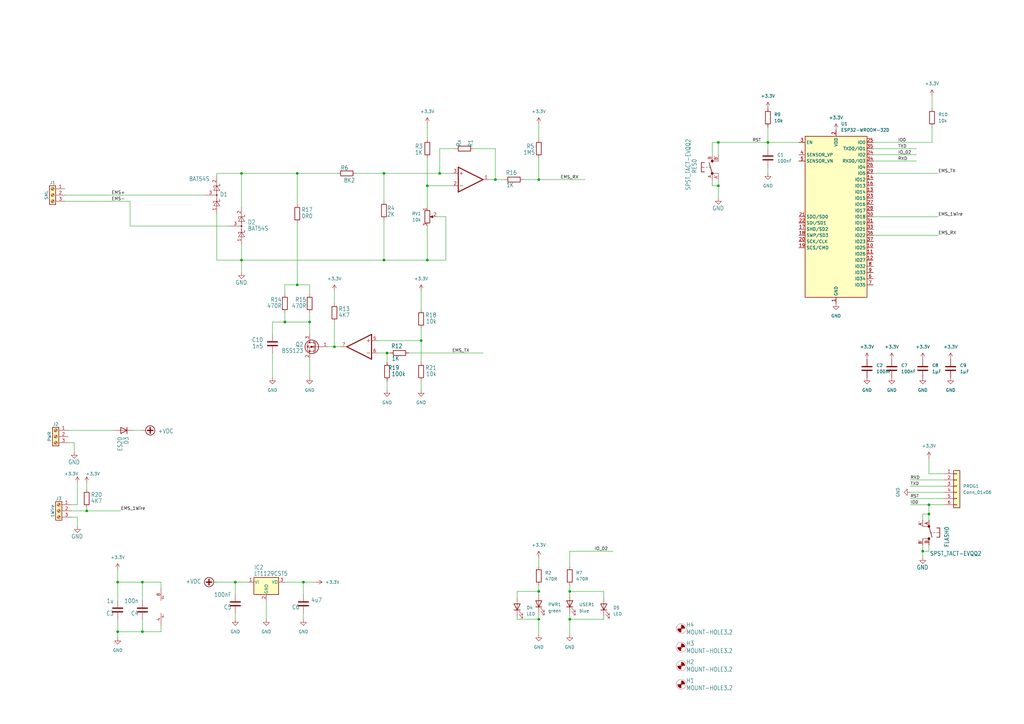
<source format=kicad_sch>
(kicad_sch (version 20211123) (generator eeschema)

  (uuid c4e39846-6145-4bd7-b8ac-da1f187fdeed)

  (paper "A3")

  (lib_symbols
    (symbol "Connector:Screw_Terminal_01x03" (pin_names (offset 1.016) hide) (in_bom yes) (on_board yes)
      (property "Reference" "J" (id 0) (at 0 5.08 0)
        (effects (font (size 1.27 1.27)))
      )
      (property "Value" "Screw_Terminal_01x03" (id 1) (at 0 -5.08 0)
        (effects (font (size 1.27 1.27)))
      )
      (property "Footprint" "" (id 2) (at 0 0 0)
        (effects (font (size 1.27 1.27)) hide)
      )
      (property "Datasheet" "~" (id 3) (at 0 0 0)
        (effects (font (size 1.27 1.27)) hide)
      )
      (property "ki_keywords" "screw terminal" (id 4) (at 0 0 0)
        (effects (font (size 1.27 1.27)) hide)
      )
      (property "ki_description" "Generic screw terminal, single row, 01x03, script generated (kicad-library-utils/schlib/autogen/connector/)" (id 5) (at 0 0 0)
        (effects (font (size 1.27 1.27)) hide)
      )
      (property "ki_fp_filters" "TerminalBlock*:*" (id 6) (at 0 0 0)
        (effects (font (size 1.27 1.27)) hide)
      )
      (symbol "Screw_Terminal_01x03_1_1"
        (rectangle (start -1.27 3.81) (end 1.27 -3.81)
          (stroke (width 0.254) (type default) (color 0 0 0 0))
          (fill (type background))
        )
        (circle (center 0 -2.54) (radius 0.635)
          (stroke (width 0.1524) (type default) (color 0 0 0 0))
          (fill (type none))
        )
        (polyline
          (pts
            (xy -0.5334 -2.2098)
            (xy 0.3302 -3.048)
          )
          (stroke (width 0.1524) (type default) (color 0 0 0 0))
          (fill (type none))
        )
        (polyline
          (pts
            (xy -0.5334 0.3302)
            (xy 0.3302 -0.508)
          )
          (stroke (width 0.1524) (type default) (color 0 0 0 0))
          (fill (type none))
        )
        (polyline
          (pts
            (xy -0.5334 2.8702)
            (xy 0.3302 2.032)
          )
          (stroke (width 0.1524) (type default) (color 0 0 0 0))
          (fill (type none))
        )
        (polyline
          (pts
            (xy -0.3556 -2.032)
            (xy 0.508 -2.8702)
          )
          (stroke (width 0.1524) (type default) (color 0 0 0 0))
          (fill (type none))
        )
        (polyline
          (pts
            (xy -0.3556 0.508)
            (xy 0.508 -0.3302)
          )
          (stroke (width 0.1524) (type default) (color 0 0 0 0))
          (fill (type none))
        )
        (polyline
          (pts
            (xy -0.3556 3.048)
            (xy 0.508 2.2098)
          )
          (stroke (width 0.1524) (type default) (color 0 0 0 0))
          (fill (type none))
        )
        (circle (center 0 0) (radius 0.635)
          (stroke (width 0.1524) (type default) (color 0 0 0 0))
          (fill (type none))
        )
        (circle (center 0 2.54) (radius 0.635)
          (stroke (width 0.1524) (type default) (color 0 0 0 0))
          (fill (type none))
        )
        (pin passive line (at -5.08 2.54 0) (length 3.81)
          (name "Pin_1" (effects (font (size 1.27 1.27))))
          (number "1" (effects (font (size 1.27 1.27))))
        )
        (pin passive line (at -5.08 0 0) (length 3.81)
          (name "Pin_2" (effects (font (size 1.27 1.27))))
          (number "2" (effects (font (size 1.27 1.27))))
        )
        (pin passive line (at -5.08 -2.54 0) (length 3.81)
          (name "Pin_3" (effects (font (size 1.27 1.27))))
          (number "3" (effects (font (size 1.27 1.27))))
        )
      )
    )
    (symbol "Connector_Generic:Conn_01x06" (pin_names (offset 1.016) hide) (in_bom yes) (on_board yes)
      (property "Reference" "J" (id 0) (at 0 7.62 0)
        (effects (font (size 1.27 1.27)))
      )
      (property "Value" "Conn_01x06" (id 1) (at 0 -10.16 0)
        (effects (font (size 1.27 1.27)))
      )
      (property "Footprint" "" (id 2) (at 0 0 0)
        (effects (font (size 1.27 1.27)) hide)
      )
      (property "Datasheet" "~" (id 3) (at 0 0 0)
        (effects (font (size 1.27 1.27)) hide)
      )
      (property "ki_keywords" "connector" (id 4) (at 0 0 0)
        (effects (font (size 1.27 1.27)) hide)
      )
      (property "ki_description" "Generic connector, single row, 01x06, script generated (kicad-library-utils/schlib/autogen/connector/)" (id 5) (at 0 0 0)
        (effects (font (size 1.27 1.27)) hide)
      )
      (property "ki_fp_filters" "Connector*:*_1x??_*" (id 6) (at 0 0 0)
        (effects (font (size 1.27 1.27)) hide)
      )
      (symbol "Conn_01x06_1_1"
        (rectangle (start -1.27 -7.493) (end 0 -7.747)
          (stroke (width 0.1524) (type default) (color 0 0 0 0))
          (fill (type none))
        )
        (rectangle (start -1.27 -4.953) (end 0 -5.207)
          (stroke (width 0.1524) (type default) (color 0 0 0 0))
          (fill (type none))
        )
        (rectangle (start -1.27 -2.413) (end 0 -2.667)
          (stroke (width 0.1524) (type default) (color 0 0 0 0))
          (fill (type none))
        )
        (rectangle (start -1.27 0.127) (end 0 -0.127)
          (stroke (width 0.1524) (type default) (color 0 0 0 0))
          (fill (type none))
        )
        (rectangle (start -1.27 2.667) (end 0 2.413)
          (stroke (width 0.1524) (type default) (color 0 0 0 0))
          (fill (type none))
        )
        (rectangle (start -1.27 5.207) (end 0 4.953)
          (stroke (width 0.1524) (type default) (color 0 0 0 0))
          (fill (type none))
        )
        (rectangle (start -1.27 6.35) (end 1.27 -8.89)
          (stroke (width 0.254) (type default) (color 0 0 0 0))
          (fill (type background))
        )
        (pin passive line (at -5.08 5.08 0) (length 3.81)
          (name "Pin_1" (effects (font (size 1.27 1.27))))
          (number "1" (effects (font (size 1.27 1.27))))
        )
        (pin passive line (at -5.08 2.54 0) (length 3.81)
          (name "Pin_2" (effects (font (size 1.27 1.27))))
          (number "2" (effects (font (size 1.27 1.27))))
        )
        (pin passive line (at -5.08 0 0) (length 3.81)
          (name "Pin_3" (effects (font (size 1.27 1.27))))
          (number "3" (effects (font (size 1.27 1.27))))
        )
        (pin passive line (at -5.08 -2.54 0) (length 3.81)
          (name "Pin_4" (effects (font (size 1.27 1.27))))
          (number "4" (effects (font (size 1.27 1.27))))
        )
        (pin passive line (at -5.08 -5.08 0) (length 3.81)
          (name "Pin_5" (effects (font (size 1.27 1.27))))
          (number "5" (effects (font (size 1.27 1.27))))
        )
        (pin passive line (at -5.08 -7.62 0) (length 3.81)
          (name "Pin_6" (effects (font (size 1.27 1.27))))
          (number "6" (effects (font (size 1.27 1.27))))
        )
      )
    )
    (symbol "Device:C" (pin_numbers hide) (pin_names (offset 0.254)) (in_bom yes) (on_board yes)
      (property "Reference" "C" (id 0) (at 0.635 2.54 0)
        (effects (font (size 1.27 1.27)) (justify left))
      )
      (property "Value" "C" (id 1) (at 0.635 -2.54 0)
        (effects (font (size 1.27 1.27)) (justify left))
      )
      (property "Footprint" "" (id 2) (at 0.9652 -3.81 0)
        (effects (font (size 1.27 1.27)) hide)
      )
      (property "Datasheet" "~" (id 3) (at 0 0 0)
        (effects (font (size 1.27 1.27)) hide)
      )
      (property "ki_keywords" "cap capacitor" (id 4) (at 0 0 0)
        (effects (font (size 1.27 1.27)) hide)
      )
      (property "ki_description" "Unpolarized capacitor" (id 5) (at 0 0 0)
        (effects (font (size 1.27 1.27)) hide)
      )
      (property "ki_fp_filters" "C_*" (id 6) (at 0 0 0)
        (effects (font (size 1.27 1.27)) hide)
      )
      (symbol "C_0_1"
        (polyline
          (pts
            (xy -2.032 -0.762)
            (xy 2.032 -0.762)
          )
          (stroke (width 0.508) (type default) (color 0 0 0 0))
          (fill (type none))
        )
        (polyline
          (pts
            (xy -2.032 0.762)
            (xy 2.032 0.762)
          )
          (stroke (width 0.508) (type default) (color 0 0 0 0))
          (fill (type none))
        )
      )
      (symbol "C_1_1"
        (pin passive line (at 0 3.81 270) (length 2.794)
          (name "~" (effects (font (size 1.27 1.27))))
          (number "1" (effects (font (size 1.27 1.27))))
        )
        (pin passive line (at 0 -3.81 90) (length 2.794)
          (name "~" (effects (font (size 1.27 1.27))))
          (number "2" (effects (font (size 1.27 1.27))))
        )
      )
    )
    (symbol "Device:LED" (pin_numbers hide) (pin_names (offset 1.016) hide) (in_bom yes) (on_board yes)
      (property "Reference" "D" (id 0) (at 0 2.54 0)
        (effects (font (size 1.27 1.27)))
      )
      (property "Value" "LED" (id 1) (at 0 -2.54 0)
        (effects (font (size 1.27 1.27)))
      )
      (property "Footprint" "" (id 2) (at 0 0 0)
        (effects (font (size 1.27 1.27)) hide)
      )
      (property "Datasheet" "~" (id 3) (at 0 0 0)
        (effects (font (size 1.27 1.27)) hide)
      )
      (property "ki_keywords" "LED diode" (id 4) (at 0 0 0)
        (effects (font (size 1.27 1.27)) hide)
      )
      (property "ki_description" "Light emitting diode" (id 5) (at 0 0 0)
        (effects (font (size 1.27 1.27)) hide)
      )
      (property "ki_fp_filters" "LED* LED_SMD:* LED_THT:*" (id 6) (at 0 0 0)
        (effects (font (size 1.27 1.27)) hide)
      )
      (symbol "LED_0_1"
        (polyline
          (pts
            (xy -1.27 -1.27)
            (xy -1.27 1.27)
          )
          (stroke (width 0.254) (type default) (color 0 0 0 0))
          (fill (type none))
        )
        (polyline
          (pts
            (xy -1.27 0)
            (xy 1.27 0)
          )
          (stroke (width 0) (type default) (color 0 0 0 0))
          (fill (type none))
        )
        (polyline
          (pts
            (xy 1.27 -1.27)
            (xy 1.27 1.27)
            (xy -1.27 0)
            (xy 1.27 -1.27)
          )
          (stroke (width 0.254) (type default) (color 0 0 0 0))
          (fill (type none))
        )
        (polyline
          (pts
            (xy -3.048 -0.762)
            (xy -4.572 -2.286)
            (xy -3.81 -2.286)
            (xy -4.572 -2.286)
            (xy -4.572 -1.524)
          )
          (stroke (width 0) (type default) (color 0 0 0 0))
          (fill (type none))
        )
        (polyline
          (pts
            (xy -1.778 -0.762)
            (xy -3.302 -2.286)
            (xy -2.54 -2.286)
            (xy -3.302 -2.286)
            (xy -3.302 -1.524)
          )
          (stroke (width 0) (type default) (color 0 0 0 0))
          (fill (type none))
        )
      )
      (symbol "LED_1_1"
        (pin passive line (at -3.81 0 0) (length 2.54)
          (name "K" (effects (font (size 1.27 1.27))))
          (number "1" (effects (font (size 1.27 1.27))))
        )
        (pin passive line (at 3.81 0 180) (length 2.54)
          (name "A" (effects (font (size 1.27 1.27))))
          (number "2" (effects (font (size 1.27 1.27))))
        )
      )
    )
    (symbol "Device:R" (pin_numbers hide) (pin_names (offset 0)) (in_bom yes) (on_board yes)
      (property "Reference" "R" (id 0) (at 2.032 0 90)
        (effects (font (size 1.27 1.27)))
      )
      (property "Value" "R" (id 1) (at 0 0 90)
        (effects (font (size 1.27 1.27)))
      )
      (property "Footprint" "" (id 2) (at -1.778 0 90)
        (effects (font (size 1.27 1.27)) hide)
      )
      (property "Datasheet" "~" (id 3) (at 0 0 0)
        (effects (font (size 1.27 1.27)) hide)
      )
      (property "ki_keywords" "R res resistor" (id 4) (at 0 0 0)
        (effects (font (size 1.27 1.27)) hide)
      )
      (property "ki_description" "Resistor" (id 5) (at 0 0 0)
        (effects (font (size 1.27 1.27)) hide)
      )
      (property "ki_fp_filters" "R_*" (id 6) (at 0 0 0)
        (effects (font (size 1.27 1.27)) hide)
      )
      (symbol "R_0_1"
        (rectangle (start -1.016 -2.54) (end 1.016 2.54)
          (stroke (width 0.254) (type default) (color 0 0 0 0))
          (fill (type none))
        )
      )
      (symbol "R_1_1"
        (pin passive line (at 0 3.81 270) (length 1.27)
          (name "~" (effects (font (size 1.27 1.27))))
          (number "1" (effects (font (size 1.27 1.27))))
        )
        (pin passive line (at 0 -3.81 90) (length 1.27)
          (name "~" (effects (font (size 1.27 1.27))))
          (number "2" (effects (font (size 1.27 1.27))))
        )
      )
    )
    (symbol "Device:R_Potentiometer" (pin_names (offset 1.016) hide) (in_bom yes) (on_board yes)
      (property "Reference" "RV" (id 0) (at -4.445 0 90)
        (effects (font (size 1.27 1.27)))
      )
      (property "Value" "R_Potentiometer" (id 1) (at -2.54 0 90)
        (effects (font (size 1.27 1.27)))
      )
      (property "Footprint" "" (id 2) (at 0 0 0)
        (effects (font (size 1.27 1.27)) hide)
      )
      (property "Datasheet" "~" (id 3) (at 0 0 0)
        (effects (font (size 1.27 1.27)) hide)
      )
      (property "ki_keywords" "resistor variable" (id 4) (at 0 0 0)
        (effects (font (size 1.27 1.27)) hide)
      )
      (property "ki_description" "Potentiometer" (id 5) (at 0 0 0)
        (effects (font (size 1.27 1.27)) hide)
      )
      (property "ki_fp_filters" "Potentiometer*" (id 6) (at 0 0 0)
        (effects (font (size 1.27 1.27)) hide)
      )
      (symbol "R_Potentiometer_0_1"
        (polyline
          (pts
            (xy 2.54 0)
            (xy 1.524 0)
          )
          (stroke (width 0) (type default) (color 0 0 0 0))
          (fill (type none))
        )
        (polyline
          (pts
            (xy 1.143 0)
            (xy 2.286 0.508)
            (xy 2.286 -0.508)
            (xy 1.143 0)
          )
          (stroke (width 0) (type default) (color 0 0 0 0))
          (fill (type outline))
        )
        (rectangle (start 1.016 2.54) (end -1.016 -2.54)
          (stroke (width 0.254) (type default) (color 0 0 0 0))
          (fill (type none))
        )
      )
      (symbol "R_Potentiometer_1_1"
        (pin passive line (at 0 3.81 270) (length 1.27)
          (name "1" (effects (font (size 1.27 1.27))))
          (number "1" (effects (font (size 1.27 1.27))))
        )
        (pin passive line (at 3.81 0 180) (length 1.27)
          (name "2" (effects (font (size 1.27 1.27))))
          (number "2" (effects (font (size 1.27 1.27))))
        )
        (pin passive line (at 0 -3.81 90) (length 1.27)
          (name "3" (effects (font (size 1.27 1.27))))
          (number "3" (effects (font (size 1.27 1.27))))
        )
      )
    )
    (symbol "Diode:BAT54S" (pin_names (offset 1.016)) (in_bom yes) (on_board yes)
      (property "Reference" "D" (id 0) (at 0.635 -3.81 0)
        (effects (font (size 1.27 1.27)) (justify left))
      )
      (property "Value" "BAT54S" (id 1) (at -6.35 3.175 0)
        (effects (font (size 1.27 1.27)) (justify left))
      )
      (property "Footprint" "Package_TO_SOT_SMD:SOT-23" (id 2) (at 1.905 3.175 0)
        (effects (font (size 1.27 1.27)) (justify left) hide)
      )
      (property "Datasheet" "https://www.diodes.com/assets/Datasheets/ds11005.pdf" (id 3) (at -3.048 0 0)
        (effects (font (size 1.27 1.27)) hide)
      )
      (property "ki_keywords" "schottky diode" (id 4) (at 0 0 0)
        (effects (font (size 1.27 1.27)) hide)
      )
      (property "ki_description" "schottky barrier diode" (id 5) (at 0 0 0)
        (effects (font (size 1.27 1.27)) hide)
      )
      (property "ki_fp_filters" "SOT?23*" (id 6) (at 0 0 0)
        (effects (font (size 1.27 1.27)) hide)
      )
      (symbol "BAT54S_0_1"
        (polyline
          (pts
            (xy -3.81 0)
            (xy -1.27 0)
          )
          (stroke (width 0) (type default) (color 0 0 0 0))
          (fill (type none))
        )
        (polyline
          (pts
            (xy -3.175 -1.27)
            (xy -3.175 -1.016)
          )
          (stroke (width 0) (type default) (color 0 0 0 0))
          (fill (type none))
        )
        (polyline
          (pts
            (xy -2.54 -1.27)
            (xy -3.175 -1.27)
          )
          (stroke (width 0) (type default) (color 0 0 0 0))
          (fill (type none))
        )
        (polyline
          (pts
            (xy -2.54 -1.27)
            (xy -2.54 1.27)
          )
          (stroke (width 0) (type default) (color 0 0 0 0))
          (fill (type none))
        )
        (polyline
          (pts
            (xy -2.54 1.27)
            (xy -1.905 1.27)
          )
          (stroke (width 0) (type default) (color 0 0 0 0))
          (fill (type none))
        )
        (polyline
          (pts
            (xy -1.905 0)
            (xy 1.905 0)
          )
          (stroke (width 0) (type default) (color 0 0 0 0))
          (fill (type none))
        )
        (polyline
          (pts
            (xy -1.905 1.27)
            (xy -1.905 1.016)
          )
          (stroke (width 0) (type default) (color 0 0 0 0))
          (fill (type none))
        )
        (polyline
          (pts
            (xy 1.27 0)
            (xy 3.81 0)
          )
          (stroke (width 0) (type default) (color 0 0 0 0))
          (fill (type none))
        )
        (polyline
          (pts
            (xy 3.175 -1.27)
            (xy 3.175 -1.016)
          )
          (stroke (width 0) (type default) (color 0 0 0 0))
          (fill (type none))
        )
        (polyline
          (pts
            (xy 3.81 -1.27)
            (xy 3.175 -1.27)
          )
          (stroke (width 0) (type default) (color 0 0 0 0))
          (fill (type none))
        )
        (polyline
          (pts
            (xy 3.81 -1.27)
            (xy 3.81 1.27)
          )
          (stroke (width 0) (type default) (color 0 0 0 0))
          (fill (type none))
        )
        (polyline
          (pts
            (xy 3.81 1.27)
            (xy 4.445 1.27)
          )
          (stroke (width 0) (type default) (color 0 0 0 0))
          (fill (type none))
        )
        (polyline
          (pts
            (xy 4.445 1.27)
            (xy 4.445 1.016)
          )
          (stroke (width 0) (type default) (color 0 0 0 0))
          (fill (type none))
        )
        (polyline
          (pts
            (xy -4.445 1.27)
            (xy -4.445 -1.27)
            (xy -2.54 0)
            (xy -4.445 1.27)
          )
          (stroke (width 0) (type default) (color 0 0 0 0))
          (fill (type none))
        )
        (polyline
          (pts
            (xy 1.905 1.27)
            (xy 1.905 -1.27)
            (xy 3.81 0)
            (xy 1.905 1.27)
          )
          (stroke (width 0) (type default) (color 0 0 0 0))
          (fill (type none))
        )
        (circle (center 0 0) (radius 0.254)
          (stroke (width 0) (type default) (color 0 0 0 0))
          (fill (type outline))
        )
      )
      (symbol "BAT54S_1_1"
        (pin passive line (at -7.62 0 0) (length 3.81)
          (name "~" (effects (font (size 1.27 1.27))))
          (number "1" (effects (font (size 1.27 1.27))))
        )
        (pin passive line (at 7.62 0 180) (length 3.81)
          (name "~" (effects (font (size 1.27 1.27))))
          (number "2" (effects (font (size 1.27 1.27))))
        )
        (pin passive line (at 0 -5.08 90) (length 5.08)
          (name "~" (effects (font (size 1.27 1.27))))
          (number "3" (effects (font (size 1.27 1.27))))
        )
      )
    )
    (symbol "Diode:US2BA" (pin_numbers hide) (pin_names (offset 1.016) hide) (in_bom yes) (on_board yes)
      (property "Reference" "D" (id 0) (at 0 2.54 0)
        (effects (font (size 1.27 1.27)))
      )
      (property "Value" "US2BA" (id 1) (at 0 -2.54 0)
        (effects (font (size 1.27 1.27)))
      )
      (property "Footprint" "Diode_SMD:D_SMA" (id 2) (at 0 -4.445 0)
        (effects (font (size 1.27 1.27)) hide)
      )
      (property "Datasheet" "https://www.onsemi.com/pub/Collateral/US2AA-D.PDF" (id 3) (at 0 0 0)
        (effects (font (size 1.27 1.27)) hide)
      )
      (property "ki_keywords" "Super Fast" (id 4) (at 0 0 0)
        (effects (font (size 1.27 1.27)) hide)
      )
      (property "ki_description" "100V, 1.5A, General Purpose Rectifier Diode, SMA(DO-214AC)" (id 5) (at 0 0 0)
        (effects (font (size 1.27 1.27)) hide)
      )
      (property "ki_fp_filters" "D*SMA*" (id 6) (at 0 0 0)
        (effects (font (size 1.27 1.27)) hide)
      )
      (symbol "US2BA_0_1"
        (polyline
          (pts
            (xy -1.27 1.27)
            (xy -1.27 -1.27)
          )
          (stroke (width 0.254) (type default) (color 0 0 0 0))
          (fill (type none))
        )
        (polyline
          (pts
            (xy 1.27 0)
            (xy -1.27 0)
          )
          (stroke (width 0) (type default) (color 0 0 0 0))
          (fill (type none))
        )
        (polyline
          (pts
            (xy 1.27 1.27)
            (xy 1.27 -1.27)
            (xy -1.27 0)
            (xy 1.27 1.27)
          )
          (stroke (width 0.254) (type default) (color 0 0 0 0))
          (fill (type none))
        )
      )
      (symbol "US2BA_1_1"
        (pin passive line (at -3.81 0 0) (length 2.54)
          (name "K" (effects (font (size 1.27 1.27))))
          (number "1" (effects (font (size 1.27 1.27))))
        )
        (pin passive line (at 3.81 0 180) (length 2.54)
          (name "A" (effects (font (size 1.27 1.27))))
          (number "2" (effects (font (size 1.27 1.27))))
        )
      )
    )
    (symbol "RF_Module:ESP32-WROOM-32D" (in_bom yes) (on_board yes)
      (property "Reference" "U" (id 0) (at -12.7 34.29 0)
        (effects (font (size 1.27 1.27)) (justify left))
      )
      (property "Value" "ESP32-WROOM-32D" (id 1) (at 1.27 34.29 0)
        (effects (font (size 1.27 1.27)) (justify left))
      )
      (property "Footprint" "RF_Module:ESP32-WROOM-32" (id 2) (at 0 -38.1 0)
        (effects (font (size 1.27 1.27)) hide)
      )
      (property "Datasheet" "https://www.espressif.com/sites/default/files/documentation/esp32-wroom-32d_esp32-wroom-32u_datasheet_en.pdf" (id 3) (at -7.62 1.27 0)
        (effects (font (size 1.27 1.27)) hide)
      )
      (property "ki_keywords" "RF Radio BT ESP ESP32 Espressif onboard PCB antenna" (id 4) (at 0 0 0)
        (effects (font (size 1.27 1.27)) hide)
      )
      (property "ki_description" "RF Module, ESP32-D0WD SoC, Wi-Fi 802.11b/g/n, Bluetooth, BLE, 32-bit, 2.7-3.6V, onboard antenna, SMD" (id 5) (at 0 0 0)
        (effects (font (size 1.27 1.27)) hide)
      )
      (property "ki_fp_filters" "ESP32?WROOM?32*" (id 6) (at 0 0 0)
        (effects (font (size 1.27 1.27)) hide)
      )
      (symbol "ESP32-WROOM-32D_0_1"
        (rectangle (start -12.7 33.02) (end 12.7 -33.02)
          (stroke (width 0.254) (type default) (color 0 0 0 0))
          (fill (type background))
        )
      )
      (symbol "ESP32-WROOM-32D_1_1"
        (pin power_in line (at 0 -35.56 90) (length 2.54)
          (name "GND" (effects (font (size 1.27 1.27))))
          (number "1" (effects (font (size 1.27 1.27))))
        )
        (pin bidirectional line (at 15.24 -12.7 180) (length 2.54)
          (name "IO25" (effects (font (size 1.27 1.27))))
          (number "10" (effects (font (size 1.27 1.27))))
        )
        (pin bidirectional line (at 15.24 -15.24 180) (length 2.54)
          (name "IO26" (effects (font (size 1.27 1.27))))
          (number "11" (effects (font (size 1.27 1.27))))
        )
        (pin bidirectional line (at 15.24 -17.78 180) (length 2.54)
          (name "IO27" (effects (font (size 1.27 1.27))))
          (number "12" (effects (font (size 1.27 1.27))))
        )
        (pin bidirectional line (at 15.24 10.16 180) (length 2.54)
          (name "IO14" (effects (font (size 1.27 1.27))))
          (number "13" (effects (font (size 1.27 1.27))))
        )
        (pin bidirectional line (at 15.24 15.24 180) (length 2.54)
          (name "IO12" (effects (font (size 1.27 1.27))))
          (number "14" (effects (font (size 1.27 1.27))))
        )
        (pin passive line (at 0 -35.56 90) (length 2.54) hide
          (name "GND" (effects (font (size 1.27 1.27))))
          (number "15" (effects (font (size 1.27 1.27))))
        )
        (pin bidirectional line (at 15.24 12.7 180) (length 2.54)
          (name "IO13" (effects (font (size 1.27 1.27))))
          (number "16" (effects (font (size 1.27 1.27))))
        )
        (pin bidirectional line (at -15.24 -5.08 0) (length 2.54)
          (name "SHD/SD2" (effects (font (size 1.27 1.27))))
          (number "17" (effects (font (size 1.27 1.27))))
        )
        (pin bidirectional line (at -15.24 -7.62 0) (length 2.54)
          (name "SWP/SD3" (effects (font (size 1.27 1.27))))
          (number "18" (effects (font (size 1.27 1.27))))
        )
        (pin bidirectional line (at -15.24 -12.7 0) (length 2.54)
          (name "SCS/CMD" (effects (font (size 1.27 1.27))))
          (number "19" (effects (font (size 1.27 1.27))))
        )
        (pin power_in line (at 0 35.56 270) (length 2.54)
          (name "VDD" (effects (font (size 1.27 1.27))))
          (number "2" (effects (font (size 1.27 1.27))))
        )
        (pin bidirectional line (at -15.24 -10.16 0) (length 2.54)
          (name "SCK/CLK" (effects (font (size 1.27 1.27))))
          (number "20" (effects (font (size 1.27 1.27))))
        )
        (pin bidirectional line (at -15.24 0 0) (length 2.54)
          (name "SDO/SD0" (effects (font (size 1.27 1.27))))
          (number "21" (effects (font (size 1.27 1.27))))
        )
        (pin bidirectional line (at -15.24 -2.54 0) (length 2.54)
          (name "SDI/SD1" (effects (font (size 1.27 1.27))))
          (number "22" (effects (font (size 1.27 1.27))))
        )
        (pin bidirectional line (at 15.24 7.62 180) (length 2.54)
          (name "IO15" (effects (font (size 1.27 1.27))))
          (number "23" (effects (font (size 1.27 1.27))))
        )
        (pin bidirectional line (at 15.24 25.4 180) (length 2.54)
          (name "IO2" (effects (font (size 1.27 1.27))))
          (number "24" (effects (font (size 1.27 1.27))))
        )
        (pin bidirectional line (at 15.24 30.48 180) (length 2.54)
          (name "IO0" (effects (font (size 1.27 1.27))))
          (number "25" (effects (font (size 1.27 1.27))))
        )
        (pin bidirectional line (at 15.24 20.32 180) (length 2.54)
          (name "IO4" (effects (font (size 1.27 1.27))))
          (number "26" (effects (font (size 1.27 1.27))))
        )
        (pin bidirectional line (at 15.24 5.08 180) (length 2.54)
          (name "IO16" (effects (font (size 1.27 1.27))))
          (number "27" (effects (font (size 1.27 1.27))))
        )
        (pin bidirectional line (at 15.24 2.54 180) (length 2.54)
          (name "IO17" (effects (font (size 1.27 1.27))))
          (number "28" (effects (font (size 1.27 1.27))))
        )
        (pin bidirectional line (at 15.24 17.78 180) (length 2.54)
          (name "IO5" (effects (font (size 1.27 1.27))))
          (number "29" (effects (font (size 1.27 1.27))))
        )
        (pin input line (at -15.24 30.48 0) (length 2.54)
          (name "EN" (effects (font (size 1.27 1.27))))
          (number "3" (effects (font (size 1.27 1.27))))
        )
        (pin bidirectional line (at 15.24 0 180) (length 2.54)
          (name "IO18" (effects (font (size 1.27 1.27))))
          (number "30" (effects (font (size 1.27 1.27))))
        )
        (pin bidirectional line (at 15.24 -2.54 180) (length 2.54)
          (name "IO19" (effects (font (size 1.27 1.27))))
          (number "31" (effects (font (size 1.27 1.27))))
        )
        (pin no_connect line (at -12.7 -27.94 0) (length 2.54) hide
          (name "NC" (effects (font (size 1.27 1.27))))
          (number "32" (effects (font (size 1.27 1.27))))
        )
        (pin bidirectional line (at 15.24 -5.08 180) (length 2.54)
          (name "IO21" (effects (font (size 1.27 1.27))))
          (number "33" (effects (font (size 1.27 1.27))))
        )
        (pin bidirectional line (at 15.24 22.86 180) (length 2.54)
          (name "RXD0/IO3" (effects (font (size 1.27 1.27))))
          (number "34" (effects (font (size 1.27 1.27))))
        )
        (pin bidirectional line (at 15.24 27.94 180) (length 2.54)
          (name "TXD0/IO1" (effects (font (size 1.27 1.27))))
          (number "35" (effects (font (size 1.27 1.27))))
        )
        (pin bidirectional line (at 15.24 -7.62 180) (length 2.54)
          (name "IO22" (effects (font (size 1.27 1.27))))
          (number "36" (effects (font (size 1.27 1.27))))
        )
        (pin bidirectional line (at 15.24 -10.16 180) (length 2.54)
          (name "IO23" (effects (font (size 1.27 1.27))))
          (number "37" (effects (font (size 1.27 1.27))))
        )
        (pin passive line (at 0 -35.56 90) (length 2.54) hide
          (name "GND" (effects (font (size 1.27 1.27))))
          (number "38" (effects (font (size 1.27 1.27))))
        )
        (pin passive line (at 0 -35.56 90) (length 2.54) hide
          (name "GND" (effects (font (size 1.27 1.27))))
          (number "39" (effects (font (size 1.27 1.27))))
        )
        (pin input line (at -15.24 25.4 0) (length 2.54)
          (name "SENSOR_VP" (effects (font (size 1.27 1.27))))
          (number "4" (effects (font (size 1.27 1.27))))
        )
        (pin input line (at -15.24 22.86 0) (length 2.54)
          (name "SENSOR_VN" (effects (font (size 1.27 1.27))))
          (number "5" (effects (font (size 1.27 1.27))))
        )
        (pin input line (at 15.24 -25.4 180) (length 2.54)
          (name "IO34" (effects (font (size 1.27 1.27))))
          (number "6" (effects (font (size 1.27 1.27))))
        )
        (pin input line (at 15.24 -27.94 180) (length 2.54)
          (name "IO35" (effects (font (size 1.27 1.27))))
          (number "7" (effects (font (size 1.27 1.27))))
        )
        (pin bidirectional line (at 15.24 -20.32 180) (length 2.54)
          (name "IO32" (effects (font (size 1.27 1.27))))
          (number "8" (effects (font (size 1.27 1.27))))
        )
        (pin bidirectional line (at 15.24 -22.86 180) (length 2.54)
          (name "IO33" (effects (font (size 1.27 1.27))))
          (number "9" (effects (font (size 1.27 1.27))))
        )
      )
    )
    (symbol "Regulator_Linear:LT1129-3.3_SOT223" (pin_names (offset 0.254)) (in_bom yes) (on_board yes)
      (property "Reference" "U" (id 0) (at -3.81 3.175 0)
        (effects (font (size 1.27 1.27)))
      )
      (property "Value" "LT1129-3.3_SOT223" (id 1) (at 0 3.175 0)
        (effects (font (size 1.27 1.27)) (justify left))
      )
      (property "Footprint" "Package_TO_SOT_SMD:SOT-223-3_TabPin2" (id 2) (at 0 5.715 0)
        (effects (font (size 1.27 1.27) italic) hide)
      )
      (property "Datasheet" "https://www.analog.com/media/en/technical-documentation/data-sheets/112935ff.pdf" (id 3) (at 0 -1.27 0)
        (effects (font (size 1.27 1.27)) hide)
      )
      (property "ki_keywords" "REGULATOR LDO fixed positive" (id 4) (at 0 0 0)
        (effects (font (size 1.27 1.27)) hide)
      )
      (property "ki_description" "700mA Micropower Low drop-out regulator, Fixed Output 3.3V, SOT-223" (id 5) (at 0 0 0)
        (effects (font (size 1.27 1.27)) hide)
      )
      (property "ki_fp_filters" "SOT?223*" (id 6) (at 0 0 0)
        (effects (font (size 1.27 1.27)) hide)
      )
      (symbol "LT1129-3.3_SOT223_0_1"
        (rectangle (start -5.08 -5.08) (end 5.08 1.905)
          (stroke (width 0.254) (type default) (color 0 0 0 0))
          (fill (type background))
        )
      )
      (symbol "LT1129-3.3_SOT223_1_1"
        (pin power_in line (at -7.62 0 0) (length 2.54)
          (name "VI" (effects (font (size 1.27 1.27))))
          (number "1" (effects (font (size 1.27 1.27))))
        )
        (pin power_in line (at 0 -7.62 90) (length 2.54)
          (name "GND" (effects (font (size 1.27 1.27))))
          (number "2" (effects (font (size 1.27 1.27))))
        )
        (pin power_out line (at 7.62 0 180) (length 2.54)
          (name "VO" (effects (font (size 1.27 1.27))))
          (number "3" (effects (font (size 1.27 1.27))))
        )
      )
    )
    (symbol "Transistor_FET:BSS123" (pin_names hide) (in_bom yes) (on_board yes)
      (property "Reference" "Q" (id 0) (at 5.08 1.905 0)
        (effects (font (size 1.27 1.27)) (justify left))
      )
      (property "Value" "BSS123" (id 1) (at 5.08 0 0)
        (effects (font (size 1.27 1.27)) (justify left))
      )
      (property "Footprint" "Package_TO_SOT_SMD:SOT-23" (id 2) (at 5.08 -1.905 0)
        (effects (font (size 1.27 1.27) italic) (justify left) hide)
      )
      (property "Datasheet" "http://www.diodes.com/assets/Datasheets/ds30366.pdf" (id 3) (at 0 0 0)
        (effects (font (size 1.27 1.27)) (justify left) hide)
      )
      (property "ki_keywords" "N-Channel MOSFET" (id 4) (at 0 0 0)
        (effects (font (size 1.27 1.27)) hide)
      )
      (property "ki_description" "0.17A Id, 100V Vds, N-Channel MOSFET, SOT-23" (id 5) (at 0 0 0)
        (effects (font (size 1.27 1.27)) hide)
      )
      (property "ki_fp_filters" "SOT?23*" (id 6) (at 0 0 0)
        (effects (font (size 1.27 1.27)) hide)
      )
      (symbol "BSS123_0_1"
        (polyline
          (pts
            (xy 0.254 0)
            (xy -2.54 0)
          )
          (stroke (width 0) (type default) (color 0 0 0 0))
          (fill (type none))
        )
        (polyline
          (pts
            (xy 0.254 1.905)
            (xy 0.254 -1.905)
          )
          (stroke (width 0.254) (type default) (color 0 0 0 0))
          (fill (type none))
        )
        (polyline
          (pts
            (xy 0.762 -1.27)
            (xy 0.762 -2.286)
          )
          (stroke (width 0.254) (type default) (color 0 0 0 0))
          (fill (type none))
        )
        (polyline
          (pts
            (xy 0.762 0.508)
            (xy 0.762 -0.508)
          )
          (stroke (width 0.254) (type default) (color 0 0 0 0))
          (fill (type none))
        )
        (polyline
          (pts
            (xy 0.762 2.286)
            (xy 0.762 1.27)
          )
          (stroke (width 0.254) (type default) (color 0 0 0 0))
          (fill (type none))
        )
        (polyline
          (pts
            (xy 2.54 2.54)
            (xy 2.54 1.778)
          )
          (stroke (width 0) (type default) (color 0 0 0 0))
          (fill (type none))
        )
        (polyline
          (pts
            (xy 2.54 -2.54)
            (xy 2.54 0)
            (xy 0.762 0)
          )
          (stroke (width 0) (type default) (color 0 0 0 0))
          (fill (type none))
        )
        (polyline
          (pts
            (xy 0.762 -1.778)
            (xy 3.302 -1.778)
            (xy 3.302 1.778)
            (xy 0.762 1.778)
          )
          (stroke (width 0) (type default) (color 0 0 0 0))
          (fill (type none))
        )
        (polyline
          (pts
            (xy 1.016 0)
            (xy 2.032 0.381)
            (xy 2.032 -0.381)
            (xy 1.016 0)
          )
          (stroke (width 0) (type default) (color 0 0 0 0))
          (fill (type outline))
        )
        (polyline
          (pts
            (xy 2.794 0.508)
            (xy 2.921 0.381)
            (xy 3.683 0.381)
            (xy 3.81 0.254)
          )
          (stroke (width 0) (type default) (color 0 0 0 0))
          (fill (type none))
        )
        (polyline
          (pts
            (xy 3.302 0.381)
            (xy 2.921 -0.254)
            (xy 3.683 -0.254)
            (xy 3.302 0.381)
          )
          (stroke (width 0) (type default) (color 0 0 0 0))
          (fill (type none))
        )
        (circle (center 1.651 0) (radius 2.794)
          (stroke (width 0.254) (type default) (color 0 0 0 0))
          (fill (type none))
        )
        (circle (center 2.54 -1.778) (radius 0.254)
          (stroke (width 0) (type default) (color 0 0 0 0))
          (fill (type outline))
        )
        (circle (center 2.54 1.778) (radius 0.254)
          (stroke (width 0) (type default) (color 0 0 0 0))
          (fill (type outline))
        )
      )
      (symbol "BSS123_1_1"
        (pin input line (at -5.08 0 0) (length 2.54)
          (name "G" (effects (font (size 1.27 1.27))))
          (number "1" (effects (font (size 1.27 1.27))))
        )
        (pin passive line (at 2.54 -5.08 90) (length 2.54)
          (name "S" (effects (font (size 1.27 1.27))))
          (number "2" (effects (font (size 1.27 1.27))))
        )
        (pin passive line (at 2.54 5.08 270) (length 2.54)
          (name "D" (effects (font (size 1.27 1.27))))
          (number "3" (effects (font (size 1.27 1.27))))
        )
      )
    )
    (symbol "main-eagle-import:LM393D" (in_bom yes) (on_board yes)
      (property "Reference" "IC" (id 0) (at 2.54 3.175 0)
        (effects (font (size 1.778 1.5113)) (justify left bottom) hide)
      )
      (property "Value" "LM393D" (id 1) (at 2.54 -5.08 0)
        (effects (font (size 1.778 1.5113)) (justify left bottom) hide)
      )
      (property "Footprint" "main:SO08" (id 2) (at 0 0 0)
        (effects (font (size 1.27 1.27)) hide)
      )
      (property "Datasheet" "" (id 3) (at 0 0 0)
        (effects (font (size 1.27 1.27)) hide)
      )
      (property "ki_locked" "" (id 4) (at 0 0 0)
        (effects (font (size 1.27 1.27)))
      )
      (symbol "LM393D_1_0"
        (polyline
          (pts
            (xy -5.08 -5.08)
            (xy 5.08 0)
          )
          (stroke (width 0.4064) (type default) (color 0 0 0 0))
          (fill (type none))
        )
        (polyline
          (pts
            (xy -5.08 5.08)
            (xy -5.08 -5.08)
          )
          (stroke (width 0.4064) (type default) (color 0 0 0 0))
          (fill (type none))
        )
        (polyline
          (pts
            (xy -4.445 -2.54)
            (xy -3.175 -2.54)
          )
          (stroke (width 0.1524) (type default) (color 0 0 0 0))
          (fill (type none))
        )
        (polyline
          (pts
            (xy -4.445 2.54)
            (xy -3.175 2.54)
          )
          (stroke (width 0.1524) (type default) (color 0 0 0 0))
          (fill (type none))
        )
        (polyline
          (pts
            (xy -3.81 3.175)
            (xy -3.81 1.905)
          )
          (stroke (width 0.1524) (type default) (color 0 0 0 0))
          (fill (type none))
        )
        (polyline
          (pts
            (xy 5.08 0)
            (xy -5.08 5.08)
          )
          (stroke (width 0.4064) (type default) (color 0 0 0 0))
          (fill (type none))
        )
        (pin output line (at 7.62 0 180) (length 2.54)
          (name "OUT" (effects (font (size 0 0))))
          (number "1" (effects (font (size 1.27 1.27))))
        )
        (pin input line (at -7.62 -2.54 0) (length 2.54)
          (name "-IN" (effects (font (size 0 0))))
          (number "2" (effects (font (size 1.27 1.27))))
        )
        (pin input line (at -7.62 2.54 0) (length 2.54)
          (name "+IN" (effects (font (size 0 0))))
          (number "3" (effects (font (size 1.27 1.27))))
        )
      )
      (symbol "LM393D_2_0"
        (polyline
          (pts
            (xy -5.08 -5.08)
            (xy 5.08 0)
          )
          (stroke (width 0.4064) (type default) (color 0 0 0 0))
          (fill (type none))
        )
        (polyline
          (pts
            (xy -5.08 5.08)
            (xy -5.08 -5.08)
          )
          (stroke (width 0.4064) (type default) (color 0 0 0 0))
          (fill (type none))
        )
        (polyline
          (pts
            (xy -4.445 -2.54)
            (xy -3.175 -2.54)
          )
          (stroke (width 0.1524) (type default) (color 0 0 0 0))
          (fill (type none))
        )
        (polyline
          (pts
            (xy -4.445 2.54)
            (xy -3.175 2.54)
          )
          (stroke (width 0.1524) (type default) (color 0 0 0 0))
          (fill (type none))
        )
        (polyline
          (pts
            (xy -3.81 3.175)
            (xy -3.81 1.905)
          )
          (stroke (width 0.1524) (type default) (color 0 0 0 0))
          (fill (type none))
        )
        (polyline
          (pts
            (xy 5.08 0)
            (xy -5.08 5.08)
          )
          (stroke (width 0.4064) (type default) (color 0 0 0 0))
          (fill (type none))
        )
        (pin input line (at -7.62 2.54 0) (length 2.54)
          (name "+IN" (effects (font (size 0 0))))
          (number "5" (effects (font (size 1.27 1.27))))
        )
        (pin input line (at -7.62 -2.54 0) (length 2.54)
          (name "-IN" (effects (font (size 0 0))))
          (number "6" (effects (font (size 1.27 1.27))))
        )
        (pin output line (at 7.62 0 180) (length 2.54)
          (name "OUT" (effects (font (size 0 0))))
          (number "7" (effects (font (size 1.27 1.27))))
        )
      )
      (symbol "LM393D_3_0"
        (text "V+" (at 1.27 3.175 900)
          (effects (font (size 0.8128 0.6908)) (justify left bottom))
        )
        (text "V-" (at 1.27 -4.445 900)
          (effects (font (size 0.8128 0.6908)) (justify left bottom))
        )
        (pin power_in line (at 0 -7.62 90) (length 5.08)
          (name "V-" (effects (font (size 0 0))))
          (number "4" (effects (font (size 1.27 1.27))))
        )
        (pin power_in line (at 0 7.62 270) (length 5.08)
          (name "V+" (effects (font (size 0 0))))
          (number "8" (effects (font (size 1.27 1.27))))
        )
      )
    )
    (symbol "main-eagle-import:MOUNT-HOLE3.2" (in_bom yes) (on_board yes)
      (property "Reference" "H" (id 0) (at 2.032 0.5842 0)
        (effects (font (size 1.778 1.5113)) (justify left bottom))
      )
      (property "Value" "MOUNT-HOLE3.2" (id 1) (at 2.032 -2.4638 0)
        (effects (font (size 1.778 1.5113)) (justify left bottom))
      )
      (property "Footprint" "main:3,2" (id 2) (at 0 0 0)
        (effects (font (size 1.27 1.27)) hide)
      )
      (property "Datasheet" "" (id 3) (at 0 0 0)
        (effects (font (size 1.27 1.27)) hide)
      )
      (property "ki_locked" "" (id 4) (at 0 0 0)
        (effects (font (size 1.27 1.27)))
      )
      (symbol "MOUNT-HOLE3.2_1_0"
        (arc (start -1.524 0) (mid -1.0776 -1.0776) (end 0 -1.524)
          (stroke (width 0.0001) (type default) (color 0 0 0 0))
          (fill (type outline))
        )
        (polyline
          (pts
            (xy -0.508 0)
            (xy 0.508 0)
          )
          (stroke (width 0.0508) (type default) (color 0 0 0 0))
          (fill (type none))
        )
        (polyline
          (pts
            (xy 0 0.508)
            (xy 0 -0.508)
          )
          (stroke (width 0.0508) (type default) (color 0 0 0 0))
          (fill (type none))
        )
        (circle (center 0 0) (radius 0.508)
          (stroke (width 0.0508) (type default) (color 0 0 0 0))
          (fill (type none))
        )
        (circle (center 0 0) (radius 2.032)
          (stroke (width 0.0508) (type default) (color 0 0 0 0))
          (fill (type none))
        )
        (arc (start 1.524 0) (mid 1.0776 1.0776) (end 0 1.524)
          (stroke (width 0.0001) (type default) (color 0 0 0 0))
          (fill (type outline))
        )
      )
    )
    (symbol "main-eagle-import:SPST_TACT-EVQQ2" (in_bom yes) (on_board yes)
      (property "Reference" "SW" (id 0) (at -6.35 -2.54 90)
        (effects (font (size 1.778 1.5113)) (justify left bottom))
      )
      (property "Value" "SPST_TACT-EVQQ2" (id 1) (at -3.81 3.175 90)
        (effects (font (size 1.778 1.5113)) (justify left bottom))
      )
      (property "Footprint" "main:EVQ-Q2" (id 2) (at 0 0 0)
        (effects (font (size 1.27 1.27)) hide)
      )
      (property "Datasheet" "" (id 3) (at 0 0 0)
        (effects (font (size 1.27 1.27)) hide)
      )
      (property "ki_locked" "" (id 4) (at 0 0 0)
        (effects (font (size 1.27 1.27)))
      )
      (symbol "SPST_TACT-EVQQ2_1_0"
        (circle (center 0 -2.54) (radius 0.127)
          (stroke (width 0.4064) (type default) (color 0 0 0 0))
          (fill (type none))
        )
        (polyline
          (pts
            (xy -4.445 -1.905)
            (xy -3.175 -1.905)
          )
          (stroke (width 0.254) (type default) (color 0 0 0 0))
          (fill (type none))
        )
        (polyline
          (pts
            (xy -4.445 0)
            (xy -4.445 -1.905)
          )
          (stroke (width 0.254) (type default) (color 0 0 0 0))
          (fill (type none))
        )
        (polyline
          (pts
            (xy -4.445 0)
            (xy -3.175 0)
          )
          (stroke (width 0.1524) (type default) (color 0 0 0 0))
          (fill (type none))
        )
        (polyline
          (pts
            (xy -4.445 1.905)
            (xy -4.445 0)
          )
          (stroke (width 0.254) (type default) (color 0 0 0 0))
          (fill (type none))
        )
        (polyline
          (pts
            (xy -4.445 1.905)
            (xy -3.175 1.905)
          )
          (stroke (width 0.254) (type default) (color 0 0 0 0))
          (fill (type none))
        )
        (polyline
          (pts
            (xy -2.54 0)
            (xy -1.905 0)
          )
          (stroke (width 0.1524) (type default) (color 0 0 0 0))
          (fill (type none))
        )
        (polyline
          (pts
            (xy -1.27 0)
            (xy -0.635 0)
          )
          (stroke (width 0.1524) (type default) (color 0 0 0 0))
          (fill (type none))
        )
        (polyline
          (pts
            (xy 0 -2.54)
            (xy -1.27 1.905)
          )
          (stroke (width 0.254) (type default) (color 0 0 0 0))
          (fill (type none))
        )
        (polyline
          (pts
            (xy 0 1.905)
            (xy 0 2.54)
          )
          (stroke (width 0.254) (type default) (color 0 0 0 0))
          (fill (type none))
        )
        (polyline
          (pts
            (xy 2.54 -2.54)
            (xy 0 -2.54)
          )
          (stroke (width 0.1524) (type default) (color 0 0 0 0))
          (fill (type none))
        )
        (polyline
          (pts
            (xy 2.54 2.54)
            (xy 0 2.54)
          )
          (stroke (width 0.1524) (type default) (color 0 0 0 0))
          (fill (type none))
        )
        (circle (center 0 2.54) (radius 0.127)
          (stroke (width 0.4064) (type default) (color 0 0 0 0))
          (fill (type none))
        )
        (pin passive line (at 0 -5.08 90) (length 2.54)
          (name "P" (effects (font (size 0 0))))
          (number "A" (effects (font (size 1.27 1.27))))
        )
        (pin passive line (at 2.54 -5.08 90) (length 2.54)
          (name "P1" (effects (font (size 0 0))))
          (number "A'" (effects (font (size 1.27 1.27))))
        )
        (pin passive line (at 0 5.08 270) (length 2.54)
          (name "S" (effects (font (size 0 0))))
          (number "B" (effects (font (size 1.27 1.27))))
        )
        (pin passive line (at 2.54 5.08 270) (length 2.54)
          (name "S1" (effects (font (size 0 0))))
          (number "B'" (effects (font (size 1.27 1.27))))
        )
      )
    )
    (symbol "power:+3.3V" (power) (pin_names (offset 0)) (in_bom yes) (on_board yes)
      (property "Reference" "#PWR" (id 0) (at 0 -3.81 0)
        (effects (font (size 1.27 1.27)) hide)
      )
      (property "Value" "+3.3V" (id 1) (at 0 3.556 0)
        (effects (font (size 1.27 1.27)))
      )
      (property "Footprint" "" (id 2) (at 0 0 0)
        (effects (font (size 1.27 1.27)) hide)
      )
      (property "Datasheet" "" (id 3) (at 0 0 0)
        (effects (font (size 1.27 1.27)) hide)
      )
      (property "ki_keywords" "power-flag" (id 4) (at 0 0 0)
        (effects (font (size 1.27 1.27)) hide)
      )
      (property "ki_description" "Power symbol creates a global label with name \"+3.3V\"" (id 5) (at 0 0 0)
        (effects (font (size 1.27 1.27)) hide)
      )
      (symbol "+3.3V_0_1"
        (polyline
          (pts
            (xy -0.762 1.27)
            (xy 0 2.54)
          )
          (stroke (width 0) (type default) (color 0 0 0 0))
          (fill (type none))
        )
        (polyline
          (pts
            (xy 0 0)
            (xy 0 2.54)
          )
          (stroke (width 0) (type default) (color 0 0 0 0))
          (fill (type none))
        )
        (polyline
          (pts
            (xy 0 2.54)
            (xy 0.762 1.27)
          )
          (stroke (width 0) (type default) (color 0 0 0 0))
          (fill (type none))
        )
      )
      (symbol "+3.3V_1_1"
        (pin power_in line (at 0 0 90) (length 0) hide
          (name "+3.3V" (effects (font (size 1.27 1.27))))
          (number "1" (effects (font (size 1.27 1.27))))
        )
      )
    )
    (symbol "power:+VDC" (power) (pin_names (offset 0)) (in_bom yes) (on_board yes)
      (property "Reference" "#PWR" (id 0) (at 0 -2.54 0)
        (effects (font (size 1.27 1.27)) hide)
      )
      (property "Value" "+VDC" (id 1) (at 0 6.35 0)
        (effects (font (size 1.27 1.27)))
      )
      (property "Footprint" "" (id 2) (at 0 0 0)
        (effects (font (size 1.27 1.27)) hide)
      )
      (property "Datasheet" "" (id 3) (at 0 0 0)
        (effects (font (size 1.27 1.27)) hide)
      )
      (property "ki_keywords" "power-flag" (id 4) (at 0 0 0)
        (effects (font (size 1.27 1.27)) hide)
      )
      (property "ki_description" "Power symbol creates a global label with name \"+VDC\"" (id 5) (at 0 0 0)
        (effects (font (size 1.27 1.27)) hide)
      )
      (symbol "+VDC_0_1"
        (polyline
          (pts
            (xy -1.143 3.175)
            (xy 1.143 3.175)
          )
          (stroke (width 0.508) (type default) (color 0 0 0 0))
          (fill (type none))
        )
        (polyline
          (pts
            (xy 0 0)
            (xy 0 1.27)
          )
          (stroke (width 0) (type default) (color 0 0 0 0))
          (fill (type none))
        )
        (polyline
          (pts
            (xy 0 2.032)
            (xy 0 4.318)
          )
          (stroke (width 0.508) (type default) (color 0 0 0 0))
          (fill (type none))
        )
        (circle (center 0 3.175) (radius 1.905)
          (stroke (width 0.254) (type default) (color 0 0 0 0))
          (fill (type none))
        )
      )
      (symbol "+VDC_1_1"
        (pin power_in line (at 0 0 90) (length 0) hide
          (name "+VDC" (effects (font (size 1.27 1.27))))
          (number "1" (effects (font (size 1.27 1.27))))
        )
      )
    )
    (symbol "power:GND" (power) (pin_names (offset 0)) (in_bom yes) (on_board yes)
      (property "Reference" "#PWR" (id 0) (at 0 -6.35 0)
        (effects (font (size 1.27 1.27)) hide)
      )
      (property "Value" "GND" (id 1) (at 0 -3.81 0)
        (effects (font (size 1.27 1.27)))
      )
      (property "Footprint" "" (id 2) (at 0 0 0)
        (effects (font (size 1.27 1.27)) hide)
      )
      (property "Datasheet" "" (id 3) (at 0 0 0)
        (effects (font (size 1.27 1.27)) hide)
      )
      (property "ki_keywords" "power-flag" (id 4) (at 0 0 0)
        (effects (font (size 1.27 1.27)) hide)
      )
      (property "ki_description" "Power symbol creates a global label with name \"GND\" , ground" (id 5) (at 0 0 0)
        (effects (font (size 1.27 1.27)) hide)
      )
      (symbol "GND_0_1"
        (polyline
          (pts
            (xy 0 0)
            (xy 0 -1.27)
            (xy 1.27 -1.27)
            (xy 0 -2.54)
            (xy -1.27 -1.27)
            (xy 0 -1.27)
          )
          (stroke (width 0) (type default) (color 0 0 0 0))
          (fill (type none))
        )
      )
      (symbol "GND_1_1"
        (pin power_in line (at 0 0 270) (length 0) hide
          (name "GND" (effects (font (size 1.27 1.27))))
          (number "1" (effects (font (size 1.27 1.27))))
        )
      )
    )
  )

  (junction (at 294.64 58.42) (diameter 0) (color 0 0 0 0)
    (uuid 00512212-3e98-43e2-80b7-8ac80d6bea94)
  )
  (junction (at 220.98 254) (diameter 0) (color 0 0 0 0)
    (uuid 0654409e-e246-494c-b0d3-517dab3e69f6)
  )
  (junction (at 233.68 254) (diameter 0) (color 0 0 0 0)
    (uuid 077229d2-2588-4102-a61b-bc286bf07d73)
  )
  (junction (at 220.98 73.66) (diameter 0) (color 0 0 0 0)
    (uuid 0c225566-cb4e-442b-af9a-46fdf91d3b83)
  )
  (junction (at 124.46 238.76) (diameter 0) (color 0 0 0 0)
    (uuid 25f1d067-9c9f-444c-97fb-cba3fb54a6c1)
  )
  (junction (at 121.92 116.84) (diameter 0) (color 0 0 0 0)
    (uuid 2fc98faa-69b7-4ec4-a753-6efb6ac28112)
  )
  (junction (at 58.42 259.08) (diameter 0) (color 0 0 0 0)
    (uuid 3f58ec59-f7a7-4bf0-aa7d-0ef144f8379b)
  )
  (junction (at 99.06 71.12) (diameter 0) (color 0 0 0 0)
    (uuid 40da504e-c0b5-4c2a-85e9-82b41ec1d3b9)
  )
  (junction (at 203.2 73.66) (diameter 0) (color 0 0 0 0)
    (uuid 4225d6d6-f00f-48e5-a6b4-f0619e817a42)
  )
  (junction (at 99.06 106.68) (diameter 0) (color 0 0 0 0)
    (uuid 46a0cbf1-d832-4047-91b3-d13c1d10fd9f)
  )
  (junction (at 116.84 132.08) (diameter 0) (color 0 0 0 0)
    (uuid 4a1b2bab-1fbc-4fc4-8158-d667eb137204)
  )
  (junction (at 381 207.01) (diameter 0) (color 0 0 0 0)
    (uuid 4c90e373-7f1d-41ea-886a-db7d4146a6c4)
  )
  (junction (at 158.75 144.78) (diameter 0) (color 0 0 0 0)
    (uuid 547664f8-1cf6-4ac2-b182-bbf437e32902)
  )
  (junction (at 157.48 71.12) (diameter 0) (color 0 0 0 0)
    (uuid 5503801d-f88a-4b71-9dc8-f3ed3eeb05dc)
  )
  (junction (at 294.64 76.2) (diameter 0) (color 0 0 0 0)
    (uuid 696ea83c-4b45-4824-b4d1-abb93d386e14)
  )
  (junction (at 172.72 139.7) (diameter 0) (color 0 0 0 0)
    (uuid 6aee4c80-762d-4934-9b20-b15f597e31ae)
  )
  (junction (at 96.52 238.76) (diameter 0) (color 0 0 0 0)
    (uuid 6f89df84-b7f7-4047-a8be-2847e691d827)
  )
  (junction (at 157.48 106.68) (diameter 0) (color 0 0 0 0)
    (uuid 724f8118-a4b2-4e87-8b0f-216dfcebaf65)
  )
  (junction (at 48.26 238.76) (diameter 0) (color 0 0 0 0)
    (uuid 73ae1ba0-338b-4730-a31b-62ff90dd67f2)
  )
  (junction (at 175.26 106.68) (diameter 0) (color 0 0 0 0)
    (uuid 8f51f2bc-302c-45d6-bfcc-34c5dc0ae7a0)
  )
  (junction (at 127 132.08) (diameter 0) (color 0 0 0 0)
    (uuid 9871af99-a06c-4b80-ba6c-f73241a09a56)
  )
  (junction (at 48.26 259.08) (diameter 0) (color 0 0 0 0)
    (uuid 9960de50-2b7d-496e-a709-d1fd22e62498)
  )
  (junction (at 137.16 142.24) (diameter 0) (color 0 0 0 0)
    (uuid 99623990-8ce1-4283-984b-4e32f7fbc5c0)
  )
  (junction (at 35.56 209.55) (diameter 0) (color 0 0 0 0)
    (uuid a20907b1-7c5b-4f4b-ad7e-e950f5e666fe)
  )
  (junction (at 381 210.82) (diameter 0) (color 0 0 0 0)
    (uuid ad02c7f5-0dad-448d-93a1-9383dbc9af45)
  )
  (junction (at 58.42 238.76) (diameter 0) (color 0 0 0 0)
    (uuid b1cad5ed-687a-4ffc-a15d-b1d52469fd4d)
  )
  (junction (at 220.98 242.57) (diameter 0) (color 0 0 0 0)
    (uuid b63a95ed-31d2-4bd1-9b6c-6857b5623b80)
  )
  (junction (at 121.92 71.12) (diameter 0) (color 0 0 0 0)
    (uuid bdaf86f6-1f55-4ddc-a322-346b14fc602c)
  )
  (junction (at 314.96 58.42) (diameter 0) (color 0 0 0 0)
    (uuid f1e918eb-088b-4007-9b7c-323854c7f75b)
  )
  (junction (at 233.68 242.57) (diameter 0) (color 0 0 0 0)
    (uuid f28b1116-ec00-4486-9f60-40e532820edc)
  )
  (junction (at 180.34 71.12) (diameter 0) (color 0 0 0 0)
    (uuid f40ff106-8ac6-4a76-894b-9a90653c9828)
  )
  (junction (at 378.46 226.06) (diameter 0) (color 0 0 0 0)
    (uuid f9085bfb-e7e0-45ec-948e-bc8f3b6255f3)
  )
  (junction (at 175.26 76.2) (diameter 0) (color 0 0 0 0)
    (uuid f9f9a7e2-09dc-4801-b3ce-7baa04a35e71)
  )

  (wire (pts (xy 99.06 71.12) (xy 121.92 71.12))
    (stroke (width 0) (type default) (color 0 0 0 0))
    (uuid 01a13e2d-7e14-47f2-b09a-7f30ce0c00ff)
  )
  (wire (pts (xy 134.62 142.24) (xy 137.16 142.24))
    (stroke (width 0) (type default) (color 0 0 0 0))
    (uuid 03551d2d-6adf-46a3-a7c3-e36b413fe14a)
  )
  (wire (pts (xy 381 213.36) (xy 381 210.82))
    (stroke (width 0) (type default) (color 0 0 0 0))
    (uuid 04b516c4-99fa-48b1-be32-2f43cb88c08d)
  )
  (wire (pts (xy 182.88 88.9) (xy 182.88 106.68))
    (stroke (width 0) (type default) (color 0 0 0 0))
    (uuid 06917e92-79e1-4a73-a77f-156fa6e19491)
  )
  (wire (pts (xy 314.96 60.96) (xy 314.96 58.42))
    (stroke (width 0) (type default) (color 0 0 0 0))
    (uuid 0bc76fee-5057-42a1-8856-26a1584631f9)
  )
  (wire (pts (xy 294.64 58.42) (xy 314.96 58.42))
    (stroke (width 0) (type default) (color 0 0 0 0))
    (uuid 0cd8c2d0-d989-4cff-a37d-d20090be5193)
  )
  (wire (pts (xy 138.43 71.12) (xy 121.92 71.12))
    (stroke (width 0) (type default) (color 0 0 0 0))
    (uuid 0e214226-3cd2-4926-9511-abcb04c5b714)
  )
  (wire (pts (xy 48.26 233.68) (xy 48.26 238.76))
    (stroke (width 0) (type default) (color 0 0 0 0))
    (uuid 0eb7a0bc-fade-47aa-82a1-cb40f94bca4b)
  )
  (wire (pts (xy 381 226.06) (xy 378.46 226.06))
    (stroke (width 0) (type default) (color 0 0 0 0))
    (uuid 0fb5415c-2263-48f3-bdc9-16bb6f07ae30)
  )
  (wire (pts (xy 157.48 71.12) (xy 157.48 82.55))
    (stroke (width 0) (type default) (color 0 0 0 0))
    (uuid 0fe768ec-0ada-41ec-af2c-ee59ea860f99)
  )
  (wire (pts (xy 99.06 106.68) (xy 99.06 111.76))
    (stroke (width 0) (type default) (color 0 0 0 0))
    (uuid 0fe9c94f-7a9d-43ee-8613-2d59d3af78f9)
  )
  (wire (pts (xy 66.04 259.08) (xy 58.42 259.08))
    (stroke (width 0) (type default) (color 0 0 0 0))
    (uuid 10d1dc1a-394c-4d4e-9d69-ee06ce5ed62f)
  )
  (wire (pts (xy 137.16 132.08) (xy 137.16 142.24))
    (stroke (width 0) (type default) (color 0 0 0 0))
    (uuid 11334feb-4cb2-478f-a3c4-94e977ee6d9d)
  )
  (wire (pts (xy 157.48 90.17) (xy 157.48 106.68))
    (stroke (width 0) (type default) (color 0 0 0 0))
    (uuid 1428a8e7-14e5-456d-a472-f49fe83784bf)
  )
  (wire (pts (xy 358.14 88.9) (xy 384.81 88.9))
    (stroke (width 0) (type default) (color 0 0 0 0))
    (uuid 1584bee5-25ac-48da-b2ee-f69f3dc88142)
  )
  (wire (pts (xy 220.98 73.66) (xy 240.03 73.66))
    (stroke (width 0) (type default) (color 0 0 0 0))
    (uuid 167b4b18-0ae9-4678-87dc-d55ff97600d6)
  )
  (wire (pts (xy 358.14 96.52) (xy 384.81 96.52))
    (stroke (width 0) (type default) (color 0 0 0 0))
    (uuid 16b24289-5e5b-42b0-a85b-5379b53e7762)
  )
  (wire (pts (xy 381 194.31) (xy 387.35 194.31))
    (stroke (width 0) (type default) (color 0 0 0 0))
    (uuid 186616ca-d3db-4fe6-8265-9a321209f0e0)
  )
  (wire (pts (xy 233.68 243.84) (xy 233.68 242.57))
    (stroke (width 0) (type default) (color 0 0 0 0))
    (uuid 1e0cf1b3-d7ff-4678-b4f6-bda21d911d50)
  )
  (wire (pts (xy 58.42 254) (xy 58.42 259.08))
    (stroke (width 0) (type default) (color 0 0 0 0))
    (uuid 1fef40db-34a8-452f-b706-4c10290d08a6)
  )
  (wire (pts (xy 127 137.16) (xy 127 132.08))
    (stroke (width 0) (type default) (color 0 0 0 0))
    (uuid 20192035-547e-40d0-88b9-d0f701b5ad47)
  )
  (wire (pts (xy 381 223.52) (xy 381 226.06))
    (stroke (width 0) (type default) (color 0 0 0 0))
    (uuid 23319218-6b7d-4b40-bed9-02e9da94a07e)
  )
  (wire (pts (xy 127 116.84) (xy 121.92 116.84))
    (stroke (width 0) (type default) (color 0 0 0 0))
    (uuid 23fd5aa4-76a5-4609-9ce6-000482497291)
  )
  (wire (pts (xy 182.88 106.68) (xy 175.26 106.68))
    (stroke (width 0) (type default) (color 0 0 0 0))
    (uuid 272d10eb-32c1-4828-b67e-4ff6c4bd6cf4)
  )
  (wire (pts (xy 220.98 254) (xy 220.98 260.35))
    (stroke (width 0) (type default) (color 0 0 0 0))
    (uuid 2aaf284f-0950-4b23-b6b1-679dc56dddd7)
  )
  (wire (pts (xy 127 132.08) (xy 116.84 132.08))
    (stroke (width 0) (type default) (color 0 0 0 0))
    (uuid 2b4cd410-14bd-4e1c-a58e-90b0071ccefb)
  )
  (wire (pts (xy 175.26 106.68) (xy 175.26 92.71))
    (stroke (width 0) (type default) (color 0 0 0 0))
    (uuid 2c06e843-35b7-47e5-a2fa-23d435f5633d)
  )
  (wire (pts (xy 154.94 139.7) (xy 172.72 139.7))
    (stroke (width 0) (type default) (color 0 0 0 0))
    (uuid 2d581a38-098d-48c0-ad2d-1f394d878c91)
  )
  (wire (pts (xy 172.72 148.59) (xy 172.72 139.7))
    (stroke (width 0) (type default) (color 0 0 0 0))
    (uuid 2dbd9037-8666-4ece-b8e7-dbf694f61059)
  )
  (wire (pts (xy 358.14 60.96) (xy 375.92 60.96))
    (stroke (width 0) (type default) (color 0 0 0 0))
    (uuid 2e511414-b483-49f5-8941-95663d618d53)
  )
  (wire (pts (xy 212.09 252.73) (xy 212.09 254))
    (stroke (width 0) (type default) (color 0 0 0 0))
    (uuid 2faf0631-fd90-4dfe-b4ad-911c26e72f39)
  )
  (wire (pts (xy 137.16 142.24) (xy 139.7 142.24))
    (stroke (width 0) (type default) (color 0 0 0 0))
    (uuid 35950992-5867-4049-bf71-6684bf41c37d)
  )
  (wire (pts (xy 58.42 259.08) (xy 48.26 259.08))
    (stroke (width 0) (type default) (color 0 0 0 0))
    (uuid 370cd7f0-1672-4218-a054-6274312d8f85)
  )
  (wire (pts (xy 157.48 106.68) (xy 99.06 106.68))
    (stroke (width 0) (type default) (color 0 0 0 0))
    (uuid 3838989d-f918-402c-a1ae-0682b04cd337)
  )
  (wire (pts (xy 233.68 251.46) (xy 233.68 254))
    (stroke (width 0) (type default) (color 0 0 0 0))
    (uuid 3e8bc90a-fd75-4745-9867-e32f44d15e41)
  )
  (wire (pts (xy 58.42 238.76) (xy 48.26 238.76))
    (stroke (width 0) (type default) (color 0 0 0 0))
    (uuid 3ec10e50-33a5-4796-a7e8-3f9e357d7efa)
  )
  (wire (pts (xy 212.09 245.11) (xy 212.09 242.57))
    (stroke (width 0) (type default) (color 0 0 0 0))
    (uuid 40e655f7-8669-4640-babc-bd52c8895eb1)
  )
  (wire (pts (xy 96.52 254) (xy 96.52 251.46))
    (stroke (width 0) (type default) (color 0 0 0 0))
    (uuid 432e1fd6-9934-4b6f-9247-9693047af4a5)
  )
  (wire (pts (xy 180.34 60.96) (xy 186.69 60.96))
    (stroke (width 0) (type default) (color 0 0 0 0))
    (uuid 43cbdc35-1b2b-4584-98e4-2e9d8a1caa8d)
  )
  (wire (pts (xy 198.12 144.78) (xy 167.64 144.78))
    (stroke (width 0) (type default) (color 0 0 0 0))
    (uuid 49100665-54a5-4133-8e73-4c694f7ae897)
  )
  (wire (pts (xy 99.06 100.33) (xy 99.06 106.68))
    (stroke (width 0) (type default) (color 0 0 0 0))
    (uuid 4996f5c5-8600-437d-baf9-50d23e47d005)
  )
  (wire (pts (xy 247.65 245.11) (xy 247.65 242.57))
    (stroke (width 0) (type default) (color 0 0 0 0))
    (uuid 49dfdcbf-dccb-4cb7-beba-d80d5b9493c1)
  )
  (wire (pts (xy 220.98 57.15) (xy 220.98 50.8))
    (stroke (width 0) (type default) (color 0 0 0 0))
    (uuid 4b28c49f-2e51-4d3c-b1fe-10af0f59d859)
  )
  (wire (pts (xy 35.56 208.28) (xy 35.56 209.55))
    (stroke (width 0) (type default) (color 0 0 0 0))
    (uuid 4b2b5d85-fb9a-4657-b6e5-8ace97c104a7)
  )
  (wire (pts (xy 116.84 116.84) (xy 116.84 120.65))
    (stroke (width 0) (type default) (color 0 0 0 0))
    (uuid 4bb6406c-4c94-4e01-959c-a73e018a0936)
  )
  (wire (pts (xy 109.22 254) (xy 109.22 246.38))
    (stroke (width 0) (type default) (color 0 0 0 0))
    (uuid 4c4f9337-1248-4732-b649-561def1dc5cf)
  )
  (wire (pts (xy 180.34 71.12) (xy 180.34 60.96))
    (stroke (width 0) (type default) (color 0 0 0 0))
    (uuid 4f6c02a8-f112-47fe-ae80-85df41ba8760)
  )
  (wire (pts (xy 382.27 39.37) (xy 382.27 44.45))
    (stroke (width 0) (type default) (color 0 0 0 0))
    (uuid 51c07808-6901-4499-bcf5-e613cd050ee3)
  )
  (wire (pts (xy 172.72 160.02) (xy 172.72 156.21))
    (stroke (width 0) (type default) (color 0 0 0 0))
    (uuid 51ca77da-0fa4-4339-8b3c-9cb6eb94babd)
  )
  (wire (pts (xy 212.09 254) (xy 220.98 254))
    (stroke (width 0) (type default) (color 0 0 0 0))
    (uuid 5386633c-14d5-4139-aa08-793b8877d39a)
  )
  (wire (pts (xy 124.46 254) (xy 124.46 251.46))
    (stroke (width 0) (type default) (color 0 0 0 0))
    (uuid 55303f5b-d14b-4e60-a179-701146d8c53c)
  )
  (wire (pts (xy 124.46 243.84) (xy 124.46 238.76))
    (stroke (width 0) (type default) (color 0 0 0 0))
    (uuid 563ac715-910b-4da8-9476-c4c041864e56)
  )
  (wire (pts (xy 111.76 154.94) (xy 111.76 144.78))
    (stroke (width 0) (type default) (color 0 0 0 0))
    (uuid 57446fb6-7b5c-490d-b631-062243c96b3c)
  )
  (wire (pts (xy 35.56 198.12) (xy 35.56 200.66))
    (stroke (width 0) (type default) (color 0 0 0 0))
    (uuid 59855c4b-2642-4123-9fb2-7373db0adc8d)
  )
  (wire (pts (xy 233.68 254) (xy 247.65 254))
    (stroke (width 0) (type default) (color 0 0 0 0))
    (uuid 5afa9dca-c52d-40f4-9b76-83230c143b47)
  )
  (wire (pts (xy 116.84 132.08) (xy 116.84 128.27))
    (stroke (width 0) (type default) (color 0 0 0 0))
    (uuid 5bcb15e9-2587-4c79-a74f-ee8cac407b11)
  )
  (wire (pts (xy 294.64 76.2) (xy 294.64 81.28))
    (stroke (width 0) (type default) (color 0 0 0 0))
    (uuid 5d2c5735-e3dd-45bd-82e8-7c3af110cc00)
  )
  (wire (pts (xy 292.1 63.5) (xy 292.1 58.42))
    (stroke (width 0) (type default) (color 0 0 0 0))
    (uuid 5d92d550-54f2-416f-9ad2-8c6c71980b25)
  )
  (wire (pts (xy 29.21 212.09) (xy 31.75 212.09))
    (stroke (width 0) (type default) (color 0 0 0 0))
    (uuid 5da4da2e-1577-4682-99f8-94a1038d1aa5)
  )
  (wire (pts (xy 381 207.01) (xy 381 210.82))
    (stroke (width 0) (type default) (color 0 0 0 0))
    (uuid 5db73c28-487d-4c3c-875e-f5b6126b06dd)
  )
  (wire (pts (xy 378.46 226.06) (xy 378.46 228.6))
    (stroke (width 0) (type default) (color 0 0 0 0))
    (uuid 5dffcc5d-dd5e-4fcb-8032-0bf84fdbffd3)
  )
  (wire (pts (xy 35.56 209.55) (xy 49.53 209.55))
    (stroke (width 0) (type default) (color 0 0 0 0))
    (uuid 5f039445-813f-4c40-ac13-d17bd4addfa1)
  )
  (wire (pts (xy 292.1 73.66) (xy 292.1 76.2))
    (stroke (width 0) (type default) (color 0 0 0 0))
    (uuid 5fafc332-4bd9-4d8e-a874-1b32f9325b7a)
  )
  (wire (pts (xy 172.72 119.38) (xy 172.72 127))
    (stroke (width 0) (type default) (color 0 0 0 0))
    (uuid 638544ce-997a-43be-a9c9-499a0df865fd)
  )
  (wire (pts (xy 358.14 63.5) (xy 375.92 63.5))
    (stroke (width 0) (type default) (color 0 0 0 0))
    (uuid 6736d9a9-b947-4f9c-a0a7-f90c0682407a)
  )
  (wire (pts (xy 378.46 210.82) (xy 378.46 213.36))
    (stroke (width 0) (type default) (color 0 0 0 0))
    (uuid 6760f629-3789-4c73-9f84-14a174fae8ef)
  )
  (wire (pts (xy 30.48 181.61) (xy 30.48 185.42))
    (stroke (width 0) (type default) (color 0 0 0 0))
    (uuid 6b1d30a5-cee9-49eb-b7bd-2596fea004e5)
  )
  (wire (pts (xy 66.04 238.76) (xy 58.42 238.76))
    (stroke (width 0) (type default) (color 0 0 0 0))
    (uuid 710e5e46-a233-4c38-afd6-6f35f9cf002a)
  )
  (wire (pts (xy 327.66 58.42) (xy 314.96 58.42))
    (stroke (width 0) (type default) (color 0 0 0 0))
    (uuid 724be964-6596-425c-b717-5180f5c17b0d)
  )
  (wire (pts (xy 54.61 176.53) (xy 58.42 176.53))
    (stroke (width 0) (type default) (color 0 0 0 0))
    (uuid 72c15321-8650-40b8-b42f-be777fe03d49)
  )
  (wire (pts (xy 294.64 76.2) (xy 294.64 73.66))
    (stroke (width 0) (type default) (color 0 0 0 0))
    (uuid 734cfc32-130a-45a8-9e3a-1df1ed8a8a21)
  )
  (wire (pts (xy 233.68 242.57) (xy 233.68 240.03))
    (stroke (width 0) (type default) (color 0 0 0 0))
    (uuid 739bef52-92c5-4183-8ab3-8345f5ad1b84)
  )
  (wire (pts (xy 121.92 116.84) (xy 116.84 116.84))
    (stroke (width 0) (type default) (color 0 0 0 0))
    (uuid 752bfe35-0019-428c-be67-4c4342eea390)
  )
  (wire (pts (xy 88.9 87.63) (xy 88.9 106.68))
    (stroke (width 0) (type default) (color 0 0 0 0))
    (uuid 755d4d36-8100-408e-a2a6-a94e3d4641bf)
  )
  (wire (pts (xy 58.42 246.38) (xy 58.42 238.76))
    (stroke (width 0) (type default) (color 0 0 0 0))
    (uuid 77fa500c-2957-40d9-9dc4-fa27b6471b2c)
  )
  (wire (pts (xy 220.98 73.66) (xy 214.63 73.66))
    (stroke (width 0) (type default) (color 0 0 0 0))
    (uuid 7849c9fe-83b0-49b8-8638-462c437a0355)
  )
  (wire (pts (xy 381 207.01) (xy 373.38 207.01))
    (stroke (width 0) (type default) (color 0 0 0 0))
    (uuid 7b918469-310e-4966-97ef-27e67366bc0b)
  )
  (wire (pts (xy 220.98 243.84) (xy 220.98 242.57))
    (stroke (width 0) (type default) (color 0 0 0 0))
    (uuid 7bab7b54-13fc-496d-97f4-ad03fb470aae)
  )
  (wire (pts (xy 373.38 199.39) (xy 387.35 199.39))
    (stroke (width 0) (type default) (color 0 0 0 0))
    (uuid 7bed66c6-60b0-49a9-8c33-a862d95d457c)
  )
  (wire (pts (xy 88.9 106.68) (xy 99.06 106.68))
    (stroke (width 0) (type default) (color 0 0 0 0))
    (uuid 7cc91404-181a-4a38-98f7-90a3ae15f904)
  )
  (wire (pts (xy 88.9 72.39) (xy 88.9 71.12))
    (stroke (width 0) (type default) (color 0 0 0 0))
    (uuid 7cd2dc98-a2a6-4de6-a5a5-97e2afb29dc8)
  )
  (wire (pts (xy 137.16 119.38) (xy 137.16 124.46))
    (stroke (width 0) (type default) (color 0 0 0 0))
    (uuid 7df78ac4-ae9e-4b03-a52a-8562ddcc5d69)
  )
  (wire (pts (xy 48.26 261.62) (xy 48.26 259.08))
    (stroke (width 0) (type default) (color 0 0 0 0))
    (uuid 7e275836-9196-40aa-80df-f43a7f638c28)
  )
  (wire (pts (xy 381 210.82) (xy 378.46 210.82))
    (stroke (width 0) (type default) (color 0 0 0 0))
    (uuid 7f7610f2-9e62-4595-a130-0ece651d355c)
  )
  (wire (pts (xy 233.68 232.41) (xy 233.68 226.06))
    (stroke (width 0) (type default) (color 0 0 0 0))
    (uuid 822b5443-435e-4598-8cc6-b4baca9db11e)
  )
  (wire (pts (xy 127 132.08) (xy 127 128.27))
    (stroke (width 0) (type default) (color 0 0 0 0))
    (uuid 8461cd37-8e15-4b31-b817-d90fd69aac49)
  )
  (wire (pts (xy 154.94 144.78) (xy 158.75 144.78))
    (stroke (width 0) (type default) (color 0 0 0 0))
    (uuid 848584f2-91c1-44ee-b7d4-2eb75b7f88be)
  )
  (wire (pts (xy 111.76 137.16) (xy 111.76 132.08))
    (stroke (width 0) (type default) (color 0 0 0 0))
    (uuid 87386dad-96a8-4bb9-9f47-b9abfaaa3511)
  )
  (wire (pts (xy 292.1 58.42) (xy 294.64 58.42))
    (stroke (width 0) (type default) (color 0 0 0 0))
    (uuid 89c884e6-c54d-4100-b3ce-72ca3b3b4bfd)
  )
  (wire (pts (xy 127 147.32) (xy 127 154.94))
    (stroke (width 0) (type default) (color 0 0 0 0))
    (uuid 8a3100ab-4455-4121-8fbe-6677b3f395e8)
  )
  (wire (pts (xy 172.72 139.7) (xy 172.72 134.62))
    (stroke (width 0) (type default) (color 0 0 0 0))
    (uuid 8c43ae09-a198-4436-bdf4-79f3021c27b3)
  )
  (wire (pts (xy 157.48 106.68) (xy 175.26 106.68))
    (stroke (width 0) (type default) (color 0 0 0 0))
    (uuid 8ca6534b-8b80-47ef-a739-044f4688b8b3)
  )
  (wire (pts (xy 31.75 215.9) (xy 31.75 212.09))
    (stroke (width 0) (type default) (color 0 0 0 0))
    (uuid 8d6e1cb3-5c02-4aaa-b9db-5a5423040b74)
  )
  (wire (pts (xy 66.04 241.3) (xy 66.04 238.76))
    (stroke (width 0) (type default) (color 0 0 0 0))
    (uuid 8e445e84-95bb-4926-bfa6-4cffdd965e44)
  )
  (wire (pts (xy 314.96 71.12) (xy 314.96 68.58))
    (stroke (width 0) (type default) (color 0 0 0 0))
    (uuid 92c225fa-4e7f-47c0-80c0-96c4695ab93a)
  )
  (wire (pts (xy 158.75 160.02) (xy 158.75 156.21))
    (stroke (width 0) (type default) (color 0 0 0 0))
    (uuid 9336843b-1ac2-4e4b-b0cd-38c4e9cc7a52)
  )
  (wire (pts (xy 48.26 259.08) (xy 48.26 254))
    (stroke (width 0) (type default) (color 0 0 0 0))
    (uuid 9419fc5a-779a-4c10-87a5-8622f4d76682)
  )
  (wire (pts (xy 26.67 82.55) (xy 53.34 82.55))
    (stroke (width 0) (type default) (color 0 0 0 0))
    (uuid 95afca1c-91aa-489a-950b-541f1eca5d46)
  )
  (wire (pts (xy 53.34 82.55) (xy 53.34 92.71))
    (stroke (width 0) (type default) (color 0 0 0 0))
    (uuid 98a94fd6-7f28-453d-ba0a-2cc7e9e523cb)
  )
  (wire (pts (xy 48.26 238.76) (xy 48.26 246.38))
    (stroke (width 0) (type default) (color 0 0 0 0))
    (uuid a0fb92a0-2466-4975-aafc-a9324689f87d)
  )
  (wire (pts (xy 233.68 254) (xy 233.68 260.35))
    (stroke (width 0) (type default) (color 0 0 0 0))
    (uuid a3a4f3d7-24e3-4b54-ad8b-b73fa6612807)
  )
  (wire (pts (xy 220.98 251.46) (xy 220.98 254))
    (stroke (width 0) (type default) (color 0 0 0 0))
    (uuid aad56837-27d9-4d16-8c3e-300aa3992033)
  )
  (wire (pts (xy 203.2 60.96) (xy 203.2 73.66))
    (stroke (width 0) (type default) (color 0 0 0 0))
    (uuid ac88c8a5-bb3f-47e9-a3b3-9d116eb2725c)
  )
  (wire (pts (xy 185.42 76.2) (xy 175.26 76.2))
    (stroke (width 0) (type default) (color 0 0 0 0))
    (uuid b0c95389-9412-4b57-898a-cfba88365e37)
  )
  (wire (pts (xy 207.01 73.66) (xy 203.2 73.66))
    (stroke (width 0) (type default) (color 0 0 0 0))
    (uuid b2f4218e-0d20-4cf8-8371-24587ccb0868)
  )
  (wire (pts (xy 194.31 60.96) (xy 203.2 60.96))
    (stroke (width 0) (type default) (color 0 0 0 0))
    (uuid b43e8def-fde5-47c7-88b6-f59143cebb2b)
  )
  (wire (pts (xy 247.65 242.57) (xy 233.68 242.57))
    (stroke (width 0) (type default) (color 0 0 0 0))
    (uuid b684adde-9dab-438b-b98a-1db3feacab6a)
  )
  (wire (pts (xy 101.6 238.76) (xy 96.52 238.76))
    (stroke (width 0) (type default) (color 0 0 0 0))
    (uuid b7f3d5cf-5228-42d8-8fd0-27f2132f1581)
  )
  (wire (pts (xy 378.46 223.52) (xy 378.46 226.06))
    (stroke (width 0) (type default) (color 0 0 0 0))
    (uuid b8768a3e-6a8e-4c44-b89e-9b97062b2e7d)
  )
  (wire (pts (xy 66.04 256.54) (xy 66.04 259.08))
    (stroke (width 0) (type default) (color 0 0 0 0))
    (uuid b98afbab-a885-47b7-bee0-ee35a883d048)
  )
  (wire (pts (xy 247.65 252.73) (xy 247.65 254))
    (stroke (width 0) (type default) (color 0 0 0 0))
    (uuid b9923764-feeb-4beb-b172-21877f0b53ea)
  )
  (wire (pts (xy 220.98 242.57) (xy 220.98 240.03))
    (stroke (width 0) (type default) (color 0 0 0 0))
    (uuid ba5dc16f-1806-4cbe-8289-ad7a117e500d)
  )
  (wire (pts (xy 158.75 144.78) (xy 160.02 144.78))
    (stroke (width 0) (type default) (color 0 0 0 0))
    (uuid bc80f36a-a49a-4298-b183-e50564f0103a)
  )
  (wire (pts (xy 294.64 58.42) (xy 294.64 63.5))
    (stroke (width 0) (type default) (color 0 0 0 0))
    (uuid bdef0ed8-b359-410e-bc53-ef1986beff82)
  )
  (wire (pts (xy 292.1 76.2) (xy 294.64 76.2))
    (stroke (width 0) (type default) (color 0 0 0 0))
    (uuid be914cfc-b308-422e-a82e-e4c3b86a7555)
  )
  (wire (pts (xy 121.92 83.82) (xy 121.92 71.12))
    (stroke (width 0) (type default) (color 0 0 0 0))
    (uuid c0b600f4-1f0f-4359-bb9a-d09066523b7f)
  )
  (wire (pts (xy 220.98 232.41) (xy 220.98 228.6))
    (stroke (width 0) (type default) (color 0 0 0 0))
    (uuid c1c71144-6815-422b-8025-f5100af2fbe7)
  )
  (wire (pts (xy 373.38 196.85) (xy 387.35 196.85))
    (stroke (width 0) (type default) (color 0 0 0 0))
    (uuid c6be75e7-83bf-4600-8f58-49ca1e21f762)
  )
  (wire (pts (xy 158.75 144.78) (xy 158.75 148.59))
    (stroke (width 0) (type default) (color 0 0 0 0))
    (uuid c72461a0-7a3d-489b-b395-5c32d44eed52)
  )
  (wire (pts (xy 96.52 238.76) (xy 88.9 238.76))
    (stroke (width 0) (type default) (color 0 0 0 0))
    (uuid c79f84ae-abb4-4757-8525-14d366573e8d)
  )
  (wire (pts (xy 175.26 76.2) (xy 175.26 85.09))
    (stroke (width 0) (type default) (color 0 0 0 0))
    (uuid c832ea99-2fd5-4eb4-8754-1113802ccf1b)
  )
  (wire (pts (xy 175.26 64.77) (xy 175.26 76.2))
    (stroke (width 0) (type default) (color 0 0 0 0))
    (uuid c95cdaac-c19f-4724-8949-6ff712fbb391)
  )
  (wire (pts (xy 382.27 52.07) (xy 382.27 58.42))
    (stroke (width 0) (type default) (color 0 0 0 0))
    (uuid ca65bf59-bc3c-489d-8a51-548b8a252e3b)
  )
  (wire (pts (xy 180.34 71.12) (xy 157.48 71.12))
    (stroke (width 0) (type default) (color 0 0 0 0))
    (uuid cc5d58f8-7616-49fd-ac68-ecf4c51bd9af)
  )
  (wire (pts (xy 203.2 73.66) (xy 200.66 73.66))
    (stroke (width 0) (type default) (color 0 0 0 0))
    (uuid ce076d87-ad54-4747-aff4-f4b32e9ee71e)
  )
  (wire (pts (xy 373.38 201.93) (xy 387.35 201.93))
    (stroke (width 0) (type default) (color 0 0 0 0))
    (uuid d0acdcf4-2c95-4c75-b63e-887e2ad67c60)
  )
  (wire (pts (xy 29.21 209.55) (xy 35.56 209.55))
    (stroke (width 0) (type default) (color 0 0 0 0))
    (uuid d1aacd2f-3d09-4bde-81ba-5a1a142335ad)
  )
  (wire (pts (xy 88.9 71.12) (xy 99.06 71.12))
    (stroke (width 0) (type default) (color 0 0 0 0))
    (uuid d3ceb68f-832d-4bab-8f8c-a6e1a225de86)
  )
  (wire (pts (xy 314.96 58.42) (xy 314.96 52.07))
    (stroke (width 0) (type default) (color 0 0 0 0))
    (uuid d47c5f9a-9c7a-4c19-b59c-87a06e9bab2f)
  )
  (wire (pts (xy 27.94 181.61) (xy 30.48 181.61))
    (stroke (width 0) (type default) (color 0 0 0 0))
    (uuid d60ae8d9-7c1d-4db2-b498-5c9e05a3315c)
  )
  (wire (pts (xy 96.52 243.84) (xy 96.52 238.76))
    (stroke (width 0) (type default) (color 0 0 0 0))
    (uuid d6c2d05e-024c-47ab-ba87-28bacbe3974c)
  )
  (wire (pts (xy 111.76 132.08) (xy 116.84 132.08))
    (stroke (width 0) (type default) (color 0 0 0 0))
    (uuid da4c9c93-5ae7-4a19-91c4-4548be30939c)
  )
  (wire (pts (xy 358.14 66.04) (xy 375.92 66.04))
    (stroke (width 0) (type default) (color 0 0 0 0))
    (uuid ddb3f669-2563-4524-b750-9502c085729e)
  )
  (wire (pts (xy 121.92 116.84) (xy 121.92 91.44))
    (stroke (width 0) (type default) (color 0 0 0 0))
    (uuid de7715b6-008d-429f-8327-d32914dc15c9)
  )
  (wire (pts (xy 212.09 242.57) (xy 220.98 242.57))
    (stroke (width 0) (type default) (color 0 0 0 0))
    (uuid e27ffa12-8ce4-462a-9223-d281dd1b218c)
  )
  (wire (pts (xy 387.35 207.01) (xy 381 207.01))
    (stroke (width 0) (type default) (color 0 0 0 0))
    (uuid e32d550f-3fc6-4de9-a80a-de7014238570)
  )
  (wire (pts (xy 53.34 92.71) (xy 93.98 92.71))
    (stroke (width 0) (type default) (color 0 0 0 0))
    (uuid e379d367-c708-4b27-899c-7d32cbc0b548)
  )
  (wire (pts (xy 127 120.65) (xy 127 116.84))
    (stroke (width 0) (type default) (color 0 0 0 0))
    (uuid e4d07209-3073-463d-93cc-eb2c87aff093)
  )
  (wire (pts (xy 27.94 176.53) (xy 46.99 176.53))
    (stroke (width 0) (type default) (color 0 0 0 0))
    (uuid e564fa64-ce80-4bd6-82a1-59ddbe1b8c48)
  )
  (wire (pts (xy 381 187.96) (xy 381 194.31))
    (stroke (width 0) (type default) (color 0 0 0 0))
    (uuid e61c12a9-b8fb-4b62-ae06-816edcbd1d3c)
  )
  (wire (pts (xy 124.46 238.76) (xy 116.84 238.76))
    (stroke (width 0) (type default) (color 0 0 0 0))
    (uuid e6c74b35-68c7-44ca-bfec-5072e44078aa)
  )
  (wire (pts (xy 29.21 207.01) (xy 31.75 207.01))
    (stroke (width 0) (type default) (color 0 0 0 0))
    (uuid e7340837-0f90-477d-aa37-ddac2554d1aa)
  )
  (wire (pts (xy 185.42 71.12) (xy 180.34 71.12))
    (stroke (width 0) (type default) (color 0 0 0 0))
    (uuid e7961a40-e0ad-4417-97ca-b5e7cd5017b2)
  )
  (wire (pts (xy 175.26 57.15) (xy 175.26 50.8))
    (stroke (width 0) (type default) (color 0 0 0 0))
    (uuid e7dc8107-3c44-4c1a-92c2-f9f21ab43d8c)
  )
  (wire (pts (xy 146.05 71.12) (xy 157.48 71.12))
    (stroke (width 0) (type default) (color 0 0 0 0))
    (uuid e7e386ec-4abd-466a-aaa1-af34fa9d9050)
  )
  (wire (pts (xy 179.07 88.9) (xy 182.88 88.9))
    (stroke (width 0) (type default) (color 0 0 0 0))
    (uuid e9be39e1-d677-44fd-a0e7-bdf669e03f75)
  )
  (wire (pts (xy 233.68 226.06) (xy 251.46 226.06))
    (stroke (width 0) (type default) (color 0 0 0 0))
    (uuid ea2726a6-852b-42b3-a699-3696e4abb786)
  )
  (wire (pts (xy 373.38 204.47) (xy 387.35 204.47))
    (stroke (width 0) (type default) (color 0 0 0 0))
    (uuid eb3552b9-509a-44ac-a3a0-d902c71dcaa8)
  )
  (wire (pts (xy 220.98 64.77) (xy 220.98 73.66))
    (stroke (width 0) (type default) (color 0 0 0 0))
    (uuid ee7b73a2-38df-4380-873c-d2b3fc7e2939)
  )
  (wire (pts (xy 358.14 71.12) (xy 384.81 71.12))
    (stroke (width 0) (type default) (color 0 0 0 0))
    (uuid f3939cb4-d21d-42f7-9a23-6c99bfb007df)
  )
  (wire (pts (xy 99.06 71.12) (xy 99.06 85.09))
    (stroke (width 0) (type default) (color 0 0 0 0))
    (uuid f6a7f251-6b8d-4d4e-873c-206fea94b56a)
  )
  (wire (pts (xy 26.67 80.01) (xy 83.82 80.01))
    (stroke (width 0) (type default) (color 0 0 0 0))
    (uuid f99fc8aa-4054-4a83-8de1-50ac46e572e8)
  )
  (wire (pts (xy 31.75 207.01) (xy 31.75 198.12))
    (stroke (width 0) (type default) (color 0 0 0 0))
    (uuid fda92598-1b1f-455e-b871-f8be7fb2a2e1)
  )
  (wire (pts (xy 129.54 238.76) (xy 124.46 238.76))
    (stroke (width 0) (type default) (color 0 0 0 0))
    (uuid ff4d6eae-e979-47c6-9dab-f3153c7b564a)
  )
  (wire (pts (xy 358.14 58.42) (xy 382.27 58.42))
    (stroke (width 0) (type default) (color 0 0 0 0))
    (uuid ffe68567-549f-4392-a20b-5ba08ba9ea14)
  )

  (label "IO_02" (at 368.3 63.5 0)
    (effects (font (size 1.27 1.27)) (justify left bottom))
    (uuid 0027d366-c92e-4dcb-a89b-0c0a4bdfa0b3)
  )
  (label "EMS_1Wire" (at 49.53 209.55 0)
    (effects (font (size 1.27 1.27)) (justify left bottom))
    (uuid 146e832c-fe1f-4c25-9f5f-b56ff4669423)
  )
  (label "EMS+" (at 45.72 80.01 0)
    (effects (font (size 1.27 1.27)) (justify left bottom))
    (uuid 27d618b5-dcdb-45de-bcae-4ff64d888f16)
  )
  (label "EMS_RX" (at 384.81 96.52 0)
    (effects (font (size 1.27 1.27)) (justify left bottom))
    (uuid 2811d9ac-4fc0-4b2a-91cf-ecbcea274f19)
  )
  (label "TXD" (at 368.3 60.96 0)
    (effects (font (size 1.2446 1.2446)) (justify left bottom))
    (uuid 3395ab81-77cf-44cf-9492-4c04ad076d8a)
  )
  (label "IO_02" (at 243.84 226.06 0)
    (effects (font (size 1.27 1.27)) (justify left bottom))
    (uuid 447fe88d-5d71-4416-8751-9884b0bacbcc)
  )
  (label "EMS_TX" (at 384.81 71.12 0)
    (effects (font (size 1.27 1.27)) (justify left bottom))
    (uuid 5200dbb4-2123-4638-a7ec-b9a949161267)
  )
  (label "RXD" (at 373.38 196.85 0)
    (effects (font (size 1.2446 1.2446)) (justify left bottom))
    (uuid 78c3b31f-94a7-4f51-a7d3-c2206d276b92)
  )
  (label "TXD" (at 373.38 199.39 0)
    (effects (font (size 1.2446 1.2446)) (justify left bottom))
    (uuid 78d387f5-fd3d-4e03-87b1-fad17d349826)
  )
  (label "IO0" (at 373.38 207.01 0)
    (effects (font (size 1.2446 1.2446)) (justify left bottom))
    (uuid 8ae5171e-2020-4511-94df-8ec4e0f8c085)
  )
  (label "RXD" (at 368.3 66.04 0)
    (effects (font (size 1.2446 1.2446)) (justify left bottom))
    (uuid ac56bdc5-3ffd-4daf-b4cf-332337d1e655)
  )
  (label "EMS_RX" (at 229.87 73.66 0)
    (effects (font (size 1.27 1.27)) (justify left bottom))
    (uuid b2373a56-6eb7-447a-9f40-8e44104dc528)
  )
  (label "EMS-" (at 45.72 82.55 0)
    (effects (font (size 1.27 1.27)) (justify left bottom))
    (uuid c6438dc1-da98-4e59-b52a-6f90b2696b1b)
  )
  (label "RST" (at 308.61 58.42 0)
    (effects (font (size 1.2446 1.2446)) (justify left bottom))
    (uuid d0782f31-cec7-423e-97d9-3da75157dd1b)
  )
  (label "RST" (at 373.38 204.47 0)
    (effects (font (size 1.2446 1.2446)) (justify left bottom))
    (uuid d5dff1e7-204d-4e8a-ba01-c5905e773237)
  )
  (label "EMS_1Wire" (at 384.81 88.9 0)
    (effects (font (size 1.27 1.27)) (justify left bottom))
    (uuid e3698d0d-51b7-4af4-996b-75003fd16954)
  )
  (label "EMS_TX" (at 185.42 144.78 0)
    (effects (font (size 1.27 1.27)) (justify left bottom))
    (uuid f4ab768b-aa83-4461-9313-82c6d17c303a)
  )
  (label "IO0" (at 368.3 58.42 0)
    (effects (font (size 1.2446 1.2446)) (justify left bottom))
    (uuid ffab383d-04af-4e6b-96cd-b9f18943aa44)
  )

  (symbol (lib_id "Connector:Screw_Terminal_01x03") (at 24.13 209.55 0) (mirror y) (unit 1)
    (in_bom yes) (on_board yes)
    (uuid 0a63624d-1849-4f84-aa1b-b9c31c84ee15)
    (property "Reference" "J3" (id 0) (at 24.13 204.47 0))
    (property "Value" "1Wire" (id 1) (at 21.59 209.55 90))
    (property "Footprint" "Connector_JST:JST_XA_B03B-XASK-1-A_1x03_P2.50mm_Vertical" (id 2) (at 24.13 209.55 0)
      (effects (font (size 1.27 1.27)) hide)
    )
    (property "Datasheet" "~" (id 3) (at 24.13 209.55 0)
      (effects (font (size 1.27 1.27)) hide)
    )
    (pin "1" (uuid ef06db89-d9ab-4fdf-913d-21d69732378e))
    (pin "2" (uuid 8378ba27-d769-4c0b-bf1f-b59176c2c34e))
    (pin "3" (uuid 32d22aa7-c88d-484c-9ea8-8671e5a2df54))
  )

  (symbol (lib_id "main-eagle-import:MOUNT-HOLE3.2") (at 279.4 273.05 0) (unit 1)
    (in_bom yes) (on_board yes)
    (uuid 0cfe36e0-86a3-4f9a-8ea9-13f0d43cfd0a)
    (property "Reference" "H2" (id 0) (at 281.432 272.4658 0)
      (effects (font (size 1.778 1.5113)) (justify left bottom))
    )
    (property "Value" "MOUNT-HOLE3.2" (id 1) (at 281.432 275.5138 0)
      (effects (font (size 1.778 1.5113)) (justify left bottom))
    )
    (property "Footprint" "main:3,2" (id 2) (at 279.4 273.05 0)
      (effects (font (size 1.27 1.27)) hide)
    )
    (property "Datasheet" "" (id 3) (at 279.4 273.05 0)
      (effects (font (size 1.27 1.27)) hide)
    )
  )

  (symbol (lib_id "Device:R") (at 127 124.46 180) (unit 1)
    (in_bom yes) (on_board yes)
    (uuid 0eff02e9-0d42-4351-9a11-690c779c97f5)
    (property "Reference" "R15" (id 0) (at 125.73 121.92 0)
      (effects (font (size 1.778 1.5113)) (justify left bottom))
    )
    (property "Value" "470R" (id 1) (at 125.73 124.46 0)
      (effects (font (size 1.778 1.5113)) (justify left bottom))
    )
    (property "Footprint" "Resistor_SMD:R_0603_1608Metric" (id 2) (at 128.778 124.46 90)
      (effects (font (size 1.27 1.27)) hide)
    )
    (property "Datasheet" "~" (id 3) (at 127 124.46 0)
      (effects (font (size 1.27 1.27)) hide)
    )
    (pin "1" (uuid 10521d83-2f62-49fa-8db3-5f35a7b33aac))
    (pin "2" (uuid 8dab29a9-6056-4f33-8bca-cece60a94acb))
  )

  (symbol (lib_id "power:GND") (at 294.64 81.28 0) (unit 1)
    (in_bom yes) (on_board yes)
    (uuid 0f57d111-9319-4784-8762-2d53d7087422)
    (property "Reference" "#GND012" (id 0) (at 294.64 81.28 0)
      (effects (font (size 1.27 1.27)) hide)
    )
    (property "Value" "GND" (id 1) (at 292.1 86.36 0)
      (effects (font (size 1.778 1.5113)) (justify left bottom))
    )
    (property "Footprint" "main:" (id 2) (at 294.64 81.28 0)
      (effects (font (size 1.27 1.27)) hide)
    )
    (property "Datasheet" "" (id 3) (at 294.64 81.28 0)
      (effects (font (size 1.27 1.27)) hide)
    )
    (pin "1" (uuid 157a6240-c232-474b-aa2a-092ba43a8cde))
  )

  (symbol (lib_id "Device:R") (at 382.27 48.26 0) (unit 1)
    (in_bom yes) (on_board yes) (fields_autoplaced)
    (uuid 0fa52e8e-b944-41bb-b2ac-82cc1c82b49c)
    (property "Reference" "R10" (id 0) (at 384.81 46.9899 0)
      (effects (font (size 1.27 1.27)) (justify left))
    )
    (property "Value" "10k" (id 1) (at 384.81 49.5299 0)
      (effects (font (size 1.27 1.27)) (justify left))
    )
    (property "Footprint" "Resistor_SMD:R_0603_1608Metric" (id 2) (at 380.492 48.26 90)
      (effects (font (size 1.27 1.27)) hide)
    )
    (property "Datasheet" "~" (id 3) (at 382.27 48.26 0)
      (effects (font (size 1.27 1.27)) hide)
    )
    (pin "1" (uuid 5d8c9eae-ae55-4401-a5c6-7814378faa59))
    (pin "2" (uuid 514f9f2f-e4aa-450a-a05c-7c8cba7d9d2f))
  )

  (symbol (lib_id "Diode:BAT54S") (at 99.06 92.71 270) (mirror x) (unit 1)
    (in_bom yes) (on_board yes)
    (uuid 154ae122-49e0-47f3-9da7-7a5dd04e0c39)
    (property "Reference" "D2" (id 0) (at 101.6 90.17 90)
      (effects (font (size 1.778 1.5113)) (justify left bottom))
    )
    (property "Value" "BAT54S" (id 1) (at 101.6 92.71 90)
      (effects (font (size 1.778 1.5113)) (justify left bottom))
    )
    (property "Footprint" "Package_TO_SOT_SMD:SOT-23" (id 2) (at 102.235 90.805 0)
      (effects (font (size 1.27 1.27)) (justify left) hide)
    )
    (property "Datasheet" "https://www.diodes.com/assets/Datasheets/ds11005.pdf" (id 3) (at 99.06 95.758 0)
      (effects (font (size 1.27 1.27)) hide)
    )
    (pin "1" (uuid 96f50fb9-0053-4b62-a5b9-72e83b4ca416))
    (pin "2" (uuid f89d99ed-2861-4051-b75f-74775276ed69))
    (pin "3" (uuid 7299f3ec-830e-4045-ad48-251fe26123ed))
  )

  (symbol (lib_id "power:+VDC") (at 88.9 238.76 90) (unit 1)
    (in_bom yes) (on_board yes)
    (uuid 157c4fc7-80fe-4a2b-b237-033cb0bc5109)
    (property "Reference" "#P+01" (id 0) (at 88.9 238.76 0)
      (effects (font (size 1.27 1.27)) hide)
    )
    (property "Value" "V+" (id 1) (at 82.55 237.49 90)
      (effects (font (size 1.778 1.5113)) (justify left bottom))
    )
    (property "Footprint" "main:" (id 2) (at 88.9 238.76 0)
      (effects (font (size 1.27 1.27)) hide)
    )
    (property "Datasheet" "" (id 3) (at 88.9 238.76 0)
      (effects (font (size 1.27 1.27)) hide)
    )
    (pin "1" (uuid 68b968bf-54ee-4359-8390-440c85380e48))
  )

  (symbol (lib_id "Device:R") (at 121.92 87.63 180) (unit 1)
    (in_bom yes) (on_board yes)
    (uuid 17c4da4e-f72f-4b96-9459-f9aa2948e180)
    (property "Reference" "R17" (id 0) (at 128.27 85.09 0)
      (effects (font (size 1.778 1.5113)) (justify left bottom))
    )
    (property "Value" "0R0" (id 1) (at 128.27 87.63 0)
      (effects (font (size 1.778 1.5113)) (justify left bottom))
    )
    (property "Footprint" "Resistor_SMD:R_0603_1608Metric" (id 2) (at 123.698 87.63 90)
      (effects (font (size 1.27 1.27)) hide)
    )
    (property "Datasheet" "~" (id 3) (at 121.92 87.63 0)
      (effects (font (size 1.27 1.27)) hide)
    )
    (pin "1" (uuid 91a66123-886e-4f0d-8983-11c99ee546dd))
    (pin "2" (uuid 115a4ea5-2ce4-41d9-9a17-81d46475c85b))
  )

  (symbol (lib_id "Device:R") (at 116.84 124.46 180) (unit 1)
    (in_bom yes) (on_board yes)
    (uuid 17f84643-be8c-405d-9c57-67a144412979)
    (property "Reference" "R14" (id 0) (at 115.57 121.92 0)
      (effects (font (size 1.778 1.5113)) (justify left bottom))
    )
    (property "Value" "470R" (id 1) (at 115.57 124.46 0)
      (effects (font (size 1.778 1.5113)) (justify left bottom))
    )
    (property "Footprint" "Resistor_SMD:R_0603_1608Metric" (id 2) (at 118.618 124.46 90)
      (effects (font (size 1.27 1.27)) hide)
    )
    (property "Datasheet" "~" (id 3) (at 116.84 124.46 0)
      (effects (font (size 1.27 1.27)) hide)
    )
    (pin "1" (uuid df0aae95-bd83-4eb7-8702-048557559d69))
    (pin "2" (uuid 60fcf507-e17a-4b27-9b81-e0a51a9d8036))
  )

  (symbol (lib_id "power:+3.3V") (at 355.6 147.32 0) (unit 1)
    (in_bom yes) (on_board yes) (fields_autoplaced)
    (uuid 1b2b2b3c-d0f1-40a6-b61f-49e71a0be385)
    (property "Reference" "#PWR0123" (id 0) (at 355.6 151.13 0)
      (effects (font (size 1.27 1.27)) hide)
    )
    (property "Value" "+3.3V" (id 1) (at 355.6 142.24 0))
    (property "Footprint" "" (id 2) (at 355.6 147.32 0)
      (effects (font (size 1.27 1.27)) hide)
    )
    (property "Datasheet" "" (id 3) (at 355.6 147.32 0)
      (effects (font (size 1.27 1.27)) hide)
    )
    (pin "1" (uuid 794af667-e987-4524-b197-d705291cb692))
  )

  (symbol (lib_id "power:+3.3V") (at 220.98 50.8 0) (unit 1)
    (in_bom yes) (on_board yes) (fields_autoplaced)
    (uuid 1e65b666-1ce9-4266-99d3-867213b35593)
    (property "Reference" "#PWR0131" (id 0) (at 220.98 54.61 0)
      (effects (font (size 1.27 1.27)) hide)
    )
    (property "Value" "+3.3V" (id 1) (at 220.98 45.72 0))
    (property "Footprint" "" (id 2) (at 220.98 50.8 0)
      (effects (font (size 1.27 1.27)) hide)
    )
    (property "Datasheet" "" (id 3) (at 220.98 50.8 0)
      (effects (font (size 1.27 1.27)) hide)
    )
    (pin "1" (uuid f484ab6a-6daf-44cb-82bf-e87bfe0e1124))
  )

  (symbol (lib_id "power:GND") (at 355.6 154.94 0) (unit 1)
    (in_bom yes) (on_board yes) (fields_autoplaced)
    (uuid 1f0d7169-bccf-4e3e-8c02-d8249a531792)
    (property "Reference" "#PWR0124" (id 0) (at 355.6 161.29 0)
      (effects (font (size 1.27 1.27)) hide)
    )
    (property "Value" "GND" (id 1) (at 355.6 160.02 0))
    (property "Footprint" "" (id 2) (at 355.6 154.94 0)
      (effects (font (size 1.27 1.27)) hide)
    )
    (property "Datasheet" "" (id 3) (at 355.6 154.94 0)
      (effects (font (size 1.27 1.27)) hide)
    )
    (pin "1" (uuid e8cd8cad-5d9c-4218-8f17-e0a5b24ce750))
  )

  (symbol (lib_id "power:GND") (at 109.22 254 0) (unit 1)
    (in_bom yes) (on_board yes) (fields_autoplaced)
    (uuid 22714588-df2b-4f18-b648-b06796bbfc16)
    (property "Reference" "#PWR0103" (id 0) (at 109.22 260.35 0)
      (effects (font (size 1.27 1.27)) hide)
    )
    (property "Value" "GND" (id 1) (at 109.22 259.08 0))
    (property "Footprint" "" (id 2) (at 109.22 254 0)
      (effects (font (size 1.27 1.27)) hide)
    )
    (property "Datasheet" "" (id 3) (at 109.22 254 0)
      (effects (font (size 1.27 1.27)) hide)
    )
    (pin "1" (uuid a1c11f52-9054-4561-b2bf-434e045fb647))
  )

  (symbol (lib_id "Device:R") (at 137.16 128.27 180) (unit 1)
    (in_bom yes) (on_board yes)
    (uuid 23ddd4fe-3c28-475f-892c-fed2442b4fc1)
    (property "Reference" "R13" (id 0) (at 143.51 125.73 0)
      (effects (font (size 1.778 1.5113)) (justify left bottom))
    )
    (property "Value" "4K7" (id 1) (at 143.51 128.27 0)
      (effects (font (size 1.778 1.5113)) (justify left bottom))
    )
    (property "Footprint" "Resistor_SMD:R_0603_1608Metric" (id 2) (at 138.938 128.27 90)
      (effects (font (size 1.27 1.27)) hide)
    )
    (property "Datasheet" "~" (id 3) (at 137.16 128.27 0)
      (effects (font (size 1.27 1.27)) hide)
    )
    (pin "1" (uuid 764fa557-b42f-4425-bb23-13b2ee9770f1))
    (pin "2" (uuid b3fadc3e-3d90-4928-9d10-6ef8b959008b))
  )

  (symbol (lib_id "main-eagle-import:LM393D") (at 147.32 142.24 0) (mirror y) (unit 2)
    (in_bom yes) (on_board yes)
    (uuid 24a4dba8-e10e-4c05-8119-0d3b5304dbe2)
    (property "Reference" "IC1" (id 0) (at 144.78 139.065 0)
      (effects (font (size 1.778 1.5113)) (justify left bottom) hide)
    )
    (property "Value" "LM393D" (id 1) (at 144.78 147.32 0)
      (effects (font (size 1.778 1.5113)) (justify left bottom) hide)
    )
    (property "Footprint" "main:SO08" (id 2) (at 147.32 142.24 0)
      (effects (font (size 1.27 1.27)) hide)
    )
    (property "Datasheet" "" (id 3) (at 147.32 142.24 0)
      (effects (font (size 1.27 1.27)) hide)
    )
    (pin "1" (uuid c09affa7-ad32-4bd7-8cf7-d2f61c173afc))
    (pin "2" (uuid e52e8959-50f5-462c-a7c3-9c96ab63277e))
    (pin "3" (uuid eceae662-ba66-4ccf-bffd-73969da09a8e))
    (pin "5" (uuid b68b7f0b-036d-460c-a715-88a8f2daf00a))
    (pin "6" (uuid f2e8021d-5138-443e-b149-7ec0b1d0ad41))
    (pin "7" (uuid 46a2419e-55ce-49ae-b755-1602c068b06a))
    (pin "4" (uuid 7cd330a2-c231-4dcb-8d50-3621d5435e6d))
    (pin "8" (uuid 19bc125e-083e-4757-af03-f1b45b069142))
  )

  (symbol (lib_id "power:+3.3V") (at 129.54 238.76 270) (unit 1)
    (in_bom yes) (on_board yes) (fields_autoplaced)
    (uuid 269f80a4-9567-4741-aebf-f8744706c389)
    (property "Reference" "#PWR0130" (id 0) (at 125.73 238.76 0)
      (effects (font (size 1.27 1.27)) hide)
    )
    (property "Value" "+3.3V" (id 1) (at 133.35 238.7599 90)
      (effects (font (size 1.27 1.27)) (justify left))
    )
    (property "Footprint" "" (id 2) (at 129.54 238.76 0)
      (effects (font (size 1.27 1.27)) hide)
    )
    (property "Datasheet" "" (id 3) (at 129.54 238.76 0)
      (effects (font (size 1.27 1.27)) hide)
    )
    (pin "1" (uuid 5c370869-af52-40f9-8781-9cb83887fe49))
  )

  (symbol (lib_id "RF_Module:ESP32-WROOM-32D") (at 342.9 88.9 0) (unit 1)
    (in_bom yes) (on_board yes) (fields_autoplaced)
    (uuid 28dee422-502f-480b-b4b5-f21f1bc34fcb)
    (property "Reference" "U1" (id 0) (at 344.9194 50.8 0)
      (effects (font (size 1.27 1.27)) (justify left))
    )
    (property "Value" "ESP32-WROOM-32D" (id 1) (at 344.9194 53.34 0)
      (effects (font (size 1.27 1.27)) (justify left))
    )
    (property "Footprint" "RF_Module:ESP32-WROOM-32" (id 2) (at 342.9 127 0)
      (effects (font (size 1.27 1.27)) hide)
    )
    (property "Datasheet" "https://www.espressif.com/sites/default/files/documentation/esp32-wroom-32d_esp32-wroom-32u_datasheet_en.pdf" (id 3) (at 335.28 87.63 0)
      (effects (font (size 1.27 1.27)) hide)
    )
    (pin "1" (uuid f788321b-31cc-456b-ae09-63f6010730d7))
    (pin "10" (uuid efb64a59-73f9-4a08-b030-15da06de165b))
    (pin "11" (uuid 2ea8f7f2-4f70-4ac8-9475-a93732d62808))
    (pin "12" (uuid 21101b21-9721-4dfb-9d2b-8bf46c263fc2))
    (pin "13" (uuid 4e92c243-f2ef-4824-b793-23ff17d94522))
    (pin "14" (uuid 56692609-23e8-4412-bac2-28ec896dbd24))
    (pin "15" (uuid 9ace0b28-c442-4673-ab07-e07a667c1ca8))
    (pin "16" (uuid 9b0501b2-1d19-4943-8cc0-da4fcb8b4a15))
    (pin "17" (uuid bea32ee0-a4e8-479a-b0e7-792d511249b2))
    (pin "18" (uuid f75e7b61-5ed4-4ebe-8a15-b1b6bd067a1b))
    (pin "19" (uuid 00fbdbdd-83a7-4b13-86bf-d3ad9bee8127))
    (pin "2" (uuid fb4aa88f-7b88-4826-87bb-c36f00817061))
    (pin "20" (uuid 1d434a28-1c4f-490e-a267-a12b44370b84))
    (pin "21" (uuid 07884d9e-48db-405f-bb15-bfdcc12295cb))
    (pin "22" (uuid b705f443-06a8-45c4-ab80-3248ca264d8c))
    (pin "23" (uuid 662aab35-c11f-4f65-bd2a-ece1f35f61b6))
    (pin "24" (uuid b448c09b-9f06-4757-abc2-f1193b3450fa))
    (pin "25" (uuid 5b677b55-b645-43fd-a8fe-04f6f714e858))
    (pin "26" (uuid 56a46737-ea6e-4013-a3b9-d64ea9c390aa))
    (pin "27" (uuid f6f05663-01fb-412c-aed4-e09d193e3bdc))
    (pin "28" (uuid eb5924c3-2764-4c6e-8869-e6a1e658aefd))
    (pin "29" (uuid e55faf9c-0e0f-46ee-ad76-5e66469ce07c))
    (pin "3" (uuid 851b9746-0172-4441-ab75-01141c904c5c))
    (pin "30" (uuid be9cdeea-597b-459f-99ae-52b731e8deb9))
    (pin "31" (uuid 43369ee8-3b77-496f-8166-69de55e3737a))
    (pin "32" (uuid c88fe335-0daf-468e-ab31-398f27fee217))
    (pin "33" (uuid f1b5410a-06b4-469d-b7b4-780d307a2b39))
    (pin "34" (uuid 859e8a81-e006-4239-84a1-a31f3d4acd25))
    (pin "35" (uuid 3eb23c1b-767d-4b8f-b78f-a30540ed67ff))
    (pin "36" (uuid 353f208d-6b69-43b6-b8d3-5ce3390b5dd0))
    (pin "37" (uuid a70c923b-dc54-4067-b294-dc0ca189fda5))
    (pin "38" (uuid 698fb6ab-5981-4416-bc16-6d88d02a8819))
    (pin "39" (uuid d48e75a8-8aa3-4ca2-8292-6dd84d8bccda))
    (pin "4" (uuid c2bdfb03-2c9a-4885-97f7-6f032bcb5158))
    (pin "5" (uuid 1b6e0dd7-7872-4284-92e9-94134fa009e9))
    (pin "6" (uuid 7c0edd8a-d212-4dd4-9916-6edcb24ee53a))
    (pin "7" (uuid b8034cc5-bffe-4c7b-8b79-4d789556f5ee))
    (pin "8" (uuid 0b48cbaf-f79c-4886-b299-f1ef373538aa))
    (pin "9" (uuid 3d9e67a5-51cc-4fc7-971d-355badfc6a13))
  )

  (symbol (lib_id "Transistor_FET:BSS123") (at 129.54 142.24 0) (mirror y) (unit 1)
    (in_bom yes) (on_board yes)
    (uuid 2d5c0de2-05cd-445c-942c-f537aa2e57b0)
    (property "Reference" "Q2" (id 0) (at 124.46 142.24 0)
      (effects (font (size 1.778 1.5113)) (justify left bottom))
    )
    (property "Value" "BSS123" (id 1) (at 124.46 144.78 0)
      (effects (font (size 1.778 1.5113)) (justify left bottom))
    )
    (property "Footprint" "Package_TO_SOT_SMD:SOT-23" (id 2) (at 124.46 144.145 0)
      (effects (font (size 1.27 1.27) italic) (justify left) hide)
    )
    (property "Datasheet" "http://www.diodes.com/assets/Datasheets/ds30366.pdf" (id 3) (at 129.54 142.24 0)
      (effects (font (size 1.27 1.27)) (justify left) hide)
    )
    (pin "1" (uuid 013ade41-f15d-4e29-84fa-401b9d27c11b))
    (pin "2" (uuid 2a624f9e-68ab-4800-8042-4add3c679904))
    (pin "3" (uuid e3f40cab-13cf-4154-963a-0d527d71e546))
  )

  (symbol (lib_id "power:+3.3V") (at 378.46 147.32 0) (unit 1)
    (in_bom yes) (on_board yes) (fields_autoplaced)
    (uuid 2dbbe1c6-0a51-4c30-9a1f-1caefe039682)
    (property "Reference" "#PWR0119" (id 0) (at 378.46 151.13 0)
      (effects (font (size 1.27 1.27)) hide)
    )
    (property "Value" "+3.3V" (id 1) (at 378.46 142.24 0))
    (property "Footprint" "" (id 2) (at 378.46 147.32 0)
      (effects (font (size 1.27 1.27)) hide)
    )
    (property "Datasheet" "" (id 3) (at 378.46 147.32 0)
      (effects (font (size 1.27 1.27)) hide)
    )
    (pin "1" (uuid 9e16c199-485e-4c9e-ae43-335e0d4fcfb4))
  )

  (symbol (lib_id "power:+3.3V") (at 137.16 119.38 0) (unit 1)
    (in_bom yes) (on_board yes) (fields_autoplaced)
    (uuid 3075f8f2-0e82-4593-83e7-dbf0c71cc0b4)
    (property "Reference" "#PWR0129" (id 0) (at 137.16 123.19 0)
      (effects (font (size 1.27 1.27)) hide)
    )
    (property "Value" "+3.3V" (id 1) (at 137.16 114.3 0))
    (property "Footprint" "" (id 2) (at 137.16 119.38 0)
      (effects (font (size 1.27 1.27)) hide)
    )
    (property "Datasheet" "" (id 3) (at 137.16 119.38 0)
      (effects (font (size 1.27 1.27)) hide)
    )
    (pin "1" (uuid c996095d-4a73-4aa1-b3e1-5c706318d30e))
  )

  (symbol (lib_id "power:GND") (at 378.46 228.6 0) (unit 1)
    (in_bom yes) (on_board yes)
    (uuid 39fd5ea5-4df5-47f3-af69-46fcee1c9b19)
    (property "Reference" "#GND011" (id 0) (at 378.46 228.6 0)
      (effects (font (size 1.27 1.27)) hide)
    )
    (property "Value" "GND" (id 1) (at 375.92 233.68 0)
      (effects (font (size 1.778 1.5113)) (justify left bottom))
    )
    (property "Footprint" "main:" (id 2) (at 378.46 228.6 0)
      (effects (font (size 1.27 1.27)) hide)
    )
    (property "Datasheet" "" (id 3) (at 378.46 228.6 0)
      (effects (font (size 1.27 1.27)) hide)
    )
    (pin "1" (uuid c1dd5f70-6c26-4810-a659-4caa5defcb86))
  )

  (symbol (lib_id "Device:C") (at 314.96 64.77 0) (unit 1)
    (in_bom yes) (on_board yes) (fields_autoplaced)
    (uuid 403db841-d60c-4f73-8e9d-47cc26129c4e)
    (property "Reference" "C1" (id 0) (at 318.77 63.4999 0)
      (effects (font (size 1.27 1.27)) (justify left))
    )
    (property "Value" "100nF" (id 1) (at 318.77 66.0399 0)
      (effects (font (size 1.27 1.27)) (justify left))
    )
    (property "Footprint" "Capacitor_SMD:C_0603_1608Metric" (id 2) (at 315.9252 68.58 0)
      (effects (font (size 1.27 1.27)) hide)
    )
    (property "Datasheet" "~" (id 3) (at 314.96 64.77 0)
      (effects (font (size 1.27 1.27)) hide)
    )
    (pin "1" (uuid 7ccf78f3-4a60-4252-9fa6-6e0ccfdf3f97))
    (pin "2" (uuid 734c4cba-2bb3-4c94-ba5f-72cae25eed24))
  )

  (symbol (lib_id "Device:R") (at 163.83 144.78 90) (unit 1)
    (in_bom yes) (on_board yes)
    (uuid 40ad55e1-b7e4-4d77-bd8a-4b70975cbe38)
    (property "Reference" "R12" (id 0) (at 165.1 140.97 90)
      (effects (font (size 1.778 1.5113)) (justify left bottom))
    )
    (property "Value" "1K" (id 1) (at 163.83 146.05 90)
      (effects (font (size 1.778 1.5113)) (justify left bottom))
    )
    (property "Footprint" "Resistor_SMD:R_0603_1608Metric" (id 2) (at 163.83 146.558 90)
      (effects (font (size 1.27 1.27)) hide)
    )
    (property "Datasheet" "~" (id 3) (at 163.83 144.78 0)
      (effects (font (size 1.27 1.27)) hide)
    )
    (pin "1" (uuid 7496ec88-8a75-414b-9e22-7ffb61d2df89))
    (pin "2" (uuid 994fae10-96b1-4095-9050-e6ec0b77f89a))
  )

  (symbol (lib_id "power:+3.3V") (at 172.72 119.38 0) (unit 1)
    (in_bom yes) (on_board yes) (fields_autoplaced)
    (uuid 41f13979-b980-4682-85fa-16f75704e03b)
    (property "Reference" "#PWR0132" (id 0) (at 172.72 123.19 0)
      (effects (font (size 1.27 1.27)) hide)
    )
    (property "Value" "+3.3V" (id 1) (at 172.72 114.3 0))
    (property "Footprint" "" (id 2) (at 172.72 119.38 0)
      (effects (font (size 1.27 1.27)) hide)
    )
    (property "Datasheet" "" (id 3) (at 172.72 119.38 0)
      (effects (font (size 1.27 1.27)) hide)
    )
    (pin "1" (uuid 367d9973-c07f-45ad-8d31-be2ae5a07629))
  )

  (symbol (lib_id "power:GND") (at 158.75 160.02 0) (unit 1)
    (in_bom yes) (on_board yes) (fields_autoplaced)
    (uuid 46e4a7e9-7458-483f-94c8-592a2a48d7bc)
    (property "Reference" "#PWR0126" (id 0) (at 158.75 166.37 0)
      (effects (font (size 1.27 1.27)) hide)
    )
    (property "Value" "GND" (id 1) (at 158.75 165.1 0))
    (property "Footprint" "" (id 2) (at 158.75 160.02 0)
      (effects (font (size 1.27 1.27)) hide)
    )
    (property "Datasheet" "" (id 3) (at 158.75 160.02 0)
      (effects (font (size 1.27 1.27)) hide)
    )
    (pin "1" (uuid 604e0977-0d23-40b7-a998-fe61c5a63ae8))
  )

  (symbol (lib_id "main-eagle-import:SPST_TACT-EVQQ2") (at 381 218.44 180) (unit 1)
    (in_bom yes) (on_board yes)
    (uuid 4f4d0ace-8af0-4058-9c90-8c4c10fe8be3)
    (property "Reference" "FLASH0" (id 0) (at 387.35 215.9 90)
      (effects (font (size 1.778 1.5113)) (justify left bottom))
    )
    (property "Value" "SPST_TACT-EVQQ2" (id 1) (at 402.59 226.06 0)
      (effects (font (size 1.778 1.5113)) (justify left bottom))
    )
    (property "Footprint" "main:EVQ-Q2" (id 2) (at 381 218.44 0)
      (effects (font (size 1.27 1.27)) hide)
    )
    (property "Datasheet" "" (id 3) (at 381 218.44 0)
      (effects (font (size 1.27 1.27)) hide)
    )
    (pin "A" (uuid b65b8fe2-7b4a-4f49-96eb-afb21d9bbcbe))
    (pin "A'" (uuid c3f8e454-6624-44a7-a070-762d93b9e588))
    (pin "B" (uuid ed526d80-258d-4f84-90c4-d48d6951c323))
    (pin "B'" (uuid 81c05af9-4e23-4fca-acbf-bf3a90acb4e0))
  )

  (symbol (lib_id "power:GND") (at 220.98 260.35 0) (unit 1)
    (in_bom yes) (on_board yes) (fields_autoplaced)
    (uuid 4fd76387-587d-4572-81fb-4768ae33eae6)
    (property "Reference" "#PWR0113" (id 0) (at 220.98 266.7 0)
      (effects (font (size 1.27 1.27)) hide)
    )
    (property "Value" "GND" (id 1) (at 220.98 265.43 0))
    (property "Footprint" "" (id 2) (at 220.98 260.35 0)
      (effects (font (size 1.27 1.27)) hide)
    )
    (property "Datasheet" "" (id 3) (at 220.98 260.35 0)
      (effects (font (size 1.27 1.27)) hide)
    )
    (pin "1" (uuid 39826477-4c1f-4e7b-ab1f-65d9068cfbc4))
  )

  (symbol (lib_id "power:GND") (at 111.76 154.94 0) (unit 1)
    (in_bom yes) (on_board yes) (fields_autoplaced)
    (uuid 511b3292-8068-437c-8648-943cc7206ed3)
    (property "Reference" "#PWR0106" (id 0) (at 111.76 161.29 0)
      (effects (font (size 1.27 1.27)) hide)
    )
    (property "Value" "GND" (id 1) (at 111.76 160.02 0))
    (property "Footprint" "" (id 2) (at 111.76 154.94 0)
      (effects (font (size 1.27 1.27)) hide)
    )
    (property "Datasheet" "" (id 3) (at 111.76 154.94 0)
      (effects (font (size 1.27 1.27)) hide)
    )
    (pin "1" (uuid 58bed81a-3800-4e3c-9d77-a6f4bb000b93))
  )

  (symbol (lib_id "Device:R") (at 172.72 130.81 180) (unit 1)
    (in_bom yes) (on_board yes)
    (uuid 5120df15-f151-43cd-86af-a65a9b658416)
    (property "Reference" "R18" (id 0) (at 179.07 128.27 0)
      (effects (font (size 1.778 1.5113)) (justify left bottom))
    )
    (property "Value" "10k" (id 1) (at 179.07 130.81 0)
      (effects (font (size 1.778 1.5113)) (justify left bottom))
    )
    (property "Footprint" "Resistor_SMD:R_0603_1608Metric" (id 2) (at 174.498 130.81 90)
      (effects (font (size 1.27 1.27)) hide)
    )
    (property "Datasheet" "~" (id 3) (at 172.72 130.81 0)
      (effects (font (size 1.27 1.27)) hide)
    )
    (pin "1" (uuid fc7171d6-058b-48ba-9b71-71fbb928b908))
    (pin "2" (uuid ab86da02-ff14-453c-bcd2-bf6497e758c3))
  )

  (symbol (lib_id "power:GND") (at 373.38 201.93 270) (unit 1)
    (in_bom yes) (on_board yes) (fields_autoplaced)
    (uuid 5290e63d-e109-4907-b8af-d799ccb8d189)
    (property "Reference" "#PWR0115" (id 0) (at 367.03 201.93 0)
      (effects (font (size 1.27 1.27)) hide)
    )
    (property "Value" "GND" (id 1) (at 368.3 201.93 0))
    (property "Footprint" "" (id 2) (at 373.38 201.93 0)
      (effects (font (size 1.27 1.27)) hide)
    )
    (property "Datasheet" "" (id 3) (at 373.38 201.93 0)
      (effects (font (size 1.27 1.27)) hide)
    )
    (pin "1" (uuid 5b62e554-d619-403b-8111-6c9009595b07))
  )

  (symbol (lib_id "Device:R") (at 142.24 71.12 270) (unit 1)
    (in_bom yes) (on_board yes)
    (uuid 52eee571-aa1d-404a-85f7-2709d5b23102)
    (property "Reference" "R6" (id 0) (at 139.7 69.85 90)
      (effects (font (size 1.778 1.5113)) (justify left bottom))
    )
    (property "Value" "8K2" (id 1) (at 140.97 74.93 90)
      (effects (font (size 1.778 1.5113)) (justify left bottom))
    )
    (property "Footprint" "Resistor_SMD:R_0603_1608Metric" (id 2) (at 142.24 69.342 90)
      (effects (font (size 1.27 1.27)) hide)
    )
    (property "Datasheet" "~" (id 3) (at 142.24 71.12 0)
      (effects (font (size 1.27 1.27)) hide)
    )
    (pin "1" (uuid 57b40f26-23f3-45c9-9192-583c875676e1))
    (pin "2" (uuid 8f004e93-057b-4e8f-ac8b-88b8f2718f3d))
  )

  (symbol (lib_id "power:GND") (at 172.72 160.02 0) (unit 1)
    (in_bom yes) (on_board yes) (fields_autoplaced)
    (uuid 5a9f8b23-07e2-4661-84bb-bccb011c6826)
    (property "Reference" "#PWR0105" (id 0) (at 172.72 166.37 0)
      (effects (font (size 1.27 1.27)) hide)
    )
    (property "Value" "GND" (id 1) (at 172.72 165.1 0))
    (property "Footprint" "" (id 2) (at 172.72 160.02 0)
      (effects (font (size 1.27 1.27)) hide)
    )
    (property "Datasheet" "" (id 3) (at 172.72 160.02 0)
      (effects (font (size 1.27 1.27)) hide)
    )
    (pin "1" (uuid 33fb0f95-b231-4802-ad39-ef93b569d6d0))
  )

  (symbol (lib_id "power:GND") (at 31.75 215.9 0) (unit 1)
    (in_bom yes) (on_board yes)
    (uuid 5d457be4-c342-4ebd-a147-5b4f93fe9a61)
    (property "Reference" "#GND03" (id 0) (at 31.75 215.9 0)
      (effects (font (size 1.27 1.27)) hide)
    )
    (property "Value" "GND" (id 1) (at 29.21 220.98 0)
      (effects (font (size 1.778 1.5113)) (justify left bottom))
    )
    (property "Footprint" "main:" (id 2) (at 31.75 215.9 0)
      (effects (font (size 1.27 1.27)) hide)
    )
    (property "Datasheet" "" (id 3) (at 31.75 215.9 0)
      (effects (font (size 1.27 1.27)) hide)
    )
    (pin "1" (uuid 96a3c81f-c217-49a6-9be4-b6d9e74831e5))
  )

  (symbol (lib_id "power:+3.3V") (at 35.56 198.12 0) (unit 1)
    (in_bom yes) (on_board yes)
    (uuid 5d712cc5-e80a-434b-8262-c3f30e7ad26d)
    (property "Reference" "#PWR0135" (id 0) (at 35.56 201.93 0)
      (effects (font (size 1.27 1.27)) hide)
    )
    (property "Value" "+3.3V" (id 1) (at 38.1 194.31 0))
    (property "Footprint" "" (id 2) (at 35.56 198.12 0)
      (effects (font (size 1.27 1.27)) hide)
    )
    (property "Datasheet" "" (id 3) (at 35.56 198.12 0)
      (effects (font (size 1.27 1.27)) hide)
    )
    (pin "1" (uuid a3b4db85-ff6c-44d8-9a1c-8d11d0e4166b))
  )

  (symbol (lib_id "Diode:BAT54S") (at 88.9 80.01 270) (mirror x) (unit 1)
    (in_bom yes) (on_board yes)
    (uuid 6a106d6a-5ad7-49de-9d96-72e685c573d2)
    (property "Reference" "D1" (id 0) (at 90.17 78.74 90)
      (effects (font (size 1.778 1.5113)) (justify left bottom))
    )
    (property "Value" "BAT54S" (id 1) (at 77.47 72.39 90)
      (effects (font (size 1.778 1.5113)) (justify left bottom))
    )
    (property "Footprint" "Package_TO_SOT_SMD:SOT-23" (id 2) (at 92.075 78.105 0)
      (effects (font (size 1.27 1.27)) (justify left) hide)
    )
    (property "Datasheet" "https://www.diodes.com/assets/Datasheets/ds11005.pdf" (id 3) (at 88.9 83.058 0)
      (effects (font (size 1.27 1.27)) hide)
    )
    (pin "1" (uuid 44aa2bcc-7779-4baa-8f85-0292bcac4761))
    (pin "2" (uuid 5defcc9e-5d9f-4647-9c77-34c7c1d4da1f))
    (pin "3" (uuid 72d10fe9-3fc1-4a97-b616-0b5a07caa4ce))
  )

  (symbol (lib_id "Device:LED") (at 233.68 247.65 90) (unit 1)
    (in_bom yes) (on_board yes) (fields_autoplaced)
    (uuid 6c6f8160-c151-40a9-b240-bec0213cc10d)
    (property "Reference" "USER1" (id 0) (at 237.49 247.9674 90)
      (effects (font (size 1.27 1.27)) (justify right))
    )
    (property "Value" "blue" (id 1) (at 237.49 250.5074 90)
      (effects (font (size 1.27 1.27)) (justify right))
    )
    (property "Footprint" "LED_SMD:LED_0603_1608Metric" (id 2) (at 233.68 247.65 0)
      (effects (font (size 1.27 1.27)) hide)
    )
    (property "Datasheet" "~" (id 3) (at 233.68 247.65 0)
      (effects (font (size 1.27 1.27)) hide)
    )
    (pin "1" (uuid 605fb40c-37ad-4def-b9e4-bd5503b33fae))
    (pin "2" (uuid a2d5894a-97cd-4655-954b-cf48c2ca6f03))
  )

  (symbol (lib_id "Device:R_Potentiometer") (at 175.26 88.9 0) (unit 1)
    (in_bom yes) (on_board yes) (fields_autoplaced)
    (uuid 705af052-35f9-40fd-a5e8-c5e153f0b2d1)
    (property "Reference" "RV1" (id 0) (at 172.72 87.6299 0)
      (effects (font (size 1.27 1.27)) (justify right))
    )
    (property "Value" "10k" (id 1) (at 172.72 90.1699 0)
      (effects (font (size 1.27 1.27)) (justify right))
    )
    (property "Footprint" "Potentiometer_THT:Potentiometer_Bourns_3296Y_Vertical" (id 2) (at 175.26 88.9 0)
      (effects (font (size 1.27 1.27)) hide)
    )
    (property "Datasheet" "~" (id 3) (at 175.26 88.9 0)
      (effects (font (size 1.27 1.27)) hide)
    )
    (pin "1" (uuid 97823779-34b3-4a46-8e35-3401312c52db))
    (pin "2" (uuid 4dbbb3a4-460e-403b-9018-d863a2fd6c5b))
    (pin "3" (uuid 76bb5b30-ab4d-4cba-ac7e-88e066c37d7d))
  )

  (symbol (lib_id "Device:C") (at 111.76 140.97 180) (unit 1)
    (in_bom yes) (on_board yes)
    (uuid 712ac5ce-e3ca-4812-a30d-1b392a838532)
    (property "Reference" "C10" (id 0) (at 107.95 138.43 0)
      (effects (font (size 1.778 1.5113)) (justify left bottom))
    )
    (property "Value" "1n5" (id 1) (at 107.95 140.97 0)
      (effects (font (size 1.778 1.5113)) (justify left bottom))
    )
    (property "Footprint" "Capacitor_SMD:C_0603_1608Metric" (id 2) (at 110.7948 137.16 0)
      (effects (font (size 1.27 1.27)) hide)
    )
    (property "Datasheet" "~" (id 3) (at 111.76 140.97 0)
      (effects (font (size 1.27 1.27)) hide)
    )
    (pin "1" (uuid fc56e1ef-ea4a-42fc-a0b4-ea8f75c02a05))
    (pin "2" (uuid 1510be7a-3d0f-463a-8b94-566c7d2336b6))
  )

  (symbol (lib_id "Device:C") (at 124.46 247.65 180) (unit 1)
    (in_bom yes) (on_board yes)
    (uuid 73714eb2-cdfc-404f-b21a-109ac6d5340a)
    (property "Reference" "C6" (id 0) (at 122.936 248.031 0)
      (effects (font (size 1.778 1.5113)) (justify left bottom))
    )
    (property "Value" "4u7" (id 1) (at 132.08 245.11 0)
      (effects (font (size 1.778 1.5113)) (justify left bottom))
    )
    (property "Footprint" "Capacitor_SMD:C_0603_1608Metric" (id 2) (at 123.4948 243.84 0)
      (effects (font (size 1.27 1.27)) hide)
    )
    (property "Datasheet" "~" (id 3) (at 124.46 247.65 0)
      (effects (font (size 1.27 1.27)) hide)
    )
    (pin "1" (uuid 91005d61-a2c3-4049-afdf-955d4f693182))
    (pin "2" (uuid bbe878d0-c7a7-4787-bdc7-5ddd0b49ed8d))
  )

  (symbol (lib_id "power:GND") (at 233.68 260.35 0) (unit 1)
    (in_bom yes) (on_board yes) (fields_autoplaced)
    (uuid 75a69e8c-9ec9-4594-a529-43e2dbd61b79)
    (property "Reference" "#PWR0112" (id 0) (at 233.68 266.7 0)
      (effects (font (size 1.27 1.27)) hide)
    )
    (property "Value" "GND" (id 1) (at 233.68 265.43 0))
    (property "Footprint" "" (id 2) (at 233.68 260.35 0)
      (effects (font (size 1.27 1.27)) hide)
    )
    (property "Datasheet" "" (id 3) (at 233.68 260.35 0)
      (effects (font (size 1.27 1.27)) hide)
    )
    (pin "1" (uuid c05532f2-f238-4fe0-a2b9-f391466118f8))
  )

  (symbol (lib_id "power:+3.3V") (at 314.96 44.45 0) (unit 1)
    (in_bom yes) (on_board yes) (fields_autoplaced)
    (uuid 7f96ac2e-a86e-4a15-96fe-fee4c97dd11d)
    (property "Reference" "#PWR0110" (id 0) (at 314.96 48.26 0)
      (effects (font (size 1.27 1.27)) hide)
    )
    (property "Value" "+3.3V" (id 1) (at 314.96 39.37 0))
    (property "Footprint" "" (id 2) (at 314.96 44.45 0)
      (effects (font (size 1.27 1.27)) hide)
    )
    (property "Datasheet" "" (id 3) (at 314.96 44.45 0)
      (effects (font (size 1.27 1.27)) hide)
    )
    (pin "1" (uuid 417817df-534c-465e-a3ad-f0bd4b91ea85))
  )

  (symbol (lib_id "Device:C") (at 378.46 151.13 0) (unit 1)
    (in_bom yes) (on_board yes) (fields_autoplaced)
    (uuid 80ffbf36-6a2b-49d2-b37b-3045b825612e)
    (property "Reference" "C8" (id 0) (at 382.27 149.8599 0)
      (effects (font (size 1.27 1.27)) (justify left))
    )
    (property "Value" "1µF" (id 1) (at 382.27 152.3999 0)
      (effects (font (size 1.27 1.27)) (justify left))
    )
    (property "Footprint" "Capacitor_SMD:C_0603_1608Metric" (id 2) (at 379.4252 154.94 0)
      (effects (font (size 1.27 1.27)) hide)
    )
    (property "Datasheet" "~" (id 3) (at 378.46 151.13 0)
      (effects (font (size 1.27 1.27)) hide)
    )
    (pin "1" (uuid e0c6089a-1aea-41a3-aa9e-b291a7efdd43))
    (pin "2" (uuid 0105a1d5-0a16-47e0-8d4d-82b6540ed053))
  )

  (symbol (lib_id "Device:R") (at 158.75 152.4 180) (unit 1)
    (in_bom yes) (on_board yes)
    (uuid 81207934-6d25-4d74-872d-ae2538d62cd9)
    (property "Reference" "R19" (id 0) (at 163.83 149.86 0)
      (effects (font (size 1.778 1.5113)) (justify left bottom))
    )
    (property "Value" "100k" (id 1) (at 166.37 152.4 0)
      (effects (font (size 1.778 1.5113)) (justify left bottom))
    )
    (property "Footprint" "Resistor_SMD:R_0603_1608Metric" (id 2) (at 160.528 152.4 90)
      (effects (font (size 1.27 1.27)) hide)
    )
    (property "Datasheet" "~" (id 3) (at 158.75 152.4 0)
      (effects (font (size 1.27 1.27)) hide)
    )
    (pin "1" (uuid 13407f36-3d52-42ec-b0fe-1b06a13680e7))
    (pin "2" (uuid 046afff8-2ebb-4cdb-bfa0-be0f56d5941b))
  )

  (symbol (lib_id "power:+3.3V") (at 365.76 147.32 0) (unit 1)
    (in_bom yes) (on_board yes) (fields_autoplaced)
    (uuid 83b3e4a2-88ec-42fe-a8a2-4f8f9f4bcda2)
    (property "Reference" "#PWR0122" (id 0) (at 365.76 151.13 0)
      (effects (font (size 1.27 1.27)) hide)
    )
    (property "Value" "+3.3V" (id 1) (at 365.76 142.24 0))
    (property "Footprint" "" (id 2) (at 365.76 147.32 0)
      (effects (font (size 1.27 1.27)) hide)
    )
    (property "Datasheet" "" (id 3) (at 365.76 147.32 0)
      (effects (font (size 1.27 1.27)) hide)
    )
    (pin "1" (uuid 5f3f3e67-5eeb-4e38-99d4-593a4785caca))
  )

  (symbol (lib_id "power:+3.3V") (at 48.26 233.68 0) (unit 1)
    (in_bom yes) (on_board yes) (fields_autoplaced)
    (uuid 8422108b-9379-4ae0-ba61-cd0aed1dafe3)
    (property "Reference" "#PWR0134" (id 0) (at 48.26 237.49 0)
      (effects (font (size 1.27 1.27)) hide)
    )
    (property "Value" "+3.3V" (id 1) (at 48.26 228.6 0))
    (property "Footprint" "" (id 2) (at 48.26 233.68 0)
      (effects (font (size 1.27 1.27)) hide)
    )
    (property "Datasheet" "" (id 3) (at 48.26 233.68 0)
      (effects (font (size 1.27 1.27)) hide)
    )
    (pin "1" (uuid 2cc45cc6-b694-41ce-9a52-0c5a38ab085d))
  )

  (symbol (lib_id "Device:R") (at 172.72 152.4 180) (unit 1)
    (in_bom yes) (on_board yes)
    (uuid 84568544-fd07-4918-a10f-e8d47246f703)
    (property "Reference" "R21" (id 0) (at 179.07 149.86 0)
      (effects (font (size 1.778 1.5113)) (justify left bottom))
    )
    (property "Value" "10k" (id 1) (at 179.07 152.4 0)
      (effects (font (size 1.778 1.5113)) (justify left bottom))
    )
    (property "Footprint" "Resistor_SMD:R_0603_1608Metric" (id 2) (at 174.498 152.4 90)
      (effects (font (size 1.27 1.27)) hide)
    )
    (property "Datasheet" "~" (id 3) (at 172.72 152.4 0)
      (effects (font (size 1.27 1.27)) hide)
    )
    (pin "1" (uuid 95df0a50-7a2f-4d82-82c7-9b78e5ae2fed))
    (pin "2" (uuid db4af838-c572-4b81-a6c2-e7faf0b9ff1a))
  )

  (symbol (lib_id "main-eagle-import:MOUNT-HOLE3.2") (at 279.4 257.81 0) (unit 1)
    (in_bom yes) (on_board yes)
    (uuid 8b8811a9-4907-41de-8559-9e71eac5b733)
    (property "Reference" "H4" (id 0) (at 281.432 257.2258 0)
      (effects (font (size 1.778 1.5113)) (justify left bottom))
    )
    (property "Value" "MOUNT-HOLE3.2" (id 1) (at 281.432 260.2738 0)
      (effects (font (size 1.778 1.5113)) (justify left bottom))
    )
    (property "Footprint" "main:3,2" (id 2) (at 279.4 257.81 0)
      (effects (font (size 1.27 1.27)) hide)
    )
    (property "Datasheet" "" (id 3) (at 279.4 257.81 0)
      (effects (font (size 1.27 1.27)) hide)
    )
  )

  (symbol (lib_id "main-eagle-import:LM393D") (at 66.04 248.92 0) (unit 3)
    (in_bom yes) (on_board yes)
    (uuid 9244b789-af90-44e1-abf0-6c5b25a4fd82)
    (property "Reference" "IC1" (id 0) (at 68.58 245.745 0)
      (effects (font (size 1.778 1.5113)) (justify left bottom) hide)
    )
    (property "Value" "LM393D" (id 1) (at 68.58 254 0)
      (effects (font (size 1.778 1.5113)) (justify left bottom) hide)
    )
    (property "Footprint" "main:SO08" (id 2) (at 66.04 248.92 0)
      (effects (font (size 1.27 1.27)) hide)
    )
    (property "Datasheet" "" (id 3) (at 66.04 248.92 0)
      (effects (font (size 1.27 1.27)) hide)
    )
    (pin "1" (uuid d9ae69ce-328c-4f1c-8fe6-03aeb569f405))
    (pin "2" (uuid 0215de79-e69b-4bb7-8946-91c0c72d88af))
    (pin "3" (uuid 25e9cc4c-9528-4ff3-9115-2595cc1460f8))
    (pin "5" (uuid 36cf4b82-5cfa-4d48-b014-b10ddda79d86))
    (pin "6" (uuid c2b7ca8b-eac9-48e4-a1cd-6f6936ea3a5a))
    (pin "7" (uuid 3052b685-3f38-4e88-b8d9-81db8f5ef27a))
    (pin "4" (uuid 3a0bb301-7e08-4a59-ab62-a9ef1e74256c))
    (pin "8" (uuid 08cfc71c-e9af-4c28-b460-819627919306))
  )

  (symbol (lib_id "power:GND") (at 389.89 154.94 0) (unit 1)
    (in_bom yes) (on_board yes) (fields_autoplaced)
    (uuid 949fcab2-36b7-4eba-9b40-0eae7358e8e5)
    (property "Reference" "#PWR0118" (id 0) (at 389.89 161.29 0)
      (effects (font (size 1.27 1.27)) hide)
    )
    (property "Value" "GND" (id 1) (at 389.89 160.02 0))
    (property "Footprint" "" (id 2) (at 389.89 154.94 0)
      (effects (font (size 1.27 1.27)) hide)
    )
    (property "Datasheet" "" (id 3) (at 389.89 154.94 0)
      (effects (font (size 1.27 1.27)) hide)
    )
    (pin "1" (uuid 95d42178-6b07-4594-9cdb-4562e5a79fb0))
  )

  (symbol (lib_id "power:+3.3V") (at 220.98 228.6 0) (unit 1)
    (in_bom yes) (on_board yes) (fields_autoplaced)
    (uuid 99830ab3-21dd-4436-9cba-e5bed8970101)
    (property "Reference" "#PWR0114" (id 0) (at 220.98 232.41 0)
      (effects (font (size 1.27 1.27)) hide)
    )
    (property "Value" "+3.3V" (id 1) (at 220.98 223.52 0))
    (property "Footprint" "" (id 2) (at 220.98 228.6 0)
      (effects (font (size 1.27 1.27)) hide)
    )
    (property "Datasheet" "" (id 3) (at 220.98 228.6 0)
      (effects (font (size 1.27 1.27)) hide)
    )
    (pin "1" (uuid 01d1990f-dfaa-4774-a769-e59e3c54e8a9))
  )

  (symbol (lib_id "Connector:Screw_Terminal_01x03") (at 22.86 179.07 0) (mirror y) (unit 1)
    (in_bom yes) (on_board yes)
    (uuid 9a7bf13e-ee80-4ab0-9d07-d25e19ce3ee0)
    (property "Reference" "J2" (id 0) (at 22.86 173.99 0))
    (property "Value" "PWR" (id 1) (at 20.32 179.07 90))
    (property "Footprint" "Connector_Phoenix_MC:PhoenixContact_MC_1,5_3-G-3.81_1x03_P3.81mm_Horizontal" (id 2) (at 22.86 179.07 0)
      (effects (font (size 1.27 1.27)) hide)
    )
    (property "Datasheet" "~" (id 3) (at 22.86 179.07 0)
      (effects (font (size 1.27 1.27)) hide)
    )
    (pin "1" (uuid d83c091a-022d-429c-9153-3603c67e0578))
    (pin "2" (uuid f4e93a66-32ae-49c3-980c-d0c2ee64c4e6))
    (pin "3" (uuid a3c917c8-9451-421d-ac6c-93c6f3d5ae01))
  )

  (symbol (lib_id "power:GND") (at 96.52 254 0) (unit 1)
    (in_bom yes) (on_board yes) (fields_autoplaced)
    (uuid 9ca92437-88c0-4551-9303-5350d199f511)
    (property "Reference" "#PWR0101" (id 0) (at 96.52 260.35 0)
      (effects (font (size 1.27 1.27)) hide)
    )
    (property "Value" "GND" (id 1) (at 96.52 259.08 0))
    (property "Footprint" "" (id 2) (at 96.52 254 0)
      (effects (font (size 1.27 1.27)) hide)
    )
    (property "Datasheet" "" (id 3) (at 96.52 254 0)
      (effects (font (size 1.27 1.27)) hide)
    )
    (pin "1" (uuid 1281b923-81ed-4079-92a5-b5bd8ed4ca89))
  )

  (symbol (lib_id "Device:C") (at 365.76 151.13 0) (unit 1)
    (in_bom yes) (on_board yes) (fields_autoplaced)
    (uuid 9e75c067-ecad-4b63-bd2d-f9e69c6aa311)
    (property "Reference" "C7" (id 0) (at 369.57 149.8599 0)
      (effects (font (size 1.27 1.27)) (justify left))
    )
    (property "Value" "100nF" (id 1) (at 369.57 152.3999 0)
      (effects (font (size 1.27 1.27)) (justify left))
    )
    (property "Footprint" "Capacitor_SMD:C_0603_1608Metric" (id 2) (at 366.7252 154.94 0)
      (effects (font (size 1.27 1.27)) hide)
    )
    (property "Datasheet" "~" (id 3) (at 365.76 151.13 0)
      (effects (font (size 1.27 1.27)) hide)
    )
    (pin "1" (uuid 8af250a0-3253-48de-9001-5a322f73b684))
    (pin "2" (uuid abedbeba-4517-4e8f-a09a-4e796def2639))
  )

  (symbol (lib_id "Device:R") (at 220.98 236.22 0) (unit 1)
    (in_bom yes) (on_board yes) (fields_autoplaced)
    (uuid a0ed4cad-3ebd-4ec1-90f3-d5dd3c8c618d)
    (property "Reference" "R2" (id 0) (at 223.52 234.9499 0)
      (effects (font (size 1.27 1.27)) (justify left))
    )
    (property "Value" "470R" (id 1) (at 223.52 237.4899 0)
      (effects (font (size 1.27 1.27)) (justify left))
    )
    (property "Footprint" "Resistor_SMD:R_0603_1608Metric" (id 2) (at 219.202 236.22 90)
      (effects (font (size 1.27 1.27)) hide)
    )
    (property "Datasheet" "~" (id 3) (at 220.98 236.22 0)
      (effects (font (size 1.27 1.27)) hide)
    )
    (pin "1" (uuid 8d936de3-414a-4091-9d24-d7019ef8e6b2))
    (pin "2" (uuid b9cc922f-ece2-4347-a2e2-829024c26f29))
  )

  (symbol (lib_id "power:GND") (at 30.48 185.42 0) (unit 1)
    (in_bom yes) (on_board yes)
    (uuid a1d93b83-d6e0-43e6-aaf7-fbfd74277ddf)
    (property "Reference" "#GND02" (id 0) (at 30.48 185.42 0)
      (effects (font (size 1.27 1.27)) hide)
    )
    (property "Value" "GND" (id 1) (at 27.94 190.5 0)
      (effects (font (size 1.778 1.5113)) (justify left bottom))
    )
    (property "Footprint" "main:" (id 2) (at 30.48 185.42 0)
      (effects (font (size 1.27 1.27)) hide)
    )
    (property "Datasheet" "" (id 3) (at 30.48 185.42 0)
      (effects (font (size 1.27 1.27)) hide)
    )
    (pin "1" (uuid b0bc928a-ce4b-419f-bd82-39f61e379938))
  )

  (symbol (lib_id "power:GND") (at 378.46 154.94 0) (unit 1)
    (in_bom yes) (on_board yes) (fields_autoplaced)
    (uuid a9808ac3-acea-4b37-8f59-b74908fa0112)
    (property "Reference" "#PWR0117" (id 0) (at 378.46 161.29 0)
      (effects (font (size 1.27 1.27)) hide)
    )
    (property "Value" "GND" (id 1) (at 378.46 160.02 0))
    (property "Footprint" "" (id 2) (at 378.46 154.94 0)
      (effects (font (size 1.27 1.27)) hide)
    )
    (property "Datasheet" "" (id 3) (at 378.46 154.94 0)
      (effects (font (size 1.27 1.27)) hide)
    )
    (pin "1" (uuid 57ac8686-05d3-45e3-abf9-a4e8b2ddcdb6))
  )

  (symbol (lib_id "Device:LED") (at 220.98 247.65 90) (unit 1)
    (in_bom yes) (on_board yes) (fields_autoplaced)
    (uuid a9eea9f3-0a0a-4b05-9a0a-4ec091b840b9)
    (property "Reference" "PWR1" (id 0) (at 224.79 247.9674 90)
      (effects (font (size 1.27 1.27)) (justify right))
    )
    (property "Value" "green" (id 1) (at 224.79 250.5074 90)
      (effects (font (size 1.27 1.27)) (justify right))
    )
    (property "Footprint" "LED_SMD:LED_0603_1608Metric" (id 2) (at 220.98 247.65 0)
      (effects (font (size 1.27 1.27)) hide)
    )
    (property "Datasheet" "~" (id 3) (at 220.98 247.65 0)
      (effects (font (size 1.27 1.27)) hide)
    )
    (pin "1" (uuid f17f6a5f-8f3f-4a49-95af-bfb55170043d))
    (pin "2" (uuid 8867b706-be01-419a-b573-78019816e090))
  )

  (symbol (lib_id "power:GND") (at 99.06 111.76 0) (unit 1)
    (in_bom yes) (on_board yes)
    (uuid ab59dc5e-e79d-411b-b5d2-e9252bc6de09)
    (property "Reference" "#GND01" (id 0) (at 99.06 111.76 0)
      (effects (font (size 1.27 1.27)) hide)
    )
    (property "Value" "GND" (id 1) (at 96.52 116.84 0)
      (effects (font (size 1.778 1.5113)) (justify left bottom))
    )
    (property "Footprint" "main:" (id 2) (at 99.06 111.76 0)
      (effects (font (size 1.27 1.27)) hide)
    )
    (property "Datasheet" "" (id 3) (at 99.06 111.76 0)
      (effects (font (size 1.27 1.27)) hide)
    )
    (pin "1" (uuid c001b6e1-ade9-4574-8a5d-e46af53bd041))
  )

  (symbol (lib_id "Device:R") (at 157.48 86.36 0) (unit 1)
    (in_bom yes) (on_board yes)
    (uuid b272bdc5-2725-44c0-b528-515986c252b0)
    (property "Reference" "R4" (id 0) (at 158.75 86.36 0)
      (effects (font (size 1.778 1.5113)) (justify left bottom))
    )
    (property "Value" "2K" (id 1) (at 158.75 88.9 0)
      (effects (font (size 1.778 1.5113)) (justify left bottom))
    )
    (property "Footprint" "Resistor_SMD:R_0603_1608Metric" (id 2) (at 155.702 86.36 90)
      (effects (font (size 1.27 1.27)) hide)
    )
    (property "Datasheet" "~" (id 3) (at 157.48 86.36 0)
      (effects (font (size 1.27 1.27)) hide)
    )
    (pin "1" (uuid 47047c9c-f427-4afc-9925-0349c98c5fae))
    (pin "2" (uuid 06e982a6-8624-462c-a541-f9982f7991a8))
  )

  (symbol (lib_id "power:+3.3V") (at 31.75 198.12 0) (unit 1)
    (in_bom yes) (on_board yes)
    (uuid b440a917-954d-4c97-84aa-55695281df9f)
    (property "Reference" "#PWR0136" (id 0) (at 31.75 201.93 0)
      (effects (font (size 1.27 1.27)) hide)
    )
    (property "Value" "+3.3V" (id 1) (at 29.21 194.31 0))
    (property "Footprint" "" (id 2) (at 31.75 198.12 0)
      (effects (font (size 1.27 1.27)) hide)
    )
    (property "Datasheet" "" (id 3) (at 31.75 198.12 0)
      (effects (font (size 1.27 1.27)) hide)
    )
    (pin "1" (uuid 13463c53-16f5-4010-9f3e-efc72fee3168))
  )

  (symbol (lib_id "power:GND") (at 314.96 71.12 0) (unit 1)
    (in_bom yes) (on_board yes) (fields_autoplaced)
    (uuid bb58e2f7-307b-4342-9708-2914e5f2e76d)
    (property "Reference" "#PWR0109" (id 0) (at 314.96 77.47 0)
      (effects (font (size 1.27 1.27)) hide)
    )
    (property "Value" "GND" (id 1) (at 314.96 76.2 0))
    (property "Footprint" "" (id 2) (at 314.96 71.12 0)
      (effects (font (size 1.27 1.27)) hide)
    )
    (property "Datasheet" "" (id 3) (at 314.96 71.12 0)
      (effects (font (size 1.27 1.27)) hide)
    )
    (pin "1" (uuid 3f5dfbdf-f97b-49c7-a588-7df11149ac7c))
  )

  (symbol (lib_id "Connector:Screw_Terminal_01x03") (at 21.59 80.01 0) (mirror y) (unit 1)
    (in_bom yes) (on_board yes)
    (uuid bb66f982-7337-4186-9623-9c1719b8e7f1)
    (property "Reference" "J1" (id 0) (at 21.59 74.93 0))
    (property "Value" "SML" (id 1) (at 19.05 80.01 90))
    (property "Footprint" "Connector_Phoenix_MC:PhoenixContact_MC_1,5_3-G-3.5_1x03_P3.50mm_Horizontal" (id 2) (at 21.59 80.01 0)
      (effects (font (size 1.27 1.27)) hide)
    )
    (property "Datasheet" "~" (id 3) (at 21.59 80.01 0)
      (effects (font (size 1.27 1.27)) hide)
    )
    (pin "1" (uuid 8cb42449-7f8f-4037-875f-d20bc21ff8b3))
    (pin "2" (uuid 7e5f37d8-85c7-4e2f-a47d-a4cc40bd5744))
    (pin "3" (uuid 9a92e891-839f-4e26-9689-6037936c1fc1))
  )

  (symbol (lib_id "power:+3.3V") (at 389.89 147.32 0) (unit 1)
    (in_bom yes) (on_board yes) (fields_autoplaced)
    (uuid bf6b30d4-299c-4b90-a0c6-f404cf46dd0f)
    (property "Reference" "#PWR0120" (id 0) (at 389.89 151.13 0)
      (effects (font (size 1.27 1.27)) hide)
    )
    (property "Value" "+3.3V" (id 1) (at 389.89 142.24 0))
    (property "Footprint" "" (id 2) (at 389.89 147.32 0)
      (effects (font (size 1.27 1.27)) hide)
    )
    (property "Datasheet" "" (id 3) (at 389.89 147.32 0)
      (effects (font (size 1.27 1.27)) hide)
    )
    (pin "1" (uuid df043cc1-916b-41e2-a7bc-af047bd634df))
  )

  (symbol (lib_id "Device:C") (at 355.6 151.13 0) (unit 1)
    (in_bom yes) (on_board yes) (fields_autoplaced)
    (uuid c20d3d3c-032c-48d7-ad0f-0617f931e30d)
    (property "Reference" "C2" (id 0) (at 359.41 149.8599 0)
      (effects (font (size 1.27 1.27)) (justify left))
    )
    (property "Value" "100nF" (id 1) (at 359.41 152.3999 0)
      (effects (font (size 1.27 1.27)) (justify left))
    )
    (property "Footprint" "Capacitor_SMD:C_0603_1608Metric" (id 2) (at 356.5652 154.94 0)
      (effects (font (size 1.27 1.27)) hide)
    )
    (property "Datasheet" "~" (id 3) (at 355.6 151.13 0)
      (effects (font (size 1.27 1.27)) hide)
    )
    (pin "1" (uuid 2b0ed1e2-7342-464c-aa29-13253a14fa90))
    (pin "2" (uuid 8f6b536e-7bf6-48ce-a8a8-a1be412520ef))
  )

  (symbol (lib_id "Device:C") (at 96.52 247.65 180) (unit 1)
    (in_bom yes) (on_board yes)
    (uuid c338290b-b5d3-41e8-8243-f3b107a34d1e)
    (property "Reference" "C5" (id 0) (at 94.996 248.031 0)
      (effects (font (size 1.778 1.5113)) (justify left bottom))
    )
    (property "Value" "100nF" (id 1) (at 94.996 242.951 0)
      (effects (font (size 1.778 1.5113)) (justify left bottom))
    )
    (property "Footprint" "Capacitor_SMD:C_0603_1608Metric" (id 2) (at 95.5548 243.84 0)
      (effects (font (size 1.27 1.27)) hide)
    )
    (property "Datasheet" "~" (id 3) (at 96.52 247.65 0)
      (effects (font (size 1.27 1.27)) hide)
    )
    (pin "1" (uuid a70e0eb4-11fd-4f90-8b12-5c3a09ab47e5))
    (pin "2" (uuid 93fc72d2-2e09-4be8-b798-2878c259f0c6))
  )

  (symbol (lib_id "power:+3.3V") (at 175.26 50.8 0) (unit 1)
    (in_bom yes) (on_board yes) (fields_autoplaced)
    (uuid c4064b54-e1f4-40ef-b5bc-01623895a787)
    (property "Reference" "#PWR0133" (id 0) (at 175.26 54.61 0)
      (effects (font (size 1.27 1.27)) hide)
    )
    (property "Value" "+3.3V" (id 1) (at 175.26 45.72 0))
    (property "Footprint" "" (id 2) (at 175.26 50.8 0)
      (effects (font (size 1.27 1.27)) hide)
    )
    (property "Datasheet" "" (id 3) (at 175.26 50.8 0)
      (effects (font (size 1.27 1.27)) hide)
    )
    (pin "1" (uuid a5f23de7-cce1-4fe1-9b57-18f2877defe9))
  )

  (symbol (lib_id "power:GND") (at 365.76 154.94 0) (unit 1)
    (in_bom yes) (on_board yes) (fields_autoplaced)
    (uuid c44aadee-40ac-4cac-9627-661c8cb377eb)
    (property "Reference" "#PWR0121" (id 0) (at 365.76 161.29 0)
      (effects (font (size 1.27 1.27)) hide)
    )
    (property "Value" "GND" (id 1) (at 365.76 160.02 0))
    (property "Footprint" "" (id 2) (at 365.76 154.94 0)
      (effects (font (size 1.27 1.27)) hide)
    )
    (property "Datasheet" "" (id 3) (at 365.76 154.94 0)
      (effects (font (size 1.27 1.27)) hide)
    )
    (pin "1" (uuid dee087fc-a3e3-4622-9163-a5c6b8dd78e4))
  )

  (symbol (lib_id "power:+VDC") (at 58.42 176.53 270) (unit 1)
    (in_bom yes) (on_board yes)
    (uuid c46a1ce5-648f-4fa5-a95d-4e640ed42eb4)
    (property "Reference" "#P+03" (id 0) (at 58.42 176.53 0)
      (effects (font (size 1.27 1.27)) hide)
    )
    (property "Value" "V+" (id 1) (at 64.77 177.8 90)
      (effects (font (size 1.778 1.5113)) (justify left bottom))
    )
    (property "Footprint" "main:" (id 2) (at 58.42 176.53 0)
      (effects (font (size 1.27 1.27)) hide)
    )
    (property "Datasheet" "" (id 3) (at 58.42 176.53 0)
      (effects (font (size 1.27 1.27)) hide)
    )
    (pin "1" (uuid 8b15bdde-6eab-4aee-aca8-36e50f68e5b9))
  )

  (symbol (lib_id "power:+3.3V") (at 342.9 53.34 0) (unit 1)
    (in_bom yes) (on_board yes) (fields_autoplaced)
    (uuid c647b48e-e686-4f36-aa14-fe171f2a5145)
    (property "Reference" "#PWR0111" (id 0) (at 342.9 57.15 0)
      (effects (font (size 1.27 1.27)) hide)
    )
    (property "Value" "+3.3V" (id 1) (at 342.9 48.26 0))
    (property "Footprint" "" (id 2) (at 342.9 53.34 0)
      (effects (font (size 1.27 1.27)) hide)
    )
    (property "Datasheet" "" (id 3) (at 342.9 53.34 0)
      (effects (font (size 1.27 1.27)) hide)
    )
    (pin "1" (uuid 639ee7d7-7cc3-42ae-a239-f7c686db2c80))
  )

  (symbol (lib_id "Device:R") (at 175.26 60.96 0) (unit 1)
    (in_bom yes) (on_board yes)
    (uuid c6749fc3-2ee5-4317-b7be-ed80737fa801)
    (property "Reference" "R3" (id 0) (at 170.18 60.96 0)
      (effects (font (size 1.778 1.5113)) (justify left bottom))
    )
    (property "Value" "1K" (id 1) (at 170.18 63.5 0)
      (effects (font (size 1.778 1.5113)) (justify left bottom))
    )
    (property "Footprint" "Resistor_SMD:R_0603_1608Metric" (id 2) (at 173.482 60.96 90)
      (effects (font (size 1.27 1.27)) hide)
    )
    (property "Datasheet" "~" (id 3) (at 175.26 60.96 0)
      (effects (font (size 1.27 1.27)) hide)
    )
    (pin "1" (uuid 39bf5977-9899-4c81-819c-f52b2ac861da))
    (pin "2" (uuid c191188d-966c-42ee-a748-13e1dff8256a))
  )

  (symbol (lib_id "power:GND") (at 48.26 261.62 0) (unit 1)
    (in_bom yes) (on_board yes) (fields_autoplaced)
    (uuid c73ff293-5a43-48a2-9128-c38b52a59382)
    (property "Reference" "#PWR0102" (id 0) (at 48.26 267.97 0)
      (effects (font (size 1.27 1.27)) hide)
    )
    (property "Value" "GND" (id 1) (at 48.26 266.7 0))
    (property "Footprint" "" (id 2) (at 48.26 261.62 0)
      (effects (font (size 1.27 1.27)) hide)
    )
    (property "Datasheet" "" (id 3) (at 48.26 261.62 0)
      (effects (font (size 1.27 1.27)) hide)
    )
    (pin "1" (uuid 9f551335-e0f2-4d5c-90cd-f2300ea5b4ca))
  )

  (symbol (lib_id "power:GND") (at 124.46 254 0) (unit 1)
    (in_bom yes) (on_board yes) (fields_autoplaced)
    (uuid c98e9a75-52a5-463f-94a7-727eca46f638)
    (property "Reference" "#PWR0104" (id 0) (at 124.46 260.35 0)
      (effects (font (size 1.27 1.27)) hide)
    )
    (property "Value" "GND" (id 1) (at 124.46 259.08 0))
    (property "Footprint" "" (id 2) (at 124.46 254 0)
      (effects (font (size 1.27 1.27)) hide)
    )
    (property "Datasheet" "" (id 3) (at 124.46 254 0)
      (effects (font (size 1.27 1.27)) hide)
    )
    (pin "1" (uuid f354b813-2294-48c4-9968-8e01dc014282))
  )

  (symbol (lib_id "main-eagle-import:MOUNT-HOLE3.2") (at 279.4 265.43 0) (unit 1)
    (in_bom yes) (on_board yes)
    (uuid d08bc805-6ceb-449f-9b9f-8a11c655df8d)
    (property "Reference" "H3" (id 0) (at 281.432 264.8458 0)
      (effects (font (size 1.778 1.5113)) (justify left bottom))
    )
    (property "Value" "MOUNT-HOLE3.2" (id 1) (at 281.432 267.8938 0)
      (effects (font (size 1.778 1.5113)) (justify left bottom))
    )
    (property "Footprint" "main:3,2" (id 2) (at 279.4 265.43 0)
      (effects (font (size 1.27 1.27)) hide)
    )
    (property "Datasheet" "" (id 3) (at 279.4 265.43 0)
      (effects (font (size 1.27 1.27)) hide)
    )
  )

  (symbol (lib_id "Device:C") (at 389.89 151.13 0) (unit 1)
    (in_bom yes) (on_board yes) (fields_autoplaced)
    (uuid d1420901-34ac-4adb-a4b4-7794d1060338)
    (property "Reference" "C9" (id 0) (at 393.7 149.8599 0)
      (effects (font (size 1.27 1.27)) (justify left))
    )
    (property "Value" "1µF" (id 1) (at 393.7 152.3999 0)
      (effects (font (size 1.27 1.27)) (justify left))
    )
    (property "Footprint" "Capacitor_SMD:C_0603_1608Metric" (id 2) (at 390.8552 154.94 0)
      (effects (font (size 1.27 1.27)) hide)
    )
    (property "Datasheet" "~" (id 3) (at 389.89 151.13 0)
      (effects (font (size 1.27 1.27)) hide)
    )
    (pin "1" (uuid 99cb3589-bf3c-48ff-955d-493eef7af8ce))
    (pin "2" (uuid feda67bb-e61e-4f71-8f7d-878f96b89e82))
  )

  (symbol (lib_id "Device:LED") (at 247.65 248.92 90) (unit 1)
    (in_bom yes) (on_board yes) (fields_autoplaced)
    (uuid d211b1c6-cde7-4868-b8fe-156e065f37e8)
    (property "Reference" "D5" (id 0) (at 251.46 249.2374 90)
      (effects (font (size 1.27 1.27)) (justify right))
    )
    (property "Value" "LED" (id 1) (at 251.46 251.7774 90)
      (effects (font (size 1.27 1.27)) (justify right))
    )
    (property "Footprint" "LED_THT:LED_D3.0mm_Clear" (id 2) (at 247.65 248.92 0)
      (effects (font (size 1.27 1.27)) hide)
    )
    (property "Datasheet" "~" (id 3) (at 247.65 248.92 0)
      (effects (font (size 1.27 1.27)) hide)
    )
    (pin "1" (uuid d1264c19-94b9-4f6f-808b-e48ae845eff1))
    (pin "2" (uuid f0bf6759-1157-4b43-9058-2c462ee9eca1))
  )

  (symbol (lib_id "Device:C") (at 58.42 250.19 180) (unit 1)
    (in_bom yes) (on_board yes)
    (uuid d2191351-de2d-4b2a-a634-f2806727f05e)
    (property "Reference" "C4" (id 0) (at 56.896 250.571 0)
      (effects (font (size 1.778 1.5113)) (justify left bottom))
    )
    (property "Value" "100n" (id 1) (at 56.896 245.491 0)
      (effects (font (size 1.778 1.5113)) (justify left bottom))
    )
    (property "Footprint" "Capacitor_SMD:C_0603_1608Metric" (id 2) (at 57.4548 246.38 0)
      (effects (font (size 1.27 1.27)) hide)
    )
    (property "Datasheet" "~" (id 3) (at 58.42 250.19 0)
      (effects (font (size 1.27 1.27)) hide)
    )
    (pin "1" (uuid 4a3a2e70-580a-42f2-aa44-e64d9643bfdf))
    (pin "2" (uuid d1fd38da-3b39-448a-a29d-5e3340c83061))
  )

  (symbol (lib_id "Device:R") (at 35.56 204.47 180) (unit 1)
    (in_bom yes) (on_board yes)
    (uuid d3e4f8e6-8bd8-49bb-8ce3-d500e1794e15)
    (property "Reference" "R20" (id 0) (at 41.91 201.93 0)
      (effects (font (size 1.778 1.5113)) (justify left bottom))
    )
    (property "Value" "4K7" (id 1) (at 41.91 204.47 0)
      (effects (font (size 1.778 1.5113)) (justify left bottom))
    )
    (property "Footprint" "Resistor_SMD:R_0603_1608Metric" (id 2) (at 37.338 204.47 90)
      (effects (font (size 1.27 1.27)) hide)
    )
    (property "Datasheet" "~" (id 3) (at 35.56 204.47 0)
      (effects (font (size 1.27 1.27)) hide)
    )
    (pin "1" (uuid 435c2988-34e7-43bd-8f8d-2f69cba12ff5))
    (pin "2" (uuid cf32b32e-be91-4dcb-b566-d9fe4525ef15))
  )

  (symbol (lib_id "Device:R") (at 210.82 73.66 90) (unit 1)
    (in_bom yes) (on_board yes)
    (uuid d3ef22c0-38c0-4442-b41b-20c4043db917)
    (property "Reference" "R16" (id 0) (at 212.09 69.85 90)
      (effects (font (size 1.778 1.5113)) (justify left bottom))
    )
    (property "Value" "1K" (id 1) (at 210.82 74.93 90)
      (effects (font (size 1.778 1.5113)) (justify left bottom))
    )
    (property "Footprint" "Resistor_SMD:R_0603_1608Metric" (id 2) (at 210.82 75.438 90)
      (effects (font (size 1.27 1.27)) hide)
    )
    (property "Datasheet" "~" (id 3) (at 210.82 73.66 0)
      (effects (font (size 1.27 1.27)) hide)
    )
    (pin "1" (uuid 75ef36f4-88d5-4eff-86bd-bec7de7172be))
    (pin "2" (uuid b488030a-be7c-448a-a982-f245bf473067))
  )

  (symbol (lib_id "main-eagle-import:LM393D") (at 193.04 73.66 0) (unit 1)
    (in_bom yes) (on_board yes)
    (uuid e38dcc88-f092-4b5e-a20c-62bf63f09d49)
    (property "Reference" "IC1" (id 0) (at 195.58 70.485 0)
      (effects (font (size 1.778 1.5113)) (justify left bottom) hide)
    )
    (property "Value" "LM393D" (id 1) (at 195.58 78.74 0)
      (effects (font (size 1.778 1.5113)) (justify left bottom) hide)
    )
    (property "Footprint" "main:SO08" (id 2) (at 193.04 73.66 0)
      (effects (font (size 1.27 1.27)) hide)
    )
    (property "Datasheet" "" (id 3) (at 193.04 73.66 0)
      (effects (font (size 1.27 1.27)) hide)
    )
    (pin "1" (uuid 04ff8471-344f-485e-8a14-88e6ffdc39dd))
    (pin "2" (uuid aee24e82-64c2-43e7-b1b1-a3ef867aba04))
    (pin "3" (uuid cac5ffb6-080d-465a-9585-ae45d96bde81))
    (pin "5" (uuid 5cc9db8b-15a3-4f98-8b5f-154bd7d78ba3))
    (pin "6" (uuid 545125cf-61de-45d9-8296-f6cecb1470d9))
    (pin "7" (uuid 57626a07-4998-45c1-b339-ff6bc3e2ebc8))
    (pin "4" (uuid 5fc8f1cb-2459-49d5-85e9-c6905810e46c))
    (pin "8" (uuid d932e22b-02cd-476b-bff5-7e9207b318f3))
  )

  (symbol (lib_id "power:+3.3V") (at 381 187.96 0) (unit 1)
    (in_bom yes) (on_board yes) (fields_autoplaced)
    (uuid e6e0e719-66af-4b03-afff-d740cebe00e4)
    (property "Reference" "#PWR0125" (id 0) (at 381 191.77 0)
      (effects (font (size 1.27 1.27)) hide)
    )
    (property "Value" "+3.3V" (id 1) (at 381 182.88 0))
    (property "Footprint" "" (id 2) (at 381 187.96 0)
      (effects (font (size 1.27 1.27)) hide)
    )
    (property "Datasheet" "" (id 3) (at 381 187.96 0)
      (effects (font (size 1.27 1.27)) hide)
    )
    (pin "1" (uuid daae0ac9-d1d1-41bd-9d07-4303aaa52302))
  )

  (symbol (lib_id "main-eagle-import:MOUNT-HOLE3.2") (at 279.4 280.67 0) (unit 1)
    (in_bom yes) (on_board yes)
    (uuid e7ada1f4-e587-4738-8df6-bfd5dccdc377)
    (property "Reference" "H1" (id 0) (at 281.432 280.0858 0)
      (effects (font (size 1.778 1.5113)) (justify left bottom))
    )
    (property "Value" "MOUNT-HOLE3.2" (id 1) (at 281.432 283.1338 0)
      (effects (font (size 1.778 1.5113)) (justify left bottom))
    )
    (property "Footprint" "main:3,2" (id 2) (at 279.4 280.67 0)
      (effects (font (size 1.27 1.27)) hide)
    )
    (property "Datasheet" "" (id 3) (at 279.4 280.67 0)
      (effects (font (size 1.27 1.27)) hide)
    )
  )

  (symbol (lib_id "Regulator_Linear:LT1129-3.3_SOT223") (at 109.22 238.76 0) (unit 1)
    (in_bom yes) (on_board yes)
    (uuid ea692fbd-0789-4e37-a825-134f40e35301)
    (property "Reference" "IC2" (id 0) (at 104.14 233.68 0)
      (effects (font (size 1.778 1.5113)) (justify left bottom))
    )
    (property "Value" "LT1129CST5" (id 1) (at 104.14 236.22 0)
      (effects (font (size 1.778 1.5113)) (justify left bottom))
    )
    (property "Footprint" "Package_TO_SOT_SMD:SOT-223-3_TabPin2" (id 2) (at 109.22 233.045 0)
      (effects (font (size 1.27 1.27) italic) hide)
    )
    (property "Datasheet" "https://www.analog.com/media/en/technical-documentation/data-sheets/112935ff.pdf" (id 3) (at 109.22 240.03 0)
      (effects (font (size 1.27 1.27)) hide)
    )
    (pin "1" (uuid af592513-05f0-40ed-b8c0-00dabd262053))
    (pin "2" (uuid e44c647d-edba-402c-a35b-ca4bbe8568c5))
    (pin "3" (uuid de93d2c7-b662-488a-90d4-788042c4b836))
  )

  (symbol (lib_id "Connector_Generic:Conn_01x06") (at 392.43 199.39 0) (unit 1)
    (in_bom yes) (on_board yes) (fields_autoplaced)
    (uuid edfc4afe-f893-49b3-a740-b1e144006c62)
    (property "Reference" "PROG1" (id 0) (at 394.97 199.3899 0)
      (effects (font (size 1.27 1.27)) (justify left))
    )
    (property "Value" "Conn_01x06" (id 1) (at 394.97 201.9299 0)
      (effects (font (size 1.27 1.27)) (justify left))
    )
    (property "Footprint" "Connector_PinHeader_2.54mm:PinHeader_1x06_P2.54mm_Vertical" (id 2) (at 392.43 199.39 0)
      (effects (font (size 1.27 1.27)) hide)
    )
    (property "Datasheet" "~" (id 3) (at 392.43 199.39 0)
      (effects (font (size 1.27 1.27)) hide)
    )
    (pin "1" (uuid faa2b7a1-e9b7-40e1-9823-42f1d3002fc4))
    (pin "2" (uuid d97066bd-0896-46d5-aaf2-282b8d13e6e8))
    (pin "3" (uuid b672f78d-35d8-4b26-b25f-5c9dd88642ff))
    (pin "4" (uuid 6b1a6fc5-7be4-4f61-ae65-1bd82e66342a))
    (pin "5" (uuid 06cc7e33-8f02-49a9-afe7-8bfa7dc3ab18))
    (pin "6" (uuid 801d58e5-8ae1-479f-a467-c7bc6d980ac4))
  )

  (symbol (lib_id "Device:R") (at 233.68 236.22 0) (unit 1)
    (in_bom yes) (on_board yes) (fields_autoplaced)
    (uuid ef33af93-e523-4b4f-8015-7e5fcfd7a222)
    (property "Reference" "R7" (id 0) (at 236.22 234.9499 0)
      (effects (font (size 1.27 1.27)) (justify left))
    )
    (property "Value" "470R" (id 1) (at 236.22 237.4899 0)
      (effects (font (size 1.27 1.27)) (justify left))
    )
    (property "Footprint" "Resistor_SMD:R_0603_1608Metric" (id 2) (at 231.902 236.22 90)
      (effects (font (size 1.27 1.27)) hide)
    )
    (property "Datasheet" "~" (id 3) (at 233.68 236.22 0)
      (effects (font (size 1.27 1.27)) hide)
    )
    (pin "1" (uuid 660fdc61-8f98-414b-9e17-98bfe09a7af2))
    (pin "2" (uuid 65968fb2-2737-472b-aeb6-736911ff26a7))
  )

  (symbol (lib_id "Device:R") (at 190.5 60.96 270) (unit 1)
    (in_bom yes) (on_board yes)
    (uuid f12e4ef7-d312-470f-899e-9c64538f4e1a)
    (property "Reference" "R1" (id 0) (at 191.9986 57.15 0)
      (effects (font (size 1.778 1.5113)) (justify left bottom))
    )
    (property "Value" "Rx" (id 1) (at 187.198 57.15 0)
      (effects (font (size 1.778 1.5113)) (justify left bottom))
    )
    (property "Footprint" "Resistor_SMD:R_0603_1608Metric" (id 2) (at 190.5 59.182 90)
      (effects (font (size 1.27 1.27)) hide)
    )
    (property "Datasheet" "~" (id 3) (at 190.5 60.96 0)
      (effects (font (size 1.27 1.27)) hide)
    )
    (pin "1" (uuid 32079225-9bb8-4c29-89b9-ee9fd6a91647))
    (pin "2" (uuid f2429fe5-9e3c-4af3-bf7b-ac9007650651))
  )

  (symbol (lib_id "power:+3.3V") (at 382.27 39.37 0) (unit 1)
    (in_bom yes) (on_board yes) (fields_autoplaced)
    (uuid f22e1386-2557-4ca1-96b6-0b7173dac54a)
    (property "Reference" "#PWR0127" (id 0) (at 382.27 43.18 0)
      (effects (font (size 1.27 1.27)) hide)
    )
    (property "Value" "+3.3V" (id 1) (at 382.27 34.29 0))
    (property "Footprint" "" (id 2) (at 382.27 39.37 0)
      (effects (font (size 1.27 1.27)) hide)
    )
    (property "Datasheet" "" (id 3) (at 382.27 39.37 0)
      (effects (font (size 1.27 1.27)) hide)
    )
    (pin "1" (uuid 601ecd29-aecf-49b1-9672-6f743e877156))
  )

  (symbol (lib_id "Diode:US2BA") (at 50.8 176.53 180) (unit 1)
    (in_bom yes) (on_board yes)
    (uuid f572c118-caed-4f62-bd93-611fdaf2928b)
    (property "Reference" "D3" (id 0) (at 50.8 179.07 90)
      (effects (font (size 1.778 1.5113)) (justify left bottom))
    )
    (property "Value" "ES2D" (id 1) (at 48.26 179.07 90)
      (effects (font (size 1.778 1.5113)) (justify left bottom))
    )
    (property "Footprint" "Diode_SMD:D_SMB" (id 2) (at 50.8 172.085 0)
      (effects (font (size 1.27 1.27)) hide)
    )
    (property "Datasheet" "https://www.onsemi.com/pub/Collateral/US2AA-D.PDF" (id 3) (at 50.8 176.53 0)
      (effects (font (size 1.27 1.27)) hide)
    )
    (pin "1" (uuid 49065e6d-7743-4b77-84fd-a9e7333fb0f0))
    (pin "2" (uuid 5efac38f-2a67-4416-95cd-a33f22353e1f))
  )

  (symbol (lib_id "Device:LED") (at 212.09 248.92 90) (unit 1)
    (in_bom yes) (on_board yes) (fields_autoplaced)
    (uuid f6466ad1-ba5f-48f1-af9c-337244e47a9d)
    (property "Reference" "D4" (id 0) (at 215.9 249.2374 90)
      (effects (font (size 1.27 1.27)) (justify right))
    )
    (property "Value" "LED" (id 1) (at 215.9 251.7774 90)
      (effects (font (size 1.27 1.27)) (justify right))
    )
    (property "Footprint" "LED_THT:LED_D3.0mm_Clear" (id 2) (at 212.09 248.92 0)
      (effects (font (size 1.27 1.27)) hide)
    )
    (property "Datasheet" "~" (id 3) (at 212.09 248.92 0)
      (effects (font (size 1.27 1.27)) hide)
    )
    (pin "1" (uuid 2550d71b-ef95-4f0c-883a-7da987cb0839))
    (pin "2" (uuid 60006599-1ac7-4eff-a931-52289dce1d4b))
  )

  (symbol (lib_id "main-eagle-import:SPST_TACT-EVQQ2") (at 292.1 68.58 0) (unit 1)
    (in_bom yes) (on_board yes)
    (uuid f66cf788-759d-4dfa-b7aa-940fbeef0f9b)
    (property "Reference" "RES0" (id 0) (at 285.75 71.12 90)
      (effects (font (size 1.778 1.5113)) (justify left bottom))
    )
    (property "Value" "SPST_TACT-EVQQ2" (id 1) (at 283.21 78.105 90)
      (effects (font (size 1.778 1.5113)) (justify left bottom))
    )
    (property "Footprint" "main:EVQ-Q2" (id 2) (at 292.1 68.58 0)
      (effects (font (size 1.27 1.27)) hide)
    )
    (property "Datasheet" "" (id 3) (at 292.1 68.58 0)
      (effects (font (size 1.27 1.27)) hide)
    )
    (pin "A" (uuid 1f08c47d-2ae9-4e1e-b7da-87ae7e554eb4))
    (pin "A'" (uuid b2e0cd67-ee47-499c-89b6-c737554e063c))
    (pin "B" (uuid 53f04346-0eb0-4dbd-8244-56b12a7f21ed))
    (pin "B'" (uuid e6029d11-f493-4bcc-9c8b-929c0d0068df))
  )

  (symbol (lib_id "Device:R") (at 314.96 48.26 0) (unit 1)
    (in_bom yes) (on_board yes) (fields_autoplaced)
    (uuid f6cf8f4a-be78-4d5b-8e76-575832f57710)
    (property "Reference" "R9" (id 0) (at 317.5 46.9899 0)
      (effects (font (size 1.27 1.27)) (justify left))
    )
    (property "Value" "10k" (id 1) (at 317.5 49.5299 0)
      (effects (font (size 1.27 1.27)) (justify left))
    )
    (property "Footprint" "Resistor_SMD:R_0603_1608Metric" (id 2) (at 313.182 48.26 90)
      (effects (font (size 1.27 1.27)) hide)
    )
    (property "Datasheet" "~" (id 3) (at 314.96 48.26 0)
      (effects (font (size 1.27 1.27)) hide)
    )
    (pin "1" (uuid 406dd7fc-3bd4-46c1-9b00-0ee5d88f65bb))
    (pin "2" (uuid 068d1ad0-5962-4158-8d13-c8e768c21406))
  )

  (symbol (lib_id "Device:C") (at 48.26 250.19 180) (unit 1)
    (in_bom yes) (on_board yes)
    (uuid f8c14ac3-6e91-484e-809b-d98cd9a669f0)
    (property "Reference" "C3" (id 0) (at 46.736 250.571 0)
      (effects (font (size 1.778 1.5113)) (justify left bottom))
    )
    (property "Value" "1u" (id 1) (at 46.736 245.491 0)
      (effects (font (size 1.778 1.5113)) (justify left bottom))
    )
    (property "Footprint" "Capacitor_SMD:C_0603_1608Metric" (id 2) (at 47.2948 246.38 0)
      (effects (font (size 1.27 1.27)) hide)
    )
    (property "Datasheet" "~" (id 3) (at 48.26 250.19 0)
      (effects (font (size 1.27 1.27)) hide)
    )
    (pin "1" (uuid 96d4ea7a-5071-42b9-9768-1f54b39ef40e))
    (pin "2" (uuid a48bbcdb-5f94-4c33-8332-e286ae12bcb1))
  )

  (symbol (lib_id "power:GND") (at 342.9 124.46 0) (unit 1)
    (in_bom yes) (on_board yes) (fields_autoplaced)
    (uuid f95d68a6-ddab-4b5f-9d36-f60899268d79)
    (property "Reference" "#PWR0108" (id 0) (at 342.9 130.81 0)
      (effects (font (size 1.27 1.27)) hide)
    )
    (property "Value" "GND" (id 1) (at 342.9 129.54 0))
    (property "Footprint" "" (id 2) (at 342.9 124.46 0)
      (effects (font (size 1.27 1.27)) hide)
    )
    (property "Datasheet" "" (id 3) (at 342.9 124.46 0)
      (effects (font (size 1.27 1.27)) hide)
    )
    (pin "1" (uuid e4df6ae1-e9da-48e6-bb71-2321a9b8db70))
  )

  (symbol (lib_id "Device:R") (at 220.98 60.96 0) (unit 1)
    (in_bom yes) (on_board yes)
    (uuid f97292b4-6f50-46c4-85f0-cc3e177355ed)
    (property "Reference" "R5" (id 0) (at 215.9 60.96 0)
      (effects (font (size 1.778 1.5113)) (justify left bottom))
    )
    (property "Value" "1M5" (id 1) (at 214.63 63.5 0)
      (effects (font (size 1.778 1.5113)) (justify left bottom))
    )
    (property "Footprint" "Resistor_SMD:R_0603_1608Metric" (id 2) (at 219.202 60.96 90)
      (effects (font (size 1.27 1.27)) hide)
    )
    (property "Datasheet" "~" (id 3) (at 220.98 60.96 0)
      (effects (font (size 1.27 1.27)) hide)
    )
    (pin "1" (uuid 1d78382a-5da7-4c8f-9a5d-24e7619f0497))
    (pin "2" (uuid f9897a25-c93a-43e7-b917-da1b6fae654d))
  )

  (symbol (lib_id "power:GND") (at 127 154.94 0) (unit 1)
    (in_bom yes) (on_board yes) (fields_autoplaced)
    (uuid fff8cb2b-79f6-4d62-ad62-29d193d947fe)
    (property "Reference" "#PWR0107" (id 0) (at 127 161.29 0)
      (effects (font (size 1.27 1.27)) hide)
    )
    (property "Value" "GND" (id 1) (at 127 160.02 0))
    (property "Footprint" "" (id 2) (at 127 154.94 0)
      (effects (font (size 1.27 1.27)) hide)
    )
    (property "Datasheet" "" (id 3) (at 127 154.94 0)
      (effects (font (size 1.27 1.27)) hide)
    )
    (pin "1" (uuid 731dfbab-ce24-4ead-9c7c-c642672a9a43))
  )

  (sheet_instances
    (path "/" (page "1"))
  )

  (symbol_instances
    (path "/ab59dc5e-e79d-411b-b5d2-e9252bc6de09"
      (reference "#GND01") (unit 1) (value "GND") (footprint "main:")
    )
    (path "/a1d93b83-d6e0-43e6-aaf7-fbfd74277ddf"
      (reference "#GND02") (unit 1) (value "GND") (footprint "main:")
    )
    (path "/5d457be4-c342-4ebd-a147-5b4f93fe9a61"
      (reference "#GND03") (unit 1) (value "GND") (footprint "main:")
    )
    (path "/39fd5ea5-4df5-47f3-af69-46fcee1c9b19"
      (reference "#GND011") (unit 1) (value "GND") (footprint "main:")
    )
    (path "/0f57d111-9319-4784-8762-2d53d7087422"
      (reference "#GND012") (unit 1) (value "GND") (footprint "main:")
    )
    (path "/157c4fc7-80fe-4a2b-b237-033cb0bc5109"
      (reference "#P+01") (unit 1) (value "V+") (footprint "main:")
    )
    (path "/c46a1ce5-648f-4fa5-a95d-4e640ed42eb4"
      (reference "#P+03") (unit 1) (value "V+") (footprint "main:")
    )
    (path "/9ca92437-88c0-4551-9303-5350d199f511"
      (reference "#PWR0101") (unit 1) (value "GND") (footprint "")
    )
    (path "/c73ff293-5a43-48a2-9128-c38b52a59382"
      (reference "#PWR0102") (unit 1) (value "GND") (footprint "")
    )
    (path "/22714588-df2b-4f18-b648-b06796bbfc16"
      (reference "#PWR0103") (unit 1) (value "GND") (footprint "")
    )
    (path "/c98e9a75-52a5-463f-94a7-727eca46f638"
      (reference "#PWR0104") (unit 1) (value "GND") (footprint "")
    )
    (path "/5a9f8b23-07e2-4661-84bb-bccb011c6826"
      (reference "#PWR0105") (unit 1) (value "GND") (footprint "")
    )
    (path "/511b3292-8068-437c-8648-943cc7206ed3"
      (reference "#PWR0106") (unit 1) (value "GND") (footprint "")
    )
    (path "/fff8cb2b-79f6-4d62-ad62-29d193d947fe"
      (reference "#PWR0107") (unit 1) (value "GND") (footprint "")
    )
    (path "/f95d68a6-ddab-4b5f-9d36-f60899268d79"
      (reference "#PWR0108") (unit 1) (value "GND") (footprint "")
    )
    (path "/bb58e2f7-307b-4342-9708-2914e5f2e76d"
      (reference "#PWR0109") (unit 1) (value "GND") (footprint "")
    )
    (path "/7f96ac2e-a86e-4a15-96fe-fee4c97dd11d"
      (reference "#PWR0110") (unit 1) (value "+3.3V") (footprint "")
    )
    (path "/c647b48e-e686-4f36-aa14-fe171f2a5145"
      (reference "#PWR0111") (unit 1) (value "+3.3V") (footprint "")
    )
    (path "/75a69e8c-9ec9-4594-a529-43e2dbd61b79"
      (reference "#PWR0112") (unit 1) (value "GND") (footprint "")
    )
    (path "/4fd76387-587d-4572-81fb-4768ae33eae6"
      (reference "#PWR0113") (unit 1) (value "GND") (footprint "")
    )
    (path "/99830ab3-21dd-4436-9cba-e5bed8970101"
      (reference "#PWR0114") (unit 1) (value "+3.3V") (footprint "")
    )
    (path "/5290e63d-e109-4907-b8af-d799ccb8d189"
      (reference "#PWR0115") (unit 1) (value "GND") (footprint "")
    )
    (path "/a9808ac3-acea-4b37-8f59-b74908fa0112"
      (reference "#PWR0117") (unit 1) (value "GND") (footprint "")
    )
    (path "/949fcab2-36b7-4eba-9b40-0eae7358e8e5"
      (reference "#PWR0118") (unit 1) (value "GND") (footprint "")
    )
    (path "/2dbbe1c6-0a51-4c30-9a1f-1caefe039682"
      (reference "#PWR0119") (unit 1) (value "+3.3V") (footprint "")
    )
    (path "/bf6b30d4-299c-4b90-a0c6-f404cf46dd0f"
      (reference "#PWR0120") (unit 1) (value "+3.3V") (footprint "")
    )
    (path "/c44aadee-40ac-4cac-9627-661c8cb377eb"
      (reference "#PWR0121") (unit 1) (value "GND") (footprint "")
    )
    (path "/83b3e4a2-88ec-42fe-a8a2-4f8f9f4bcda2"
      (reference "#PWR0122") (unit 1) (value "+3.3V") (footprint "")
    )
    (path "/1b2b2b3c-d0f1-40a6-b61f-49e71a0be385"
      (reference "#PWR0123") (unit 1) (value "+3.3V") (footprint "")
    )
    (path "/1f0d7169-bccf-4e3e-8c02-d8249a531792"
      (reference "#PWR0124") (unit 1) (value "GND") (footprint "")
    )
    (path "/e6e0e719-66af-4b03-afff-d740cebe00e4"
      (reference "#PWR0125") (unit 1) (value "+3.3V") (footprint "")
    )
    (path "/46e4a7e9-7458-483f-94c8-592a2a48d7bc"
      (reference "#PWR0126") (unit 1) (value "GND") (footprint "")
    )
    (path "/f22e1386-2557-4ca1-96b6-0b7173dac54a"
      (reference "#PWR0127") (unit 1) (value "+3.3V") (footprint "")
    )
    (path "/3075f8f2-0e82-4593-83e7-dbf0c71cc0b4"
      (reference "#PWR0129") (unit 1) (value "+3.3V") (footprint "")
    )
    (path "/269f80a4-9567-4741-aebf-f8744706c389"
      (reference "#PWR0130") (unit 1) (value "+3.3V") (footprint "")
    )
    (path "/1e65b666-1ce9-4266-99d3-867213b35593"
      (reference "#PWR0131") (unit 1) (value "+3.3V") (footprint "")
    )
    (path "/41f13979-b980-4682-85fa-16f75704e03b"
      (reference "#PWR0132") (unit 1) (value "+3.3V") (footprint "")
    )
    (path "/c4064b54-e1f4-40ef-b5bc-01623895a787"
      (reference "#PWR0133") (unit 1) (value "+3.3V") (footprint "")
    )
    (path "/8422108b-9379-4ae0-ba61-cd0aed1dafe3"
      (reference "#PWR0134") (unit 1) (value "+3.3V") (footprint "")
    )
    (path "/5d712cc5-e80a-434b-8262-c3f30e7ad26d"
      (reference "#PWR0135") (unit 1) (value "+3.3V") (footprint "")
    )
    (path "/b440a917-954d-4c97-84aa-55695281df9f"
      (reference "#PWR0136") (unit 1) (value "+3.3V") (footprint "")
    )
    (path "/403db841-d60c-4f73-8e9d-47cc26129c4e"
      (reference "C1") (unit 1) (value "100nF") (footprint "Capacitor_SMD:C_0603_1608Metric")
    )
    (path "/c20d3d3c-032c-48d7-ad0f-0617f931e30d"
      (reference "C2") (unit 1) (value "100nF") (footprint "Capacitor_SMD:C_0603_1608Metric")
    )
    (path "/f8c14ac3-6e91-484e-809b-d98cd9a669f0"
      (reference "C3") (unit 1) (value "1u") (footprint "Capacitor_SMD:C_0603_1608Metric")
    )
    (path "/d2191351-de2d-4b2a-a634-f2806727f05e"
      (reference "C4") (unit 1) (value "100n") (footprint "Capacitor_SMD:C_0603_1608Metric")
    )
    (path "/c338290b-b5d3-41e8-8243-f3b107a34d1e"
      (reference "C5") (unit 1) (value "100nF") (footprint "Capacitor_SMD:C_0603_1608Metric")
    )
    (path "/73714eb2-cdfc-404f-b21a-109ac6d5340a"
      (reference "C6") (unit 1) (value "4u7") (footprint "Capacitor_SMD:C_0603_1608Metric")
    )
    (path "/9e75c067-ecad-4b63-bd2d-f9e69c6aa311"
      (reference "C7") (unit 1) (value "100nF") (footprint "Capacitor_SMD:C_0603_1608Metric")
    )
    (path "/80ffbf36-6a2b-49d2-b37b-3045b825612e"
      (reference "C8") (unit 1) (value "1µF") (footprint "Capacitor_SMD:C_0603_1608Metric")
    )
    (path "/d1420901-34ac-4adb-a4b4-7794d1060338"
      (reference "C9") (unit 1) (value "1µF") (footprint "Capacitor_SMD:C_0603_1608Metric")
    )
    (path "/712ac5ce-e3ca-4812-a30d-1b392a838532"
      (reference "C10") (unit 1) (value "1n5") (footprint "Capacitor_SMD:C_0603_1608Metric")
    )
    (path "/6a106d6a-5ad7-49de-9d96-72e685c573d2"
      (reference "D1") (unit 1) (value "BAT54S") (footprint "Package_TO_SOT_SMD:SOT-23")
    )
    (path "/154ae122-49e0-47f3-9da7-7a5dd04e0c39"
      (reference "D2") (unit 1) (value "BAT54S") (footprint "Package_TO_SOT_SMD:SOT-23")
    )
    (path "/f572c118-caed-4f62-bd93-611fdaf2928b"
      (reference "D3") (unit 1) (value "ES2D") (footprint "Diode_SMD:D_SMB")
    )
    (path "/f6466ad1-ba5f-48f1-af9c-337244e47a9d"
      (reference "D4") (unit 1) (value "LED") (footprint "LED_THT:LED_D3.0mm_Clear")
    )
    (path "/d211b1c6-cde7-4868-b8fe-156e065f37e8"
      (reference "D5") (unit 1) (value "LED") (footprint "LED_THT:LED_D3.0mm_Clear")
    )
    (path "/4f4d0ace-8af0-4058-9c90-8c4c10fe8be3"
      (reference "FLASH0") (unit 1) (value "SPST_TACT-EVQQ2") (footprint "main:EVQ-Q2")
    )
    (path "/e7ada1f4-e587-4738-8df6-bfd5dccdc377"
      (reference "H1") (unit 1) (value "MOUNT-HOLE3.2") (footprint "main:3,2")
    )
    (path "/0cfe36e0-86a3-4f9a-8ea9-13f0d43cfd0a"
      (reference "H2") (unit 1) (value "MOUNT-HOLE3.2") (footprint "main:3,2")
    )
    (path "/d08bc805-6ceb-449f-9b9f-8a11c655df8d"
      (reference "H3") (unit 1) (value "MOUNT-HOLE3.2") (footprint "main:3,2")
    )
    (path "/8b8811a9-4907-41de-8559-9e71eac5b733"
      (reference "H4") (unit 1) (value "MOUNT-HOLE3.2") (footprint "main:3,2")
    )
    (path "/e38dcc88-f092-4b5e-a20c-62bf63f09d49"
      (reference "IC1") (unit 1) (value "LM393D") (footprint "main:SO08")
    )
    (path "/24a4dba8-e10e-4c05-8119-0d3b5304dbe2"
      (reference "IC1") (unit 2) (value "LM393D") (footprint "main:SO08")
    )
    (path "/9244b789-af90-44e1-abf0-6c5b25a4fd82"
      (reference "IC1") (unit 3) (value "LM393D") (footprint "main:SO08")
    )
    (path "/ea692fbd-0789-4e37-a825-134f40e35301"
      (reference "IC2") (unit 1) (value "LT1129CST5") (footprint "Package_TO_SOT_SMD:SOT-223-3_TabPin2")
    )
    (path "/bb66f982-7337-4186-9623-9c1719b8e7f1"
      (reference "J1") (unit 1) (value "SML") (footprint "Connector_Phoenix_MC:PhoenixContact_MC_1,5_3-G-3.5_1x03_P3.50mm_Horizontal")
    )
    (path "/9a7bf13e-ee80-4ab0-9d07-d25e19ce3ee0"
      (reference "J2") (unit 1) (value "PWR") (footprint "Connector_Phoenix_MC:PhoenixContact_MC_1,5_3-G-3.81_1x03_P3.81mm_Horizontal")
    )
    (path "/0a63624d-1849-4f84-aa1b-b9c31c84ee15"
      (reference "J3") (unit 1) (value "1Wire") (footprint "Connector_JST:JST_XA_B03B-XASK-1-A_1x03_P2.50mm_Vertical")
    )
    (path "/edfc4afe-f893-49b3-a740-b1e144006c62"
      (reference "PROG1") (unit 1) (value "Conn_01x06") (footprint "Connector_PinHeader_2.54mm:PinHeader_1x06_P2.54mm_Vertical")
    )
    (path "/a9eea9f3-0a0a-4b05-9a0a-4ec091b840b9"
      (reference "PWR1") (unit 1) (value "green") (footprint "LED_SMD:LED_0603_1608Metric")
    )
    (path "/2d5c0de2-05cd-445c-942c-f537aa2e57b0"
      (reference "Q2") (unit 1) (value "BSS123") (footprint "Package_TO_SOT_SMD:SOT-23")
    )
    (path "/f12e4ef7-d312-470f-899e-9c64538f4e1a"
      (reference "R1") (unit 1) (value "Rx") (footprint "Resistor_SMD:R_0603_1608Metric")
    )
    (path "/a0ed4cad-3ebd-4ec1-90f3-d5dd3c8c618d"
      (reference "R2") (unit 1) (value "470R") (footprint "Resistor_SMD:R_0603_1608Metric")
    )
    (path "/c6749fc3-2ee5-4317-b7be-ed80737fa801"
      (reference "R3") (unit 1) (value "1K") (footprint "Resistor_SMD:R_0603_1608Metric")
    )
    (path "/b272bdc5-2725-44c0-b528-515986c252b0"
      (reference "R4") (unit 1) (value "2K") (footprint "Resistor_SMD:R_0603_1608Metric")
    )
    (path "/f97292b4-6f50-46c4-85f0-cc3e177355ed"
      (reference "R5") (unit 1) (value "1M5") (footprint "Resistor_SMD:R_0603_1608Metric")
    )
    (path "/52eee571-aa1d-404a-85f7-2709d5b23102"
      (reference "R6") (unit 1) (value "8K2") (footprint "Resistor_SMD:R_0603_1608Metric")
    )
    (path "/ef33af93-e523-4b4f-8015-7e5fcfd7a222"
      (reference "R7") (unit 1) (value "470R") (footprint "Resistor_SMD:R_0603_1608Metric")
    )
    (path "/f6cf8f4a-be78-4d5b-8e76-575832f57710"
      (reference "R9") (unit 1) (value "10k") (footprint "Resistor_SMD:R_0603_1608Metric")
    )
    (path "/0fa52e8e-b944-41bb-b2ac-82cc1c82b49c"
      (reference "R10") (unit 1) (value "10k") (footprint "Resistor_SMD:R_0603_1608Metric")
    )
    (path "/40ad55e1-b7e4-4d77-bd8a-4b70975cbe38"
      (reference "R12") (unit 1) (value "1K") (footprint "Resistor_SMD:R_0603_1608Metric")
    )
    (path "/23ddd4fe-3c28-475f-892c-fed2442b4fc1"
      (reference "R13") (unit 1) (value "4K7") (footprint "Resistor_SMD:R_0603_1608Metric")
    )
    (path "/17f84643-be8c-405d-9c57-67a144412979"
      (reference "R14") (unit 1) (value "470R") (footprint "Resistor_SMD:R_0603_1608Metric")
    )
    (path "/0eff02e9-0d42-4351-9a11-690c779c97f5"
      (reference "R15") (unit 1) (value "470R") (footprint "Resistor_SMD:R_0603_1608Metric")
    )
    (path "/d3ef22c0-38c0-4442-b41b-20c4043db917"
      (reference "R16") (unit 1) (value "1K") (footprint "Resistor_SMD:R_0603_1608Metric")
    )
    (path "/17c4da4e-f72f-4b96-9459-f9aa2948e180"
      (reference "R17") (unit 1) (value "0R0") (footprint "Resistor_SMD:R_0603_1608Metric")
    )
    (path "/5120df15-f151-43cd-86af-a65a9b658416"
      (reference "R18") (unit 1) (value "10k") (footprint "Resistor_SMD:R_0603_1608Metric")
    )
    (path "/81207934-6d25-4d74-872d-ae2538d62cd9"
      (reference "R19") (unit 1) (value "100k") (footprint "Resistor_SMD:R_0603_1608Metric")
    )
    (path "/d3e4f8e6-8bd8-49bb-8ce3-d500e1794e15"
      (reference "R20") (unit 1) (value "4K7") (footprint "Resistor_SMD:R_0603_1608Metric")
    )
    (path "/84568544-fd07-4918-a10f-e8d47246f703"
      (reference "R21") (unit 1) (value "10k") (footprint "Resistor_SMD:R_0603_1608Metric")
    )
    (path "/f66cf788-759d-4dfa-b7aa-940fbeef0f9b"
      (reference "RES0") (unit 1) (value "SPST_TACT-EVQQ2") (footprint "main:EVQ-Q2")
    )
    (path "/705af052-35f9-40fd-a5e8-c5e153f0b2d1"
      (reference "RV1") (unit 1) (value "10k") (footprint "Potentiometer_THT:Potentiometer_Bourns_3296Y_Vertical")
    )
    (path "/28dee422-502f-480b-b4b5-f21f1bc34fcb"
      (reference "U1") (unit 1) (value "ESP32-WROOM-32D") (footprint "RF_Module:ESP32-WROOM-32")
    )
    (path "/6c6f8160-c151-40a9-b240-bec0213cc10d"
      (reference "USER1") (unit 1) (value "blue") (footprint "LED_SMD:LED_0603_1608Metric")
    )
  )
)

</source>
